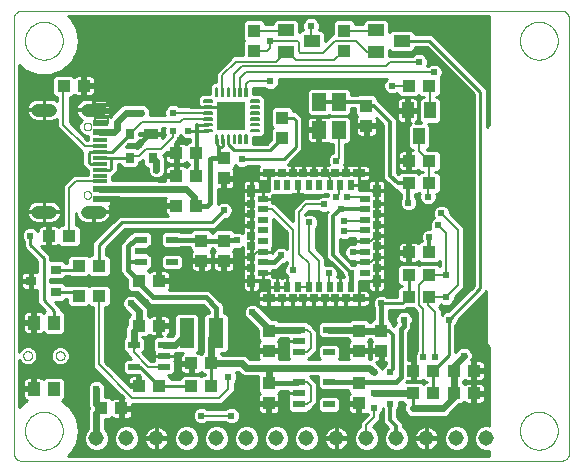
<source format=gtl>
G75*
%MOIN*%
%OFA0B0*%
%FSLAX25Y25*%
%IPPOS*%
%LPD*%
%AMOC8*
5,1,8,0,0,1.08239X$1,22.5*
%
%ADD10C,0.00000*%
%ADD11R,0.03937X0.04331*%
%ADD12R,0.04331X0.03937*%
%ADD13C,0.05150*%
%ADD14R,0.03150X0.03543*%
%ADD15R,0.04724X0.03543*%
%ADD16R,0.03307X0.01969*%
%ADD17R,0.01969X0.03307*%
%ADD18R,0.02559X0.04331*%
%ADD19R,0.02559X0.02559*%
%ADD20R,0.04331X0.02559*%
%ADD21R,0.05118X0.10039*%
%ADD22R,0.03937X0.04724*%
%ADD23R,0.05512X0.03937*%
%ADD24R,0.03937X0.05512*%
%ADD25R,0.03937X0.02165*%
%ADD26R,0.04724X0.05906*%
%ADD27C,0.00551*%
%ADD28R,0.09449X0.09449*%
%ADD29C,0.04362*%
%ADD30R,0.04528X0.02362*%
%ADD31R,0.04528X0.01181*%
%ADD32R,0.03543X0.03150*%
%ADD33C,0.01000*%
%ADD34C,0.02381*%
%ADD35C,0.00800*%
%ADD36C,0.01600*%
%ADD37C,0.02400*%
%ADD38C,0.01200*%
D10*
X0005343Y0035785D02*
X0185343Y0035785D01*
X0185441Y0035787D01*
X0185539Y0035793D01*
X0185637Y0035802D01*
X0185734Y0035816D01*
X0185831Y0035833D01*
X0185927Y0035854D01*
X0186022Y0035879D01*
X0186116Y0035907D01*
X0186208Y0035940D01*
X0186300Y0035975D01*
X0186390Y0036015D01*
X0186478Y0036057D01*
X0186565Y0036104D01*
X0186649Y0036153D01*
X0186732Y0036206D01*
X0186812Y0036262D01*
X0186891Y0036322D01*
X0186967Y0036384D01*
X0187040Y0036449D01*
X0187111Y0036517D01*
X0187179Y0036588D01*
X0187244Y0036661D01*
X0187306Y0036737D01*
X0187366Y0036816D01*
X0187422Y0036896D01*
X0187475Y0036979D01*
X0187524Y0037063D01*
X0187571Y0037150D01*
X0187613Y0037238D01*
X0187653Y0037328D01*
X0187688Y0037420D01*
X0187721Y0037512D01*
X0187749Y0037606D01*
X0187774Y0037701D01*
X0187795Y0037797D01*
X0187812Y0037894D01*
X0187826Y0037991D01*
X0187835Y0038089D01*
X0187841Y0038187D01*
X0187843Y0038285D01*
X0187843Y0183285D01*
X0187841Y0183383D01*
X0187835Y0183481D01*
X0187826Y0183579D01*
X0187812Y0183676D01*
X0187795Y0183773D01*
X0187774Y0183869D01*
X0187749Y0183964D01*
X0187721Y0184058D01*
X0187688Y0184150D01*
X0187653Y0184242D01*
X0187613Y0184332D01*
X0187571Y0184420D01*
X0187524Y0184507D01*
X0187475Y0184591D01*
X0187422Y0184674D01*
X0187366Y0184754D01*
X0187306Y0184833D01*
X0187244Y0184909D01*
X0187179Y0184982D01*
X0187111Y0185053D01*
X0187040Y0185121D01*
X0186967Y0185186D01*
X0186891Y0185248D01*
X0186812Y0185308D01*
X0186732Y0185364D01*
X0186649Y0185417D01*
X0186565Y0185466D01*
X0186478Y0185513D01*
X0186390Y0185555D01*
X0186300Y0185595D01*
X0186208Y0185630D01*
X0186116Y0185663D01*
X0186022Y0185691D01*
X0185927Y0185716D01*
X0185831Y0185737D01*
X0185734Y0185754D01*
X0185637Y0185768D01*
X0185539Y0185777D01*
X0185441Y0185783D01*
X0185343Y0185785D01*
X0005343Y0185785D01*
X0005245Y0185783D01*
X0005147Y0185777D01*
X0005049Y0185768D01*
X0004952Y0185754D01*
X0004855Y0185737D01*
X0004759Y0185716D01*
X0004664Y0185691D01*
X0004570Y0185663D01*
X0004478Y0185630D01*
X0004386Y0185595D01*
X0004296Y0185555D01*
X0004208Y0185513D01*
X0004121Y0185466D01*
X0004037Y0185417D01*
X0003954Y0185364D01*
X0003874Y0185308D01*
X0003795Y0185248D01*
X0003719Y0185186D01*
X0003646Y0185121D01*
X0003575Y0185053D01*
X0003507Y0184982D01*
X0003442Y0184909D01*
X0003380Y0184833D01*
X0003320Y0184754D01*
X0003264Y0184674D01*
X0003211Y0184591D01*
X0003162Y0184507D01*
X0003115Y0184420D01*
X0003073Y0184332D01*
X0003033Y0184242D01*
X0002998Y0184150D01*
X0002965Y0184058D01*
X0002937Y0183964D01*
X0002912Y0183869D01*
X0002891Y0183773D01*
X0002874Y0183676D01*
X0002860Y0183579D01*
X0002851Y0183481D01*
X0002845Y0183383D01*
X0002843Y0183285D01*
X0002843Y0038285D01*
X0002845Y0038187D01*
X0002851Y0038089D01*
X0002860Y0037991D01*
X0002874Y0037894D01*
X0002891Y0037797D01*
X0002912Y0037701D01*
X0002937Y0037606D01*
X0002965Y0037512D01*
X0002998Y0037420D01*
X0003033Y0037328D01*
X0003073Y0037238D01*
X0003115Y0037150D01*
X0003162Y0037063D01*
X0003211Y0036979D01*
X0003264Y0036896D01*
X0003320Y0036816D01*
X0003380Y0036737D01*
X0003442Y0036661D01*
X0003507Y0036588D01*
X0003575Y0036517D01*
X0003646Y0036449D01*
X0003719Y0036384D01*
X0003795Y0036322D01*
X0003874Y0036262D01*
X0003954Y0036206D01*
X0004037Y0036153D01*
X0004121Y0036104D01*
X0004208Y0036057D01*
X0004296Y0036015D01*
X0004386Y0035975D01*
X0004478Y0035940D01*
X0004570Y0035907D01*
X0004664Y0035879D01*
X0004759Y0035854D01*
X0004855Y0035833D01*
X0004952Y0035816D01*
X0005049Y0035802D01*
X0005147Y0035793D01*
X0005245Y0035787D01*
X0005343Y0035785D01*
X0006544Y0045785D02*
X0006546Y0045943D01*
X0006552Y0046101D01*
X0006562Y0046259D01*
X0006576Y0046417D01*
X0006594Y0046574D01*
X0006615Y0046731D01*
X0006641Y0046887D01*
X0006671Y0047043D01*
X0006704Y0047198D01*
X0006742Y0047351D01*
X0006783Y0047504D01*
X0006828Y0047656D01*
X0006877Y0047807D01*
X0006930Y0047956D01*
X0006986Y0048104D01*
X0007046Y0048250D01*
X0007110Y0048395D01*
X0007178Y0048538D01*
X0007249Y0048680D01*
X0007323Y0048820D01*
X0007401Y0048957D01*
X0007483Y0049093D01*
X0007567Y0049227D01*
X0007656Y0049358D01*
X0007747Y0049487D01*
X0007842Y0049614D01*
X0007939Y0049739D01*
X0008040Y0049861D01*
X0008144Y0049980D01*
X0008251Y0050097D01*
X0008361Y0050211D01*
X0008474Y0050322D01*
X0008589Y0050431D01*
X0008707Y0050536D01*
X0008828Y0050638D01*
X0008951Y0050738D01*
X0009077Y0050834D01*
X0009205Y0050927D01*
X0009335Y0051017D01*
X0009468Y0051103D01*
X0009603Y0051187D01*
X0009739Y0051266D01*
X0009878Y0051343D01*
X0010019Y0051415D01*
X0010161Y0051485D01*
X0010305Y0051550D01*
X0010451Y0051612D01*
X0010598Y0051670D01*
X0010747Y0051725D01*
X0010897Y0051776D01*
X0011048Y0051823D01*
X0011200Y0051866D01*
X0011353Y0051905D01*
X0011508Y0051941D01*
X0011663Y0051972D01*
X0011819Y0052000D01*
X0011975Y0052024D01*
X0012132Y0052044D01*
X0012290Y0052060D01*
X0012447Y0052072D01*
X0012606Y0052080D01*
X0012764Y0052084D01*
X0012922Y0052084D01*
X0013080Y0052080D01*
X0013239Y0052072D01*
X0013396Y0052060D01*
X0013554Y0052044D01*
X0013711Y0052024D01*
X0013867Y0052000D01*
X0014023Y0051972D01*
X0014178Y0051941D01*
X0014333Y0051905D01*
X0014486Y0051866D01*
X0014638Y0051823D01*
X0014789Y0051776D01*
X0014939Y0051725D01*
X0015088Y0051670D01*
X0015235Y0051612D01*
X0015381Y0051550D01*
X0015525Y0051485D01*
X0015667Y0051415D01*
X0015808Y0051343D01*
X0015947Y0051266D01*
X0016083Y0051187D01*
X0016218Y0051103D01*
X0016351Y0051017D01*
X0016481Y0050927D01*
X0016609Y0050834D01*
X0016735Y0050738D01*
X0016858Y0050638D01*
X0016979Y0050536D01*
X0017097Y0050431D01*
X0017212Y0050322D01*
X0017325Y0050211D01*
X0017435Y0050097D01*
X0017542Y0049980D01*
X0017646Y0049861D01*
X0017747Y0049739D01*
X0017844Y0049614D01*
X0017939Y0049487D01*
X0018030Y0049358D01*
X0018119Y0049227D01*
X0018203Y0049093D01*
X0018285Y0048957D01*
X0018363Y0048820D01*
X0018437Y0048680D01*
X0018508Y0048538D01*
X0018576Y0048395D01*
X0018640Y0048250D01*
X0018700Y0048104D01*
X0018756Y0047956D01*
X0018809Y0047807D01*
X0018858Y0047656D01*
X0018903Y0047504D01*
X0018944Y0047351D01*
X0018982Y0047198D01*
X0019015Y0047043D01*
X0019045Y0046887D01*
X0019071Y0046731D01*
X0019092Y0046574D01*
X0019110Y0046417D01*
X0019124Y0046259D01*
X0019134Y0046101D01*
X0019140Y0045943D01*
X0019142Y0045785D01*
X0019140Y0045627D01*
X0019134Y0045469D01*
X0019124Y0045311D01*
X0019110Y0045153D01*
X0019092Y0044996D01*
X0019071Y0044839D01*
X0019045Y0044683D01*
X0019015Y0044527D01*
X0018982Y0044372D01*
X0018944Y0044219D01*
X0018903Y0044066D01*
X0018858Y0043914D01*
X0018809Y0043763D01*
X0018756Y0043614D01*
X0018700Y0043466D01*
X0018640Y0043320D01*
X0018576Y0043175D01*
X0018508Y0043032D01*
X0018437Y0042890D01*
X0018363Y0042750D01*
X0018285Y0042613D01*
X0018203Y0042477D01*
X0018119Y0042343D01*
X0018030Y0042212D01*
X0017939Y0042083D01*
X0017844Y0041956D01*
X0017747Y0041831D01*
X0017646Y0041709D01*
X0017542Y0041590D01*
X0017435Y0041473D01*
X0017325Y0041359D01*
X0017212Y0041248D01*
X0017097Y0041139D01*
X0016979Y0041034D01*
X0016858Y0040932D01*
X0016735Y0040832D01*
X0016609Y0040736D01*
X0016481Y0040643D01*
X0016351Y0040553D01*
X0016218Y0040467D01*
X0016083Y0040383D01*
X0015947Y0040304D01*
X0015808Y0040227D01*
X0015667Y0040155D01*
X0015525Y0040085D01*
X0015381Y0040020D01*
X0015235Y0039958D01*
X0015088Y0039900D01*
X0014939Y0039845D01*
X0014789Y0039794D01*
X0014638Y0039747D01*
X0014486Y0039704D01*
X0014333Y0039665D01*
X0014178Y0039629D01*
X0014023Y0039598D01*
X0013867Y0039570D01*
X0013711Y0039546D01*
X0013554Y0039526D01*
X0013396Y0039510D01*
X0013239Y0039498D01*
X0013080Y0039490D01*
X0012922Y0039486D01*
X0012764Y0039486D01*
X0012606Y0039490D01*
X0012447Y0039498D01*
X0012290Y0039510D01*
X0012132Y0039526D01*
X0011975Y0039546D01*
X0011819Y0039570D01*
X0011663Y0039598D01*
X0011508Y0039629D01*
X0011353Y0039665D01*
X0011200Y0039704D01*
X0011048Y0039747D01*
X0010897Y0039794D01*
X0010747Y0039845D01*
X0010598Y0039900D01*
X0010451Y0039958D01*
X0010305Y0040020D01*
X0010161Y0040085D01*
X0010019Y0040155D01*
X0009878Y0040227D01*
X0009739Y0040304D01*
X0009603Y0040383D01*
X0009468Y0040467D01*
X0009335Y0040553D01*
X0009205Y0040643D01*
X0009077Y0040736D01*
X0008951Y0040832D01*
X0008828Y0040932D01*
X0008707Y0041034D01*
X0008589Y0041139D01*
X0008474Y0041248D01*
X0008361Y0041359D01*
X0008251Y0041473D01*
X0008144Y0041590D01*
X0008040Y0041709D01*
X0007939Y0041831D01*
X0007842Y0041956D01*
X0007747Y0042083D01*
X0007656Y0042212D01*
X0007567Y0042343D01*
X0007483Y0042477D01*
X0007401Y0042613D01*
X0007323Y0042750D01*
X0007249Y0042890D01*
X0007178Y0043032D01*
X0007110Y0043175D01*
X0007046Y0043320D01*
X0006986Y0043466D01*
X0006930Y0043614D01*
X0006877Y0043763D01*
X0006828Y0043914D01*
X0006783Y0044066D01*
X0006742Y0044219D01*
X0006704Y0044372D01*
X0006671Y0044527D01*
X0006641Y0044683D01*
X0006615Y0044839D01*
X0006594Y0044996D01*
X0006576Y0045153D01*
X0006562Y0045311D01*
X0006552Y0045469D01*
X0006546Y0045627D01*
X0006544Y0045785D01*
X0005953Y0070785D02*
X0005955Y0070862D01*
X0005961Y0070938D01*
X0005971Y0071014D01*
X0005985Y0071089D01*
X0006002Y0071164D01*
X0006024Y0071237D01*
X0006049Y0071310D01*
X0006079Y0071381D01*
X0006111Y0071450D01*
X0006148Y0071517D01*
X0006187Y0071583D01*
X0006230Y0071646D01*
X0006277Y0071707D01*
X0006326Y0071766D01*
X0006379Y0071822D01*
X0006434Y0071875D01*
X0006492Y0071925D01*
X0006552Y0071972D01*
X0006615Y0072016D01*
X0006680Y0072057D01*
X0006747Y0072094D01*
X0006816Y0072128D01*
X0006886Y0072158D01*
X0006958Y0072184D01*
X0007032Y0072206D01*
X0007106Y0072225D01*
X0007181Y0072240D01*
X0007257Y0072251D01*
X0007333Y0072258D01*
X0007410Y0072261D01*
X0007486Y0072260D01*
X0007563Y0072255D01*
X0007639Y0072246D01*
X0007715Y0072233D01*
X0007789Y0072216D01*
X0007863Y0072196D01*
X0007936Y0072171D01*
X0008007Y0072143D01*
X0008077Y0072111D01*
X0008145Y0072076D01*
X0008211Y0072037D01*
X0008275Y0071995D01*
X0008336Y0071949D01*
X0008396Y0071900D01*
X0008452Y0071849D01*
X0008506Y0071794D01*
X0008557Y0071737D01*
X0008605Y0071677D01*
X0008650Y0071615D01*
X0008691Y0071550D01*
X0008729Y0071484D01*
X0008764Y0071416D01*
X0008794Y0071345D01*
X0008822Y0071274D01*
X0008845Y0071201D01*
X0008865Y0071127D01*
X0008881Y0071052D01*
X0008893Y0070976D01*
X0008901Y0070900D01*
X0008905Y0070823D01*
X0008905Y0070747D01*
X0008901Y0070670D01*
X0008893Y0070594D01*
X0008881Y0070518D01*
X0008865Y0070443D01*
X0008845Y0070369D01*
X0008822Y0070296D01*
X0008794Y0070225D01*
X0008764Y0070154D01*
X0008729Y0070086D01*
X0008691Y0070020D01*
X0008650Y0069955D01*
X0008605Y0069893D01*
X0008557Y0069833D01*
X0008506Y0069776D01*
X0008452Y0069721D01*
X0008396Y0069670D01*
X0008336Y0069621D01*
X0008275Y0069575D01*
X0008211Y0069533D01*
X0008145Y0069494D01*
X0008077Y0069459D01*
X0008007Y0069427D01*
X0007936Y0069399D01*
X0007863Y0069374D01*
X0007789Y0069354D01*
X0007715Y0069337D01*
X0007639Y0069324D01*
X0007563Y0069315D01*
X0007486Y0069310D01*
X0007410Y0069309D01*
X0007333Y0069312D01*
X0007257Y0069319D01*
X0007181Y0069330D01*
X0007106Y0069345D01*
X0007032Y0069364D01*
X0006958Y0069386D01*
X0006886Y0069412D01*
X0006816Y0069442D01*
X0006747Y0069476D01*
X0006680Y0069513D01*
X0006615Y0069554D01*
X0006552Y0069598D01*
X0006492Y0069645D01*
X0006434Y0069695D01*
X0006379Y0069748D01*
X0006326Y0069804D01*
X0006277Y0069863D01*
X0006230Y0069924D01*
X0006187Y0069987D01*
X0006148Y0070053D01*
X0006111Y0070120D01*
X0006079Y0070189D01*
X0006049Y0070260D01*
X0006024Y0070333D01*
X0006002Y0070406D01*
X0005985Y0070481D01*
X0005971Y0070556D01*
X0005961Y0070632D01*
X0005955Y0070708D01*
X0005953Y0070785D01*
X0016780Y0070785D02*
X0016782Y0070862D01*
X0016788Y0070938D01*
X0016798Y0071014D01*
X0016812Y0071089D01*
X0016829Y0071164D01*
X0016851Y0071237D01*
X0016876Y0071310D01*
X0016906Y0071381D01*
X0016938Y0071450D01*
X0016975Y0071517D01*
X0017014Y0071583D01*
X0017057Y0071646D01*
X0017104Y0071707D01*
X0017153Y0071766D01*
X0017206Y0071822D01*
X0017261Y0071875D01*
X0017319Y0071925D01*
X0017379Y0071972D01*
X0017442Y0072016D01*
X0017507Y0072057D01*
X0017574Y0072094D01*
X0017643Y0072128D01*
X0017713Y0072158D01*
X0017785Y0072184D01*
X0017859Y0072206D01*
X0017933Y0072225D01*
X0018008Y0072240D01*
X0018084Y0072251D01*
X0018160Y0072258D01*
X0018237Y0072261D01*
X0018313Y0072260D01*
X0018390Y0072255D01*
X0018466Y0072246D01*
X0018542Y0072233D01*
X0018616Y0072216D01*
X0018690Y0072196D01*
X0018763Y0072171D01*
X0018834Y0072143D01*
X0018904Y0072111D01*
X0018972Y0072076D01*
X0019038Y0072037D01*
X0019102Y0071995D01*
X0019163Y0071949D01*
X0019223Y0071900D01*
X0019279Y0071849D01*
X0019333Y0071794D01*
X0019384Y0071737D01*
X0019432Y0071677D01*
X0019477Y0071615D01*
X0019518Y0071550D01*
X0019556Y0071484D01*
X0019591Y0071416D01*
X0019621Y0071345D01*
X0019649Y0071274D01*
X0019672Y0071201D01*
X0019692Y0071127D01*
X0019708Y0071052D01*
X0019720Y0070976D01*
X0019728Y0070900D01*
X0019732Y0070823D01*
X0019732Y0070747D01*
X0019728Y0070670D01*
X0019720Y0070594D01*
X0019708Y0070518D01*
X0019692Y0070443D01*
X0019672Y0070369D01*
X0019649Y0070296D01*
X0019621Y0070225D01*
X0019591Y0070154D01*
X0019556Y0070086D01*
X0019518Y0070020D01*
X0019477Y0069955D01*
X0019432Y0069893D01*
X0019384Y0069833D01*
X0019333Y0069776D01*
X0019279Y0069721D01*
X0019223Y0069670D01*
X0019163Y0069621D01*
X0019102Y0069575D01*
X0019038Y0069533D01*
X0018972Y0069494D01*
X0018904Y0069459D01*
X0018834Y0069427D01*
X0018763Y0069399D01*
X0018690Y0069374D01*
X0018616Y0069354D01*
X0018542Y0069337D01*
X0018466Y0069324D01*
X0018390Y0069315D01*
X0018313Y0069310D01*
X0018237Y0069309D01*
X0018160Y0069312D01*
X0018084Y0069319D01*
X0018008Y0069330D01*
X0017933Y0069345D01*
X0017859Y0069364D01*
X0017785Y0069386D01*
X0017713Y0069412D01*
X0017643Y0069442D01*
X0017574Y0069476D01*
X0017507Y0069513D01*
X0017442Y0069554D01*
X0017379Y0069598D01*
X0017319Y0069645D01*
X0017261Y0069695D01*
X0017206Y0069748D01*
X0017153Y0069804D01*
X0017104Y0069863D01*
X0017057Y0069924D01*
X0017014Y0069987D01*
X0016975Y0070053D01*
X0016938Y0070120D01*
X0016906Y0070189D01*
X0016876Y0070260D01*
X0016851Y0070333D01*
X0016829Y0070406D01*
X0016812Y0070481D01*
X0016798Y0070556D01*
X0016788Y0070632D01*
X0016782Y0070708D01*
X0016780Y0070785D01*
X0026051Y0124407D02*
X0026053Y0124478D01*
X0026059Y0124549D01*
X0026069Y0124620D01*
X0026083Y0124689D01*
X0026100Y0124758D01*
X0026122Y0124826D01*
X0026147Y0124893D01*
X0026176Y0124958D01*
X0026208Y0125021D01*
X0026244Y0125083D01*
X0026283Y0125142D01*
X0026326Y0125199D01*
X0026371Y0125254D01*
X0026420Y0125306D01*
X0026471Y0125355D01*
X0026525Y0125401D01*
X0026582Y0125445D01*
X0026640Y0125485D01*
X0026701Y0125521D01*
X0026764Y0125555D01*
X0026829Y0125584D01*
X0026895Y0125610D01*
X0026963Y0125633D01*
X0027031Y0125651D01*
X0027101Y0125666D01*
X0027171Y0125677D01*
X0027242Y0125684D01*
X0027313Y0125687D01*
X0027384Y0125686D01*
X0027455Y0125681D01*
X0027526Y0125672D01*
X0027596Y0125659D01*
X0027665Y0125643D01*
X0027733Y0125622D01*
X0027800Y0125598D01*
X0027866Y0125570D01*
X0027929Y0125538D01*
X0027991Y0125503D01*
X0028051Y0125465D01*
X0028109Y0125423D01*
X0028164Y0125379D01*
X0028217Y0125331D01*
X0028267Y0125280D01*
X0028314Y0125227D01*
X0028358Y0125171D01*
X0028399Y0125113D01*
X0028437Y0125052D01*
X0028471Y0124990D01*
X0028501Y0124925D01*
X0028528Y0124860D01*
X0028552Y0124792D01*
X0028571Y0124724D01*
X0028587Y0124655D01*
X0028599Y0124584D01*
X0028607Y0124514D01*
X0028611Y0124443D01*
X0028611Y0124371D01*
X0028607Y0124300D01*
X0028599Y0124230D01*
X0028587Y0124159D01*
X0028571Y0124090D01*
X0028552Y0124022D01*
X0028528Y0123954D01*
X0028501Y0123889D01*
X0028471Y0123824D01*
X0028437Y0123762D01*
X0028399Y0123701D01*
X0028358Y0123643D01*
X0028314Y0123587D01*
X0028267Y0123534D01*
X0028217Y0123483D01*
X0028164Y0123435D01*
X0028109Y0123391D01*
X0028051Y0123349D01*
X0027991Y0123311D01*
X0027929Y0123276D01*
X0027866Y0123244D01*
X0027800Y0123216D01*
X0027733Y0123192D01*
X0027665Y0123171D01*
X0027596Y0123155D01*
X0027526Y0123142D01*
X0027455Y0123133D01*
X0027384Y0123128D01*
X0027313Y0123127D01*
X0027242Y0123130D01*
X0027171Y0123137D01*
X0027101Y0123148D01*
X0027031Y0123163D01*
X0026963Y0123181D01*
X0026895Y0123204D01*
X0026829Y0123230D01*
X0026764Y0123259D01*
X0026701Y0123293D01*
X0026640Y0123329D01*
X0026582Y0123369D01*
X0026525Y0123413D01*
X0026471Y0123459D01*
X0026420Y0123508D01*
X0026371Y0123560D01*
X0026326Y0123615D01*
X0026283Y0123672D01*
X0026244Y0123731D01*
X0026208Y0123793D01*
X0026176Y0123856D01*
X0026147Y0123921D01*
X0026122Y0123988D01*
X0026100Y0124056D01*
X0026083Y0124125D01*
X0026069Y0124194D01*
X0026059Y0124265D01*
X0026053Y0124336D01*
X0026051Y0124407D01*
X0026051Y0147163D02*
X0026053Y0147234D01*
X0026059Y0147305D01*
X0026069Y0147376D01*
X0026083Y0147445D01*
X0026100Y0147514D01*
X0026122Y0147582D01*
X0026147Y0147649D01*
X0026176Y0147714D01*
X0026208Y0147777D01*
X0026244Y0147839D01*
X0026283Y0147898D01*
X0026326Y0147955D01*
X0026371Y0148010D01*
X0026420Y0148062D01*
X0026471Y0148111D01*
X0026525Y0148157D01*
X0026582Y0148201D01*
X0026640Y0148241D01*
X0026701Y0148277D01*
X0026764Y0148311D01*
X0026829Y0148340D01*
X0026895Y0148366D01*
X0026963Y0148389D01*
X0027031Y0148407D01*
X0027101Y0148422D01*
X0027171Y0148433D01*
X0027242Y0148440D01*
X0027313Y0148443D01*
X0027384Y0148442D01*
X0027455Y0148437D01*
X0027526Y0148428D01*
X0027596Y0148415D01*
X0027665Y0148399D01*
X0027733Y0148378D01*
X0027800Y0148354D01*
X0027866Y0148326D01*
X0027929Y0148294D01*
X0027991Y0148259D01*
X0028051Y0148221D01*
X0028109Y0148179D01*
X0028164Y0148135D01*
X0028217Y0148087D01*
X0028267Y0148036D01*
X0028314Y0147983D01*
X0028358Y0147927D01*
X0028399Y0147869D01*
X0028437Y0147808D01*
X0028471Y0147746D01*
X0028501Y0147681D01*
X0028528Y0147616D01*
X0028552Y0147548D01*
X0028571Y0147480D01*
X0028587Y0147411D01*
X0028599Y0147340D01*
X0028607Y0147270D01*
X0028611Y0147199D01*
X0028611Y0147127D01*
X0028607Y0147056D01*
X0028599Y0146986D01*
X0028587Y0146915D01*
X0028571Y0146846D01*
X0028552Y0146778D01*
X0028528Y0146710D01*
X0028501Y0146645D01*
X0028471Y0146580D01*
X0028437Y0146518D01*
X0028399Y0146457D01*
X0028358Y0146399D01*
X0028314Y0146343D01*
X0028267Y0146290D01*
X0028217Y0146239D01*
X0028164Y0146191D01*
X0028109Y0146147D01*
X0028051Y0146105D01*
X0027991Y0146067D01*
X0027929Y0146032D01*
X0027866Y0146000D01*
X0027800Y0145972D01*
X0027733Y0145948D01*
X0027665Y0145927D01*
X0027596Y0145911D01*
X0027526Y0145898D01*
X0027455Y0145889D01*
X0027384Y0145884D01*
X0027313Y0145883D01*
X0027242Y0145886D01*
X0027171Y0145893D01*
X0027101Y0145904D01*
X0027031Y0145919D01*
X0026963Y0145937D01*
X0026895Y0145960D01*
X0026829Y0145986D01*
X0026764Y0146015D01*
X0026701Y0146049D01*
X0026640Y0146085D01*
X0026582Y0146125D01*
X0026525Y0146169D01*
X0026471Y0146215D01*
X0026420Y0146264D01*
X0026371Y0146316D01*
X0026326Y0146371D01*
X0026283Y0146428D01*
X0026244Y0146487D01*
X0026208Y0146549D01*
X0026176Y0146612D01*
X0026147Y0146677D01*
X0026122Y0146744D01*
X0026100Y0146812D01*
X0026083Y0146881D01*
X0026069Y0146950D01*
X0026059Y0147021D01*
X0026053Y0147092D01*
X0026051Y0147163D01*
X0006544Y0175785D02*
X0006546Y0175943D01*
X0006552Y0176101D01*
X0006562Y0176259D01*
X0006576Y0176417D01*
X0006594Y0176574D01*
X0006615Y0176731D01*
X0006641Y0176887D01*
X0006671Y0177043D01*
X0006704Y0177198D01*
X0006742Y0177351D01*
X0006783Y0177504D01*
X0006828Y0177656D01*
X0006877Y0177807D01*
X0006930Y0177956D01*
X0006986Y0178104D01*
X0007046Y0178250D01*
X0007110Y0178395D01*
X0007178Y0178538D01*
X0007249Y0178680D01*
X0007323Y0178820D01*
X0007401Y0178957D01*
X0007483Y0179093D01*
X0007567Y0179227D01*
X0007656Y0179358D01*
X0007747Y0179487D01*
X0007842Y0179614D01*
X0007939Y0179739D01*
X0008040Y0179861D01*
X0008144Y0179980D01*
X0008251Y0180097D01*
X0008361Y0180211D01*
X0008474Y0180322D01*
X0008589Y0180431D01*
X0008707Y0180536D01*
X0008828Y0180638D01*
X0008951Y0180738D01*
X0009077Y0180834D01*
X0009205Y0180927D01*
X0009335Y0181017D01*
X0009468Y0181103D01*
X0009603Y0181187D01*
X0009739Y0181266D01*
X0009878Y0181343D01*
X0010019Y0181415D01*
X0010161Y0181485D01*
X0010305Y0181550D01*
X0010451Y0181612D01*
X0010598Y0181670D01*
X0010747Y0181725D01*
X0010897Y0181776D01*
X0011048Y0181823D01*
X0011200Y0181866D01*
X0011353Y0181905D01*
X0011508Y0181941D01*
X0011663Y0181972D01*
X0011819Y0182000D01*
X0011975Y0182024D01*
X0012132Y0182044D01*
X0012290Y0182060D01*
X0012447Y0182072D01*
X0012606Y0182080D01*
X0012764Y0182084D01*
X0012922Y0182084D01*
X0013080Y0182080D01*
X0013239Y0182072D01*
X0013396Y0182060D01*
X0013554Y0182044D01*
X0013711Y0182024D01*
X0013867Y0182000D01*
X0014023Y0181972D01*
X0014178Y0181941D01*
X0014333Y0181905D01*
X0014486Y0181866D01*
X0014638Y0181823D01*
X0014789Y0181776D01*
X0014939Y0181725D01*
X0015088Y0181670D01*
X0015235Y0181612D01*
X0015381Y0181550D01*
X0015525Y0181485D01*
X0015667Y0181415D01*
X0015808Y0181343D01*
X0015947Y0181266D01*
X0016083Y0181187D01*
X0016218Y0181103D01*
X0016351Y0181017D01*
X0016481Y0180927D01*
X0016609Y0180834D01*
X0016735Y0180738D01*
X0016858Y0180638D01*
X0016979Y0180536D01*
X0017097Y0180431D01*
X0017212Y0180322D01*
X0017325Y0180211D01*
X0017435Y0180097D01*
X0017542Y0179980D01*
X0017646Y0179861D01*
X0017747Y0179739D01*
X0017844Y0179614D01*
X0017939Y0179487D01*
X0018030Y0179358D01*
X0018119Y0179227D01*
X0018203Y0179093D01*
X0018285Y0178957D01*
X0018363Y0178820D01*
X0018437Y0178680D01*
X0018508Y0178538D01*
X0018576Y0178395D01*
X0018640Y0178250D01*
X0018700Y0178104D01*
X0018756Y0177956D01*
X0018809Y0177807D01*
X0018858Y0177656D01*
X0018903Y0177504D01*
X0018944Y0177351D01*
X0018982Y0177198D01*
X0019015Y0177043D01*
X0019045Y0176887D01*
X0019071Y0176731D01*
X0019092Y0176574D01*
X0019110Y0176417D01*
X0019124Y0176259D01*
X0019134Y0176101D01*
X0019140Y0175943D01*
X0019142Y0175785D01*
X0019140Y0175627D01*
X0019134Y0175469D01*
X0019124Y0175311D01*
X0019110Y0175153D01*
X0019092Y0174996D01*
X0019071Y0174839D01*
X0019045Y0174683D01*
X0019015Y0174527D01*
X0018982Y0174372D01*
X0018944Y0174219D01*
X0018903Y0174066D01*
X0018858Y0173914D01*
X0018809Y0173763D01*
X0018756Y0173614D01*
X0018700Y0173466D01*
X0018640Y0173320D01*
X0018576Y0173175D01*
X0018508Y0173032D01*
X0018437Y0172890D01*
X0018363Y0172750D01*
X0018285Y0172613D01*
X0018203Y0172477D01*
X0018119Y0172343D01*
X0018030Y0172212D01*
X0017939Y0172083D01*
X0017844Y0171956D01*
X0017747Y0171831D01*
X0017646Y0171709D01*
X0017542Y0171590D01*
X0017435Y0171473D01*
X0017325Y0171359D01*
X0017212Y0171248D01*
X0017097Y0171139D01*
X0016979Y0171034D01*
X0016858Y0170932D01*
X0016735Y0170832D01*
X0016609Y0170736D01*
X0016481Y0170643D01*
X0016351Y0170553D01*
X0016218Y0170467D01*
X0016083Y0170383D01*
X0015947Y0170304D01*
X0015808Y0170227D01*
X0015667Y0170155D01*
X0015525Y0170085D01*
X0015381Y0170020D01*
X0015235Y0169958D01*
X0015088Y0169900D01*
X0014939Y0169845D01*
X0014789Y0169794D01*
X0014638Y0169747D01*
X0014486Y0169704D01*
X0014333Y0169665D01*
X0014178Y0169629D01*
X0014023Y0169598D01*
X0013867Y0169570D01*
X0013711Y0169546D01*
X0013554Y0169526D01*
X0013396Y0169510D01*
X0013239Y0169498D01*
X0013080Y0169490D01*
X0012922Y0169486D01*
X0012764Y0169486D01*
X0012606Y0169490D01*
X0012447Y0169498D01*
X0012290Y0169510D01*
X0012132Y0169526D01*
X0011975Y0169546D01*
X0011819Y0169570D01*
X0011663Y0169598D01*
X0011508Y0169629D01*
X0011353Y0169665D01*
X0011200Y0169704D01*
X0011048Y0169747D01*
X0010897Y0169794D01*
X0010747Y0169845D01*
X0010598Y0169900D01*
X0010451Y0169958D01*
X0010305Y0170020D01*
X0010161Y0170085D01*
X0010019Y0170155D01*
X0009878Y0170227D01*
X0009739Y0170304D01*
X0009603Y0170383D01*
X0009468Y0170467D01*
X0009335Y0170553D01*
X0009205Y0170643D01*
X0009077Y0170736D01*
X0008951Y0170832D01*
X0008828Y0170932D01*
X0008707Y0171034D01*
X0008589Y0171139D01*
X0008474Y0171248D01*
X0008361Y0171359D01*
X0008251Y0171473D01*
X0008144Y0171590D01*
X0008040Y0171709D01*
X0007939Y0171831D01*
X0007842Y0171956D01*
X0007747Y0172083D01*
X0007656Y0172212D01*
X0007567Y0172343D01*
X0007483Y0172477D01*
X0007401Y0172613D01*
X0007323Y0172750D01*
X0007249Y0172890D01*
X0007178Y0173032D01*
X0007110Y0173175D01*
X0007046Y0173320D01*
X0006986Y0173466D01*
X0006930Y0173614D01*
X0006877Y0173763D01*
X0006828Y0173914D01*
X0006783Y0174066D01*
X0006742Y0174219D01*
X0006704Y0174372D01*
X0006671Y0174527D01*
X0006641Y0174683D01*
X0006615Y0174839D01*
X0006594Y0174996D01*
X0006576Y0175153D01*
X0006562Y0175311D01*
X0006552Y0175469D01*
X0006546Y0175627D01*
X0006544Y0175785D01*
X0171544Y0175785D02*
X0171546Y0175943D01*
X0171552Y0176101D01*
X0171562Y0176259D01*
X0171576Y0176417D01*
X0171594Y0176574D01*
X0171615Y0176731D01*
X0171641Y0176887D01*
X0171671Y0177043D01*
X0171704Y0177198D01*
X0171742Y0177351D01*
X0171783Y0177504D01*
X0171828Y0177656D01*
X0171877Y0177807D01*
X0171930Y0177956D01*
X0171986Y0178104D01*
X0172046Y0178250D01*
X0172110Y0178395D01*
X0172178Y0178538D01*
X0172249Y0178680D01*
X0172323Y0178820D01*
X0172401Y0178957D01*
X0172483Y0179093D01*
X0172567Y0179227D01*
X0172656Y0179358D01*
X0172747Y0179487D01*
X0172842Y0179614D01*
X0172939Y0179739D01*
X0173040Y0179861D01*
X0173144Y0179980D01*
X0173251Y0180097D01*
X0173361Y0180211D01*
X0173474Y0180322D01*
X0173589Y0180431D01*
X0173707Y0180536D01*
X0173828Y0180638D01*
X0173951Y0180738D01*
X0174077Y0180834D01*
X0174205Y0180927D01*
X0174335Y0181017D01*
X0174468Y0181103D01*
X0174603Y0181187D01*
X0174739Y0181266D01*
X0174878Y0181343D01*
X0175019Y0181415D01*
X0175161Y0181485D01*
X0175305Y0181550D01*
X0175451Y0181612D01*
X0175598Y0181670D01*
X0175747Y0181725D01*
X0175897Y0181776D01*
X0176048Y0181823D01*
X0176200Y0181866D01*
X0176353Y0181905D01*
X0176508Y0181941D01*
X0176663Y0181972D01*
X0176819Y0182000D01*
X0176975Y0182024D01*
X0177132Y0182044D01*
X0177290Y0182060D01*
X0177447Y0182072D01*
X0177606Y0182080D01*
X0177764Y0182084D01*
X0177922Y0182084D01*
X0178080Y0182080D01*
X0178239Y0182072D01*
X0178396Y0182060D01*
X0178554Y0182044D01*
X0178711Y0182024D01*
X0178867Y0182000D01*
X0179023Y0181972D01*
X0179178Y0181941D01*
X0179333Y0181905D01*
X0179486Y0181866D01*
X0179638Y0181823D01*
X0179789Y0181776D01*
X0179939Y0181725D01*
X0180088Y0181670D01*
X0180235Y0181612D01*
X0180381Y0181550D01*
X0180525Y0181485D01*
X0180667Y0181415D01*
X0180808Y0181343D01*
X0180947Y0181266D01*
X0181083Y0181187D01*
X0181218Y0181103D01*
X0181351Y0181017D01*
X0181481Y0180927D01*
X0181609Y0180834D01*
X0181735Y0180738D01*
X0181858Y0180638D01*
X0181979Y0180536D01*
X0182097Y0180431D01*
X0182212Y0180322D01*
X0182325Y0180211D01*
X0182435Y0180097D01*
X0182542Y0179980D01*
X0182646Y0179861D01*
X0182747Y0179739D01*
X0182844Y0179614D01*
X0182939Y0179487D01*
X0183030Y0179358D01*
X0183119Y0179227D01*
X0183203Y0179093D01*
X0183285Y0178957D01*
X0183363Y0178820D01*
X0183437Y0178680D01*
X0183508Y0178538D01*
X0183576Y0178395D01*
X0183640Y0178250D01*
X0183700Y0178104D01*
X0183756Y0177956D01*
X0183809Y0177807D01*
X0183858Y0177656D01*
X0183903Y0177504D01*
X0183944Y0177351D01*
X0183982Y0177198D01*
X0184015Y0177043D01*
X0184045Y0176887D01*
X0184071Y0176731D01*
X0184092Y0176574D01*
X0184110Y0176417D01*
X0184124Y0176259D01*
X0184134Y0176101D01*
X0184140Y0175943D01*
X0184142Y0175785D01*
X0184140Y0175627D01*
X0184134Y0175469D01*
X0184124Y0175311D01*
X0184110Y0175153D01*
X0184092Y0174996D01*
X0184071Y0174839D01*
X0184045Y0174683D01*
X0184015Y0174527D01*
X0183982Y0174372D01*
X0183944Y0174219D01*
X0183903Y0174066D01*
X0183858Y0173914D01*
X0183809Y0173763D01*
X0183756Y0173614D01*
X0183700Y0173466D01*
X0183640Y0173320D01*
X0183576Y0173175D01*
X0183508Y0173032D01*
X0183437Y0172890D01*
X0183363Y0172750D01*
X0183285Y0172613D01*
X0183203Y0172477D01*
X0183119Y0172343D01*
X0183030Y0172212D01*
X0182939Y0172083D01*
X0182844Y0171956D01*
X0182747Y0171831D01*
X0182646Y0171709D01*
X0182542Y0171590D01*
X0182435Y0171473D01*
X0182325Y0171359D01*
X0182212Y0171248D01*
X0182097Y0171139D01*
X0181979Y0171034D01*
X0181858Y0170932D01*
X0181735Y0170832D01*
X0181609Y0170736D01*
X0181481Y0170643D01*
X0181351Y0170553D01*
X0181218Y0170467D01*
X0181083Y0170383D01*
X0180947Y0170304D01*
X0180808Y0170227D01*
X0180667Y0170155D01*
X0180525Y0170085D01*
X0180381Y0170020D01*
X0180235Y0169958D01*
X0180088Y0169900D01*
X0179939Y0169845D01*
X0179789Y0169794D01*
X0179638Y0169747D01*
X0179486Y0169704D01*
X0179333Y0169665D01*
X0179178Y0169629D01*
X0179023Y0169598D01*
X0178867Y0169570D01*
X0178711Y0169546D01*
X0178554Y0169526D01*
X0178396Y0169510D01*
X0178239Y0169498D01*
X0178080Y0169490D01*
X0177922Y0169486D01*
X0177764Y0169486D01*
X0177606Y0169490D01*
X0177447Y0169498D01*
X0177290Y0169510D01*
X0177132Y0169526D01*
X0176975Y0169546D01*
X0176819Y0169570D01*
X0176663Y0169598D01*
X0176508Y0169629D01*
X0176353Y0169665D01*
X0176200Y0169704D01*
X0176048Y0169747D01*
X0175897Y0169794D01*
X0175747Y0169845D01*
X0175598Y0169900D01*
X0175451Y0169958D01*
X0175305Y0170020D01*
X0175161Y0170085D01*
X0175019Y0170155D01*
X0174878Y0170227D01*
X0174739Y0170304D01*
X0174603Y0170383D01*
X0174468Y0170467D01*
X0174335Y0170553D01*
X0174205Y0170643D01*
X0174077Y0170736D01*
X0173951Y0170832D01*
X0173828Y0170932D01*
X0173707Y0171034D01*
X0173589Y0171139D01*
X0173474Y0171248D01*
X0173361Y0171359D01*
X0173251Y0171473D01*
X0173144Y0171590D01*
X0173040Y0171709D01*
X0172939Y0171831D01*
X0172842Y0171956D01*
X0172747Y0172083D01*
X0172656Y0172212D01*
X0172567Y0172343D01*
X0172483Y0172477D01*
X0172401Y0172613D01*
X0172323Y0172750D01*
X0172249Y0172890D01*
X0172178Y0173032D01*
X0172110Y0173175D01*
X0172046Y0173320D01*
X0171986Y0173466D01*
X0171930Y0173614D01*
X0171877Y0173763D01*
X0171828Y0173914D01*
X0171783Y0174066D01*
X0171742Y0174219D01*
X0171704Y0174372D01*
X0171671Y0174527D01*
X0171641Y0174683D01*
X0171615Y0174839D01*
X0171594Y0174996D01*
X0171576Y0175153D01*
X0171562Y0175311D01*
X0171552Y0175469D01*
X0171546Y0175627D01*
X0171544Y0175785D01*
X0171544Y0045785D02*
X0171546Y0045943D01*
X0171552Y0046101D01*
X0171562Y0046259D01*
X0171576Y0046417D01*
X0171594Y0046574D01*
X0171615Y0046731D01*
X0171641Y0046887D01*
X0171671Y0047043D01*
X0171704Y0047198D01*
X0171742Y0047351D01*
X0171783Y0047504D01*
X0171828Y0047656D01*
X0171877Y0047807D01*
X0171930Y0047956D01*
X0171986Y0048104D01*
X0172046Y0048250D01*
X0172110Y0048395D01*
X0172178Y0048538D01*
X0172249Y0048680D01*
X0172323Y0048820D01*
X0172401Y0048957D01*
X0172483Y0049093D01*
X0172567Y0049227D01*
X0172656Y0049358D01*
X0172747Y0049487D01*
X0172842Y0049614D01*
X0172939Y0049739D01*
X0173040Y0049861D01*
X0173144Y0049980D01*
X0173251Y0050097D01*
X0173361Y0050211D01*
X0173474Y0050322D01*
X0173589Y0050431D01*
X0173707Y0050536D01*
X0173828Y0050638D01*
X0173951Y0050738D01*
X0174077Y0050834D01*
X0174205Y0050927D01*
X0174335Y0051017D01*
X0174468Y0051103D01*
X0174603Y0051187D01*
X0174739Y0051266D01*
X0174878Y0051343D01*
X0175019Y0051415D01*
X0175161Y0051485D01*
X0175305Y0051550D01*
X0175451Y0051612D01*
X0175598Y0051670D01*
X0175747Y0051725D01*
X0175897Y0051776D01*
X0176048Y0051823D01*
X0176200Y0051866D01*
X0176353Y0051905D01*
X0176508Y0051941D01*
X0176663Y0051972D01*
X0176819Y0052000D01*
X0176975Y0052024D01*
X0177132Y0052044D01*
X0177290Y0052060D01*
X0177447Y0052072D01*
X0177606Y0052080D01*
X0177764Y0052084D01*
X0177922Y0052084D01*
X0178080Y0052080D01*
X0178239Y0052072D01*
X0178396Y0052060D01*
X0178554Y0052044D01*
X0178711Y0052024D01*
X0178867Y0052000D01*
X0179023Y0051972D01*
X0179178Y0051941D01*
X0179333Y0051905D01*
X0179486Y0051866D01*
X0179638Y0051823D01*
X0179789Y0051776D01*
X0179939Y0051725D01*
X0180088Y0051670D01*
X0180235Y0051612D01*
X0180381Y0051550D01*
X0180525Y0051485D01*
X0180667Y0051415D01*
X0180808Y0051343D01*
X0180947Y0051266D01*
X0181083Y0051187D01*
X0181218Y0051103D01*
X0181351Y0051017D01*
X0181481Y0050927D01*
X0181609Y0050834D01*
X0181735Y0050738D01*
X0181858Y0050638D01*
X0181979Y0050536D01*
X0182097Y0050431D01*
X0182212Y0050322D01*
X0182325Y0050211D01*
X0182435Y0050097D01*
X0182542Y0049980D01*
X0182646Y0049861D01*
X0182747Y0049739D01*
X0182844Y0049614D01*
X0182939Y0049487D01*
X0183030Y0049358D01*
X0183119Y0049227D01*
X0183203Y0049093D01*
X0183285Y0048957D01*
X0183363Y0048820D01*
X0183437Y0048680D01*
X0183508Y0048538D01*
X0183576Y0048395D01*
X0183640Y0048250D01*
X0183700Y0048104D01*
X0183756Y0047956D01*
X0183809Y0047807D01*
X0183858Y0047656D01*
X0183903Y0047504D01*
X0183944Y0047351D01*
X0183982Y0047198D01*
X0184015Y0047043D01*
X0184045Y0046887D01*
X0184071Y0046731D01*
X0184092Y0046574D01*
X0184110Y0046417D01*
X0184124Y0046259D01*
X0184134Y0046101D01*
X0184140Y0045943D01*
X0184142Y0045785D01*
X0184140Y0045627D01*
X0184134Y0045469D01*
X0184124Y0045311D01*
X0184110Y0045153D01*
X0184092Y0044996D01*
X0184071Y0044839D01*
X0184045Y0044683D01*
X0184015Y0044527D01*
X0183982Y0044372D01*
X0183944Y0044219D01*
X0183903Y0044066D01*
X0183858Y0043914D01*
X0183809Y0043763D01*
X0183756Y0043614D01*
X0183700Y0043466D01*
X0183640Y0043320D01*
X0183576Y0043175D01*
X0183508Y0043032D01*
X0183437Y0042890D01*
X0183363Y0042750D01*
X0183285Y0042613D01*
X0183203Y0042477D01*
X0183119Y0042343D01*
X0183030Y0042212D01*
X0182939Y0042083D01*
X0182844Y0041956D01*
X0182747Y0041831D01*
X0182646Y0041709D01*
X0182542Y0041590D01*
X0182435Y0041473D01*
X0182325Y0041359D01*
X0182212Y0041248D01*
X0182097Y0041139D01*
X0181979Y0041034D01*
X0181858Y0040932D01*
X0181735Y0040832D01*
X0181609Y0040736D01*
X0181481Y0040643D01*
X0181351Y0040553D01*
X0181218Y0040467D01*
X0181083Y0040383D01*
X0180947Y0040304D01*
X0180808Y0040227D01*
X0180667Y0040155D01*
X0180525Y0040085D01*
X0180381Y0040020D01*
X0180235Y0039958D01*
X0180088Y0039900D01*
X0179939Y0039845D01*
X0179789Y0039794D01*
X0179638Y0039747D01*
X0179486Y0039704D01*
X0179333Y0039665D01*
X0179178Y0039629D01*
X0179023Y0039598D01*
X0178867Y0039570D01*
X0178711Y0039546D01*
X0178554Y0039526D01*
X0178396Y0039510D01*
X0178239Y0039498D01*
X0178080Y0039490D01*
X0177922Y0039486D01*
X0177764Y0039486D01*
X0177606Y0039490D01*
X0177447Y0039498D01*
X0177290Y0039510D01*
X0177132Y0039526D01*
X0176975Y0039546D01*
X0176819Y0039570D01*
X0176663Y0039598D01*
X0176508Y0039629D01*
X0176353Y0039665D01*
X0176200Y0039704D01*
X0176048Y0039747D01*
X0175897Y0039794D01*
X0175747Y0039845D01*
X0175598Y0039900D01*
X0175451Y0039958D01*
X0175305Y0040020D01*
X0175161Y0040085D01*
X0175019Y0040155D01*
X0174878Y0040227D01*
X0174739Y0040304D01*
X0174603Y0040383D01*
X0174468Y0040467D01*
X0174335Y0040553D01*
X0174205Y0040643D01*
X0174077Y0040736D01*
X0173951Y0040832D01*
X0173828Y0040932D01*
X0173707Y0041034D01*
X0173589Y0041139D01*
X0173474Y0041248D01*
X0173361Y0041359D01*
X0173251Y0041473D01*
X0173144Y0041590D01*
X0173040Y0041709D01*
X0172939Y0041831D01*
X0172842Y0041956D01*
X0172747Y0042083D01*
X0172656Y0042212D01*
X0172567Y0042343D01*
X0172483Y0042477D01*
X0172401Y0042613D01*
X0172323Y0042750D01*
X0172249Y0042890D01*
X0172178Y0043032D01*
X0172110Y0043175D01*
X0172046Y0043320D01*
X0171986Y0043466D01*
X0171930Y0043614D01*
X0171877Y0043763D01*
X0171828Y0043914D01*
X0171783Y0044066D01*
X0171742Y0044219D01*
X0171704Y0044372D01*
X0171671Y0044527D01*
X0171641Y0044683D01*
X0171615Y0044839D01*
X0171594Y0044996D01*
X0171576Y0045153D01*
X0171562Y0045311D01*
X0171552Y0045469D01*
X0171546Y0045627D01*
X0171544Y0045785D01*
D11*
X0125343Y0072439D03*
X0125343Y0079132D03*
X0117843Y0079132D03*
X0117843Y0072439D03*
X0117843Y0061632D03*
X0117843Y0054939D03*
X0087843Y0054939D03*
X0087843Y0061632D03*
X0087843Y0072439D03*
X0087843Y0079132D03*
X0072843Y0102439D03*
X0072843Y0109132D03*
X0065343Y0109132D03*
X0065343Y0102439D03*
X0072843Y0129939D03*
X0072843Y0136632D03*
X0092343Y0143439D03*
X0092343Y0150132D03*
X0082843Y0172439D03*
X0082843Y0179132D03*
X0112843Y0179132D03*
X0112843Y0172439D03*
X0120343Y0154132D03*
X0120343Y0147439D03*
D12*
X0134496Y0135785D03*
X0141189Y0135785D03*
X0141189Y0128285D03*
X0134496Y0128285D03*
X0134496Y0105285D03*
X0141189Y0105285D03*
X0141189Y0097785D03*
X0134496Y0097785D03*
X0134496Y0090285D03*
X0141189Y0090285D03*
X0142689Y0065785D03*
X0149496Y0065785D03*
X0156189Y0065785D03*
X0156189Y0058285D03*
X0149496Y0058285D03*
X0142689Y0058285D03*
X0135996Y0058285D03*
X0135996Y0065785D03*
X0068689Y0068285D03*
X0061996Y0068285D03*
X0061996Y0060785D03*
X0068689Y0060785D03*
X0051189Y0060785D03*
X0044496Y0060785D03*
X0038689Y0053285D03*
X0031996Y0053285D03*
X0044496Y0080785D03*
X0051189Y0080785D03*
X0051189Y0095785D03*
X0044496Y0095785D03*
X0031189Y0090785D03*
X0024496Y0090785D03*
X0024496Y0100785D03*
X0031189Y0100785D03*
X0021189Y0110785D03*
X0014496Y0110785D03*
X0056996Y0120785D03*
X0063689Y0120785D03*
X0063689Y0130785D03*
X0056996Y0130785D03*
X0056996Y0138285D03*
X0063689Y0138285D03*
X0026189Y0160785D03*
X0019496Y0160785D03*
X0134496Y0160785D03*
X0141189Y0160785D03*
D13*
X0140343Y0043285D03*
X0150343Y0043285D03*
X0160343Y0043285D03*
X0130343Y0043285D03*
X0120343Y0043285D03*
X0110343Y0043285D03*
X0100343Y0043285D03*
X0090343Y0043285D03*
X0080343Y0043285D03*
X0070343Y0043285D03*
X0060343Y0043285D03*
X0050343Y0043285D03*
X0040343Y0043285D03*
X0030343Y0043285D03*
D14*
X0041406Y0136848D03*
X0041406Y0144722D03*
X0049280Y0136848D03*
D15*
X0048492Y0144722D03*
D16*
X0085874Y0123187D03*
X0085874Y0119643D03*
X0085874Y0116100D03*
X0085874Y0112557D03*
X0085874Y0109013D03*
X0085874Y0105470D03*
X0085874Y0101927D03*
X0085874Y0098384D03*
X0119811Y0098384D03*
X0119811Y0101927D03*
X0119811Y0105470D03*
X0119811Y0109013D03*
X0119811Y0112557D03*
X0119811Y0116100D03*
X0119811Y0119643D03*
X0119811Y0123187D03*
D17*
X0115244Y0127754D03*
X0111701Y0127754D03*
X0108157Y0127754D03*
X0104614Y0127754D03*
X0101071Y0127754D03*
X0097528Y0127754D03*
X0093984Y0127754D03*
X0090441Y0127754D03*
X0090441Y0093817D03*
X0093984Y0093817D03*
X0097528Y0093817D03*
X0101071Y0093817D03*
X0104614Y0093817D03*
X0108157Y0093817D03*
X0111701Y0093817D03*
X0115244Y0093817D03*
D18*
X0123728Y0095726D03*
X0123728Y0125844D03*
X0081957Y0125844D03*
X0081957Y0095726D03*
D19*
X0081957Y0100155D03*
X0081957Y0103699D03*
X0081957Y0107242D03*
X0081957Y0110785D03*
X0081957Y0114328D03*
X0081957Y0117872D03*
X0081957Y0121415D03*
X0092213Y0131671D03*
X0095756Y0131671D03*
X0099299Y0131671D03*
X0102843Y0131671D03*
X0106386Y0131671D03*
X0109929Y0131671D03*
X0113472Y0131671D03*
X0123728Y0121415D03*
X0123728Y0117872D03*
X0123728Y0114328D03*
X0123728Y0110785D03*
X0123728Y0107242D03*
X0123728Y0103699D03*
X0123728Y0100155D03*
X0113472Y0089899D03*
X0109929Y0089899D03*
X0106386Y0089899D03*
X0102843Y0089899D03*
X0099299Y0089899D03*
X0095756Y0089899D03*
X0092213Y0089899D03*
D20*
X0087783Y0089899D03*
X0117902Y0089899D03*
X0117902Y0131671D03*
X0087783Y0131671D03*
D21*
X0070264Y0078285D03*
X0060421Y0078285D03*
D22*
X0016189Y0081809D03*
X0009496Y0081809D03*
X0009496Y0059762D03*
X0016189Y0059762D03*
D23*
X0093512Y0172045D03*
X0093512Y0179525D03*
X0102173Y0175785D03*
X0123512Y0172045D03*
X0123512Y0179525D03*
X0132173Y0175785D03*
D24*
X0134102Y0152616D03*
X0141583Y0152616D03*
X0137843Y0143954D03*
D25*
X0107961Y0079525D03*
X0107961Y0072045D03*
X0107961Y0062025D03*
X0107961Y0054545D03*
X0097724Y0054545D03*
X0097724Y0058285D03*
X0097724Y0062025D03*
X0097724Y0072045D03*
X0097724Y0075785D03*
X0097724Y0079525D03*
X0055461Y0102045D03*
X0055461Y0109525D03*
X0045224Y0109525D03*
X0045224Y0105785D03*
X0045224Y0102045D03*
X0042724Y0074525D03*
X0042724Y0067045D03*
X0052961Y0067045D03*
X0052961Y0070785D03*
X0052961Y0074525D03*
D26*
X0104496Y0146061D03*
X0111189Y0146061D03*
X0111189Y0155510D03*
X0104496Y0155510D03*
D27*
X0084517Y0155430D02*
X0081917Y0155430D01*
X0081917Y0155982D01*
X0084517Y0155982D01*
X0084517Y0155430D01*
X0084517Y0155980D02*
X0081917Y0155980D01*
X0081917Y0153462D02*
X0084517Y0153462D01*
X0081917Y0153462D02*
X0081917Y0154014D01*
X0084517Y0154014D01*
X0084517Y0153462D01*
X0084517Y0154012D02*
X0081917Y0154012D01*
X0081917Y0151493D02*
X0084517Y0151493D01*
X0081917Y0151493D02*
X0081917Y0152045D01*
X0084517Y0152045D01*
X0084517Y0151493D01*
X0084517Y0152043D02*
X0081917Y0152043D01*
X0081917Y0149525D02*
X0084517Y0149525D01*
X0081917Y0149525D02*
X0081917Y0150077D01*
X0084517Y0150077D01*
X0084517Y0149525D01*
X0084517Y0150075D02*
X0081917Y0150075D01*
X0081917Y0147556D02*
X0084517Y0147556D01*
X0081917Y0147556D02*
X0081917Y0148108D01*
X0084517Y0148108D01*
X0084517Y0147556D01*
X0084517Y0148106D02*
X0081917Y0148106D01*
X0081917Y0145588D02*
X0084517Y0145588D01*
X0081917Y0145588D02*
X0081917Y0146140D01*
X0084517Y0146140D01*
X0084517Y0145588D01*
X0084517Y0146138D02*
X0081917Y0146138D01*
X0080540Y0144211D02*
X0080540Y0141611D01*
X0079988Y0141611D01*
X0079988Y0144211D01*
X0080540Y0144211D01*
X0080540Y0142161D02*
X0079988Y0142161D01*
X0079988Y0142711D02*
X0080540Y0142711D01*
X0080540Y0143261D02*
X0079988Y0143261D01*
X0079988Y0143811D02*
X0080540Y0143811D01*
X0078571Y0144211D02*
X0078571Y0141611D01*
X0078019Y0141611D01*
X0078019Y0144211D01*
X0078571Y0144211D01*
X0078571Y0142161D02*
X0078019Y0142161D01*
X0078019Y0142711D02*
X0078571Y0142711D01*
X0078571Y0143261D02*
X0078019Y0143261D01*
X0078019Y0143811D02*
X0078571Y0143811D01*
X0076603Y0144211D02*
X0076603Y0141611D01*
X0076051Y0141611D01*
X0076051Y0144211D01*
X0076603Y0144211D01*
X0076603Y0142161D02*
X0076051Y0142161D01*
X0076051Y0142711D02*
X0076603Y0142711D01*
X0076603Y0143261D02*
X0076051Y0143261D01*
X0076051Y0143811D02*
X0076603Y0143811D01*
X0074634Y0144211D02*
X0074634Y0141611D01*
X0074082Y0141611D01*
X0074082Y0144211D01*
X0074634Y0144211D01*
X0074634Y0142161D02*
X0074082Y0142161D01*
X0074082Y0142711D02*
X0074634Y0142711D01*
X0074634Y0143261D02*
X0074082Y0143261D01*
X0074082Y0143811D02*
X0074634Y0143811D01*
X0072666Y0144211D02*
X0072666Y0141611D01*
X0072114Y0141611D01*
X0072114Y0144211D01*
X0072666Y0144211D01*
X0072666Y0142161D02*
X0072114Y0142161D01*
X0072114Y0142711D02*
X0072666Y0142711D01*
X0072666Y0143261D02*
X0072114Y0143261D01*
X0072114Y0143811D02*
X0072666Y0143811D01*
X0070697Y0144211D02*
X0070697Y0141611D01*
X0070145Y0141611D01*
X0070145Y0144211D01*
X0070697Y0144211D01*
X0070697Y0142161D02*
X0070145Y0142161D01*
X0070145Y0142711D02*
X0070697Y0142711D01*
X0070697Y0143261D02*
X0070145Y0143261D01*
X0070145Y0143811D02*
X0070697Y0143811D01*
X0068769Y0146140D02*
X0066169Y0146140D01*
X0068769Y0146140D02*
X0068769Y0145588D01*
X0066169Y0145588D01*
X0066169Y0146140D01*
X0066169Y0146138D02*
X0068769Y0146138D01*
X0068769Y0148108D02*
X0066169Y0148108D01*
X0068769Y0148108D02*
X0068769Y0147556D01*
X0066169Y0147556D01*
X0066169Y0148108D01*
X0066169Y0148106D02*
X0068769Y0148106D01*
X0068769Y0150077D02*
X0066169Y0150077D01*
X0068769Y0150077D02*
X0068769Y0149525D01*
X0066169Y0149525D01*
X0066169Y0150077D01*
X0066169Y0150075D02*
X0068769Y0150075D01*
X0068769Y0152045D02*
X0066169Y0152045D01*
X0068769Y0152045D02*
X0068769Y0151493D01*
X0066169Y0151493D01*
X0066169Y0152045D01*
X0066169Y0152043D02*
X0068769Y0152043D01*
X0068769Y0154014D02*
X0066169Y0154014D01*
X0068769Y0154014D02*
X0068769Y0153462D01*
X0066169Y0153462D01*
X0066169Y0154014D01*
X0066169Y0154012D02*
X0068769Y0154012D01*
X0068769Y0155982D02*
X0066169Y0155982D01*
X0068769Y0155982D02*
X0068769Y0155430D01*
X0066169Y0155430D01*
X0066169Y0155982D01*
X0066169Y0155980D02*
X0068769Y0155980D01*
X0070145Y0157359D02*
X0070145Y0159959D01*
X0070697Y0159959D01*
X0070697Y0157359D01*
X0070145Y0157359D01*
X0070145Y0157909D02*
X0070697Y0157909D01*
X0070697Y0158459D02*
X0070145Y0158459D01*
X0070145Y0159009D02*
X0070697Y0159009D01*
X0070697Y0159559D02*
X0070145Y0159559D01*
X0072114Y0159959D02*
X0072114Y0157359D01*
X0072114Y0159959D02*
X0072666Y0159959D01*
X0072666Y0157359D01*
X0072114Y0157359D01*
X0072114Y0157909D02*
X0072666Y0157909D01*
X0072666Y0158459D02*
X0072114Y0158459D01*
X0072114Y0159009D02*
X0072666Y0159009D01*
X0072666Y0159559D02*
X0072114Y0159559D01*
X0074082Y0159959D02*
X0074082Y0157359D01*
X0074082Y0159959D02*
X0074634Y0159959D01*
X0074634Y0157359D01*
X0074082Y0157359D01*
X0074082Y0157909D02*
X0074634Y0157909D01*
X0074634Y0158459D02*
X0074082Y0158459D01*
X0074082Y0159009D02*
X0074634Y0159009D01*
X0074634Y0159559D02*
X0074082Y0159559D01*
X0076051Y0159959D02*
X0076051Y0157359D01*
X0076051Y0159959D02*
X0076603Y0159959D01*
X0076603Y0157359D01*
X0076051Y0157359D01*
X0076051Y0157909D02*
X0076603Y0157909D01*
X0076603Y0158459D02*
X0076051Y0158459D01*
X0076051Y0159009D02*
X0076603Y0159009D01*
X0076603Y0159559D02*
X0076051Y0159559D01*
X0078019Y0159959D02*
X0078019Y0157359D01*
X0078019Y0159959D02*
X0078571Y0159959D01*
X0078571Y0157359D01*
X0078019Y0157359D01*
X0078019Y0157909D02*
X0078571Y0157909D01*
X0078571Y0158459D02*
X0078019Y0158459D01*
X0078019Y0159009D02*
X0078571Y0159009D01*
X0078571Y0159559D02*
X0078019Y0159559D01*
X0079988Y0159959D02*
X0079988Y0157359D01*
X0079988Y0159959D02*
X0080540Y0159959D01*
X0080540Y0157359D01*
X0079988Y0157359D01*
X0079988Y0157909D02*
X0080540Y0157909D01*
X0080540Y0158459D02*
X0079988Y0158459D01*
X0079988Y0159009D02*
X0080540Y0159009D01*
X0080540Y0159559D02*
X0079988Y0159559D01*
D28*
X0075343Y0150785D03*
D29*
X0031480Y0152793D02*
X0027118Y0152793D01*
X0015024Y0152793D02*
X0010661Y0152793D01*
X0010661Y0118777D02*
X0015024Y0118777D01*
X0027118Y0118777D02*
X0031480Y0118777D01*
D30*
X0031563Y0123187D03*
X0031563Y0126336D03*
X0031563Y0145234D03*
X0031563Y0148384D03*
D31*
X0031563Y0142675D03*
X0031563Y0140706D03*
X0031563Y0138738D03*
X0031563Y0136769D03*
X0031563Y0134801D03*
X0031563Y0132832D03*
X0031563Y0130864D03*
X0031563Y0128895D03*
D32*
X0016780Y0099525D03*
X0016780Y0092045D03*
X0008512Y0095785D03*
D33*
X0008224Y0095696D02*
X0004543Y0095696D01*
X0005240Y0095498D02*
X0005240Y0094013D01*
X0005342Y0093631D01*
X0005540Y0093289D01*
X0005819Y0093010D01*
X0006161Y0092813D01*
X0006543Y0092710D01*
X0008224Y0092710D01*
X0008224Y0095498D01*
X0005240Y0095498D01*
X0005240Y0096073D02*
X0008224Y0096073D01*
X0008224Y0098860D01*
X0006543Y0098860D01*
X0006161Y0098758D01*
X0005819Y0098560D01*
X0005540Y0098281D01*
X0005342Y0097939D01*
X0005240Y0097557D01*
X0005240Y0096073D01*
X0005240Y0096694D02*
X0004543Y0096694D01*
X0004543Y0097693D02*
X0005276Y0097693D01*
X0004543Y0098691D02*
X0006046Y0098691D01*
X0004543Y0099690D02*
X0010643Y0099690D01*
X0010481Y0098860D02*
X0008799Y0098860D01*
X0008799Y0096073D01*
X0008224Y0096073D01*
X0008224Y0095498D01*
X0008799Y0095498D01*
X0008799Y0092710D01*
X0010481Y0092710D01*
X0010643Y0092754D01*
X0010643Y0088374D01*
X0013331Y0085685D01*
X0012691Y0085046D01*
X0012665Y0085092D01*
X0012386Y0085371D01*
X0012044Y0085569D01*
X0011662Y0085671D01*
X0009980Y0085671D01*
X0009980Y0082293D01*
X0009012Y0082293D01*
X0009012Y0085671D01*
X0007330Y0085671D01*
X0006949Y0085569D01*
X0006607Y0085371D01*
X0006327Y0085092D01*
X0006130Y0084750D01*
X0006028Y0084368D01*
X0006028Y0082293D01*
X0009012Y0082293D01*
X0009012Y0081324D01*
X0009980Y0081324D01*
X0009980Y0077947D01*
X0011662Y0077947D01*
X0012044Y0078049D01*
X0012386Y0078246D01*
X0012665Y0078526D01*
X0012691Y0078571D01*
X0013516Y0077747D01*
X0018862Y0077747D01*
X0019857Y0078742D01*
X0019857Y0084875D01*
X0018862Y0085871D01*
X0018543Y0085871D01*
X0018543Y0086696D01*
X0017254Y0087985D01*
X0016469Y0088770D01*
X0019255Y0088770D01*
X0020251Y0089766D01*
X0020251Y0089845D01*
X0020631Y0089845D01*
X0020631Y0088112D01*
X0021627Y0087117D01*
X0027366Y0087117D01*
X0027843Y0087594D01*
X0028319Y0087117D01*
X0029089Y0087117D01*
X0029089Y0067069D01*
X0030319Y0065839D01*
X0039404Y0056754D01*
X0035065Y0056754D01*
X0034866Y0056954D02*
X0033243Y0056954D01*
X0033243Y0060362D01*
X0032801Y0061428D01*
X0031985Y0062244D01*
X0030919Y0062685D01*
X0029766Y0062685D01*
X0028700Y0062244D01*
X0027884Y0061428D01*
X0027443Y0060362D01*
X0027443Y0054208D01*
X0027857Y0053208D01*
X0027443Y0052208D01*
X0027443Y0046431D01*
X0026719Y0045707D01*
X0026068Y0044135D01*
X0026068Y0042435D01*
X0026719Y0040864D01*
X0027921Y0039661D01*
X0029492Y0039010D01*
X0031193Y0039010D01*
X0032764Y0039661D01*
X0033967Y0040864D01*
X0034617Y0042435D01*
X0034617Y0044135D01*
X0033967Y0045707D01*
X0033243Y0046431D01*
X0033243Y0049617D01*
X0034866Y0049617D01*
X0035484Y0050235D01*
X0035603Y0050116D01*
X0035945Y0049919D01*
X0036326Y0049817D01*
X0038205Y0049817D01*
X0038205Y0052801D01*
X0039173Y0052801D01*
X0039173Y0049817D01*
X0041052Y0049817D01*
X0041433Y0049919D01*
X0041775Y0050116D01*
X0042055Y0050396D01*
X0042252Y0050738D01*
X0042354Y0051119D01*
X0042354Y0052801D01*
X0039173Y0052801D01*
X0039173Y0053769D01*
X0042354Y0053769D01*
X0042354Y0054685D01*
X0072212Y0054685D01*
X0073443Y0055915D01*
X0076443Y0058915D01*
X0076443Y0061797D01*
X0076793Y0062148D01*
X0077233Y0063210D01*
X0077233Y0064360D01*
X0076808Y0065385D01*
X0077641Y0065385D01*
X0077884Y0065142D01*
X0078700Y0064327D01*
X0079766Y0063885D01*
X0084174Y0063885D01*
X0084174Y0058762D01*
X0084792Y0058144D01*
X0084674Y0058025D01*
X0084476Y0057683D01*
X0084374Y0057302D01*
X0084374Y0055423D01*
X0087358Y0055423D01*
X0087358Y0054454D01*
X0088327Y0054454D01*
X0088327Y0051273D01*
X0090009Y0051273D01*
X0090390Y0051376D01*
X0090732Y0051573D01*
X0091011Y0051852D01*
X0091209Y0052194D01*
X0091311Y0052576D01*
X0091311Y0054454D01*
X0088327Y0054454D01*
X0088327Y0055423D01*
X0091311Y0055423D01*
X0091311Y0057302D01*
X0091209Y0057683D01*
X0091011Y0058025D01*
X0090893Y0058144D01*
X0091511Y0058762D01*
X0091511Y0059132D01*
X0094256Y0059132D01*
X0094256Y0058326D01*
X0097683Y0058326D01*
X0097683Y0058244D01*
X0094256Y0058244D01*
X0094256Y0057005D01*
X0094356Y0056632D01*
X0094056Y0056332D01*
X0094056Y0052758D01*
X0095052Y0051762D01*
X0100397Y0051762D01*
X0101080Y0052445D01*
X0101472Y0052445D01*
X0102712Y0053685D01*
X0103943Y0054915D01*
X0103943Y0061655D01*
X0102702Y0062895D01*
X0101712Y0063885D01*
X0104365Y0063885D01*
X0104292Y0063812D01*
X0104292Y0060238D01*
X0105288Y0059243D01*
X0110633Y0059243D01*
X0110916Y0059525D01*
X0114174Y0059525D01*
X0114174Y0058762D01*
X0114792Y0058144D01*
X0114674Y0058025D01*
X0114476Y0057683D01*
X0114374Y0057302D01*
X0114374Y0055423D01*
X0117358Y0055423D01*
X0117358Y0054454D01*
X0118327Y0054454D01*
X0118327Y0051273D01*
X0120009Y0051273D01*
X0120390Y0051376D01*
X0120564Y0051476D01*
X0120743Y0051297D01*
X0120743Y0051155D01*
X0118243Y0048655D01*
X0118243Y0047042D01*
X0117921Y0046909D01*
X0116719Y0045707D01*
X0116068Y0044135D01*
X0116068Y0042435D01*
X0116719Y0040864D01*
X0117921Y0039661D01*
X0119492Y0039010D01*
X0121193Y0039010D01*
X0122764Y0039661D01*
X0123967Y0040864D01*
X0124617Y0042435D01*
X0124617Y0044135D01*
X0123967Y0045707D01*
X0122764Y0046909D01*
X0122532Y0047005D01*
X0123712Y0048185D01*
X0124943Y0049415D01*
X0124943Y0051297D01*
X0125293Y0051648D01*
X0125733Y0052710D01*
X0125733Y0053532D01*
X0125892Y0053148D01*
X0126043Y0052997D01*
X0126043Y0048332D01*
X0127693Y0046682D01*
X0126719Y0045707D01*
X0126068Y0044135D01*
X0126068Y0042435D01*
X0126719Y0040864D01*
X0127921Y0039661D01*
X0129492Y0039010D01*
X0131193Y0039010D01*
X0132764Y0039661D01*
X0133967Y0040864D01*
X0134617Y0042435D01*
X0134617Y0044135D01*
X0133967Y0045707D01*
X0132764Y0046909D01*
X0132643Y0046959D01*
X0132643Y0048238D01*
X0131295Y0049585D01*
X0130643Y0050238D01*
X0130643Y0052997D01*
X0130793Y0053148D01*
X0131233Y0054210D01*
X0131233Y0055360D01*
X0131223Y0055385D01*
X0132358Y0055385D01*
X0133127Y0054617D01*
X0133255Y0054617D01*
X0132943Y0053862D01*
X0132943Y0052708D01*
X0133384Y0051642D01*
X0134200Y0050827D01*
X0135266Y0050385D01*
X0146419Y0050385D01*
X0147485Y0050827D01*
X0148301Y0051642D01*
X0151275Y0054617D01*
X0152366Y0054617D01*
X0152984Y0055235D01*
X0153103Y0055116D01*
X0153445Y0054919D01*
X0153826Y0054817D01*
X0155705Y0054817D01*
X0155705Y0057801D01*
X0156673Y0057801D01*
X0156673Y0054817D01*
X0158552Y0054817D01*
X0158933Y0054919D01*
X0159275Y0055116D01*
X0159555Y0055396D01*
X0159752Y0055738D01*
X0159854Y0056119D01*
X0159854Y0057801D01*
X0156673Y0057801D01*
X0156673Y0058769D01*
X0159854Y0058769D01*
X0159854Y0060451D01*
X0159752Y0060833D01*
X0159555Y0061175D01*
X0159275Y0061454D01*
X0158933Y0061651D01*
X0158552Y0061754D01*
X0156673Y0061754D01*
X0156673Y0058769D01*
X0155705Y0058769D01*
X0155705Y0061754D01*
X0153826Y0061754D01*
X0153445Y0061651D01*
X0153103Y0061454D01*
X0152984Y0061335D01*
X0152396Y0061923D01*
X0152396Y0062147D01*
X0152984Y0062735D01*
X0153103Y0062616D01*
X0153445Y0062419D01*
X0153826Y0062317D01*
X0155705Y0062317D01*
X0155705Y0065301D01*
X0156673Y0065301D01*
X0156673Y0062317D01*
X0158552Y0062317D01*
X0158933Y0062419D01*
X0159275Y0062616D01*
X0159555Y0062896D01*
X0159752Y0063238D01*
X0159854Y0063619D01*
X0159854Y0065301D01*
X0156673Y0065301D01*
X0156673Y0066269D01*
X0159854Y0066269D01*
X0159854Y0067951D01*
X0159752Y0068333D01*
X0159555Y0068675D01*
X0159275Y0068954D01*
X0158933Y0069151D01*
X0158552Y0069254D01*
X0156673Y0069254D01*
X0156673Y0066269D01*
X0155705Y0066269D01*
X0155705Y0069254D01*
X0155347Y0069254D01*
X0155743Y0070208D01*
X0155743Y0071362D01*
X0155301Y0072428D01*
X0154485Y0073244D01*
X0153419Y0073685D01*
X0152266Y0073685D01*
X0151200Y0073244D01*
X0150043Y0072086D01*
X0150043Y0080897D01*
X0150293Y0081148D01*
X0150733Y0082210D01*
X0150733Y0082564D01*
X0159254Y0091085D01*
X0160374Y0092205D01*
X0160374Y0074535D01*
X0161343Y0073566D01*
X0161343Y0047498D01*
X0161193Y0047560D01*
X0159492Y0047560D01*
X0157921Y0046909D01*
X0156719Y0045707D01*
X0156068Y0044135D01*
X0156068Y0042435D01*
X0156719Y0040864D01*
X0157921Y0039661D01*
X0159492Y0039010D01*
X0161193Y0039010D01*
X0161343Y0039072D01*
X0161343Y0037485D01*
X0020723Y0037485D01*
X0021729Y0038329D01*
X0023743Y0041818D01*
X0024443Y0045785D01*
X0023743Y0049753D01*
X0021729Y0053241D01*
X0021729Y0053241D01*
X0021729Y0053241D01*
X0018799Y0055699D01*
X0018862Y0055699D01*
X0019857Y0056695D01*
X0019857Y0062828D01*
X0018862Y0063824D01*
X0013516Y0063824D01*
X0012691Y0062999D01*
X0012665Y0063045D01*
X0012386Y0063324D01*
X0012044Y0063521D01*
X0011662Y0063624D01*
X0009980Y0063624D01*
X0009980Y0060246D01*
X0009012Y0060246D01*
X0009012Y0063624D01*
X0007330Y0063624D01*
X0006949Y0063521D01*
X0006607Y0063324D01*
X0006327Y0063045D01*
X0006130Y0062703D01*
X0006028Y0062321D01*
X0006028Y0060246D01*
X0009012Y0060246D01*
X0009012Y0059277D01*
X0006028Y0059277D01*
X0006028Y0057202D01*
X0006130Y0056820D01*
X0006327Y0056478D01*
X0006607Y0056199D01*
X0006949Y0056002D01*
X0007273Y0055915D01*
X0007043Y0055831D01*
X0007043Y0055831D01*
X0004543Y0053733D01*
X0004543Y0069454D01*
X0004736Y0068986D01*
X0005630Y0068092D01*
X0006797Y0067609D01*
X0008061Y0067609D01*
X0009228Y0068092D01*
X0010122Y0068986D01*
X0010605Y0070153D01*
X0010605Y0071417D01*
X0010122Y0072584D01*
X0009228Y0073478D01*
X0008061Y0073961D01*
X0006797Y0073961D01*
X0005630Y0073478D01*
X0004736Y0072584D01*
X0004543Y0072116D01*
X0004543Y0167837D01*
X0007043Y0165739D01*
X0010828Y0164361D01*
X0014857Y0164361D01*
X0018642Y0165739D01*
X0018643Y0165739D01*
X0021729Y0168329D01*
X0023743Y0171818D01*
X0024443Y0175785D01*
X0023743Y0179753D01*
X0021729Y0183241D01*
X0021729Y0183241D01*
X0021729Y0183241D01*
X0020723Y0184085D01*
X0161343Y0184085D01*
X0161343Y0147891D01*
X0160543Y0147091D01*
X0160543Y0159696D01*
X0143543Y0176696D01*
X0142254Y0177985D01*
X0136629Y0177985D01*
X0136629Y0178458D01*
X0135633Y0179454D01*
X0128713Y0179454D01*
X0127968Y0178708D01*
X0127968Y0182198D01*
X0126972Y0183194D01*
X0120052Y0183194D01*
X0119056Y0182198D01*
X0119056Y0181232D01*
X0116511Y0181232D01*
X0116511Y0182001D01*
X0115515Y0182997D01*
X0110170Y0182997D01*
X0109174Y0182001D01*
X0109174Y0177885D01*
X0108973Y0177885D01*
X0106629Y0175542D01*
X0106629Y0178458D01*
X0105633Y0179454D01*
X0104420Y0179454D01*
X0104733Y0180210D01*
X0104733Y0181360D01*
X0104293Y0182422D01*
X0103480Y0183236D01*
X0102417Y0183676D01*
X0101268Y0183676D01*
X0100205Y0183236D01*
X0099392Y0182422D01*
X0098952Y0181360D01*
X0098952Y0180210D01*
X0099265Y0179454D01*
X0098713Y0179454D01*
X0097968Y0178708D01*
X0097968Y0182198D01*
X0096972Y0183194D01*
X0090052Y0183194D01*
X0089056Y0182198D01*
X0089056Y0181232D01*
X0086511Y0181232D01*
X0086511Y0182001D01*
X0085515Y0182997D01*
X0080170Y0182997D01*
X0079174Y0182001D01*
X0079174Y0176262D01*
X0079651Y0175785D01*
X0079174Y0175308D01*
X0079174Y0170885D01*
X0075973Y0170885D01*
X0074743Y0169655D01*
X0071473Y0166385D01*
X0070243Y0165155D01*
X0070243Y0161934D01*
X0069327Y0161934D01*
X0068170Y0160777D01*
X0068170Y0157958D01*
X0065351Y0157958D01*
X0064194Y0156800D01*
X0064194Y0154612D01*
X0064429Y0154378D01*
X0064394Y0154247D01*
X0064394Y0153869D01*
X0057846Y0153869D01*
X0057480Y0154236D01*
X0056417Y0154676D01*
X0055268Y0154676D01*
X0054205Y0154236D01*
X0053392Y0153422D01*
X0052952Y0152360D01*
X0052952Y0151210D01*
X0053087Y0150885D01*
X0048109Y0150885D01*
X0048243Y0151208D01*
X0048243Y0152362D01*
X0047801Y0153428D01*
X0046985Y0154244D01*
X0045919Y0154685D01*
X0039766Y0154685D01*
X0038700Y0154244D01*
X0034984Y0150528D01*
X0034748Y0150765D01*
X0034607Y0150846D01*
X0034742Y0151049D01*
X0035020Y0151719D01*
X0035161Y0152430D01*
X0035161Y0152702D01*
X0029390Y0152702D01*
X0029390Y0152884D01*
X0029209Y0152884D01*
X0029209Y0156474D01*
X0026756Y0156474D01*
X0026044Y0156333D01*
X0025374Y0156055D01*
X0024772Y0155652D01*
X0024259Y0155140D01*
X0023856Y0154537D01*
X0023578Y0153867D01*
X0023437Y0153156D01*
X0023437Y0152884D01*
X0029209Y0152884D01*
X0029209Y0152702D01*
X0023437Y0152702D01*
X0023437Y0152430D01*
X0023578Y0151719D01*
X0023856Y0151049D01*
X0024259Y0150446D01*
X0024772Y0149934D01*
X0025374Y0149531D01*
X0025452Y0149499D01*
X0024805Y0148851D01*
X0024351Y0147756D01*
X0024351Y0146570D01*
X0024805Y0145475D01*
X0025643Y0144637D01*
X0026738Y0144184D01*
X0027599Y0144184D01*
X0027599Y0142806D01*
X0027291Y0142806D01*
X0021443Y0148655D01*
X0021443Y0157117D01*
X0022366Y0157117D01*
X0022984Y0157735D01*
X0023103Y0157616D01*
X0023445Y0157419D01*
X0023826Y0157317D01*
X0025705Y0157317D01*
X0025705Y0160301D01*
X0026673Y0160301D01*
X0026673Y0157317D01*
X0028552Y0157317D01*
X0028933Y0157419D01*
X0029275Y0157616D01*
X0029555Y0157896D01*
X0029752Y0158238D01*
X0029854Y0158619D01*
X0029854Y0160301D01*
X0026673Y0160301D01*
X0026673Y0161269D01*
X0029854Y0161269D01*
X0029854Y0162951D01*
X0029752Y0163333D01*
X0029555Y0163675D01*
X0029275Y0163954D01*
X0028933Y0164151D01*
X0028552Y0164254D01*
X0026673Y0164254D01*
X0026673Y0161269D01*
X0025705Y0161269D01*
X0025705Y0164254D01*
X0023826Y0164254D01*
X0023445Y0164151D01*
X0023103Y0163954D01*
X0022984Y0163835D01*
X0022366Y0164454D01*
X0016627Y0164454D01*
X0015631Y0163458D01*
X0015631Y0158112D01*
X0016627Y0157117D01*
X0017243Y0157117D01*
X0017243Y0155738D01*
X0016767Y0156055D01*
X0016097Y0156333D01*
X0015386Y0156474D01*
X0012933Y0156474D01*
X0012933Y0152884D01*
X0012752Y0152884D01*
X0012752Y0156474D01*
X0010299Y0156474D01*
X0009588Y0156333D01*
X0008918Y0156055D01*
X0008315Y0155652D01*
X0007802Y0155140D01*
X0007399Y0154537D01*
X0007122Y0153867D01*
X0006980Y0153156D01*
X0006980Y0152884D01*
X0012752Y0152884D01*
X0012752Y0152702D01*
X0012933Y0152702D01*
X0012933Y0149112D01*
X0015386Y0149112D01*
X0016097Y0149253D01*
X0016767Y0149531D01*
X0017243Y0149848D01*
X0017243Y0146915D01*
X0018473Y0145685D01*
X0025551Y0138606D01*
X0025643Y0138606D01*
X0025643Y0134374D01*
X0026931Y0133085D01*
X0027415Y0132601D01*
X0027599Y0132601D01*
X0027599Y0130995D01*
X0022583Y0130995D01*
X0021353Y0129765D01*
X0020473Y0128885D01*
X0020473Y0128885D01*
X0019243Y0127655D01*
X0019243Y0114454D01*
X0018319Y0114454D01*
X0017701Y0113835D01*
X0017582Y0113954D01*
X0017240Y0114151D01*
X0016859Y0114254D01*
X0014980Y0114254D01*
X0014980Y0111269D01*
X0014012Y0111269D01*
X0014012Y0114254D01*
X0012133Y0114254D01*
X0011752Y0114151D01*
X0011410Y0113954D01*
X0011130Y0113675D01*
X0010933Y0113333D01*
X0010831Y0112951D01*
X0010831Y0112331D01*
X0010793Y0112422D01*
X0009980Y0113236D01*
X0008917Y0113676D01*
X0007768Y0113676D01*
X0006705Y0113236D01*
X0005892Y0112422D01*
X0005452Y0111360D01*
X0005452Y0110210D01*
X0005892Y0109148D01*
X0006143Y0108897D01*
X0006143Y0106874D01*
X0010643Y0102374D01*
X0010643Y0098817D01*
X0010481Y0098860D01*
X0008799Y0098691D02*
X0008224Y0098691D01*
X0008224Y0097693D02*
X0008799Y0097693D01*
X0008799Y0096694D02*
X0008224Y0096694D01*
X0008224Y0094697D02*
X0008799Y0094697D01*
X0008799Y0093699D02*
X0008224Y0093699D01*
X0010643Y0092700D02*
X0004543Y0092700D01*
X0004543Y0091702D02*
X0010643Y0091702D01*
X0010643Y0090703D02*
X0004543Y0090703D01*
X0004543Y0089705D02*
X0010643Y0089705D01*
X0010643Y0088706D02*
X0004543Y0088706D01*
X0004543Y0087708D02*
X0011309Y0087708D01*
X0012307Y0086709D02*
X0004543Y0086709D01*
X0004543Y0085711D02*
X0013306Y0085711D01*
X0016343Y0085785D02*
X0016343Y0081962D01*
X0016189Y0081809D01*
X0019857Y0081717D02*
X0029089Y0081717D01*
X0029089Y0082715D02*
X0019857Y0082715D01*
X0019857Y0083714D02*
X0029089Y0083714D01*
X0029089Y0084712D02*
X0019857Y0084712D01*
X0019022Y0085711D02*
X0029089Y0085711D01*
X0029089Y0086709D02*
X0018530Y0086709D01*
X0017531Y0087708D02*
X0021035Y0087708D01*
X0020631Y0088706D02*
X0016533Y0088706D01*
X0016343Y0085785D02*
X0012843Y0089285D01*
X0012843Y0103285D01*
X0008343Y0107785D01*
X0008343Y0110785D01*
X0010545Y0112670D02*
X0010831Y0112670D01*
X0011127Y0113669D02*
X0008934Y0113669D01*
X0007751Y0113669D02*
X0004543Y0113669D01*
X0004543Y0112670D02*
X0006140Y0112670D01*
X0005581Y0111672D02*
X0004543Y0111672D01*
X0004543Y0110673D02*
X0005452Y0110673D01*
X0005674Y0109675D02*
X0004543Y0109675D01*
X0004543Y0108676D02*
X0006143Y0108676D01*
X0006143Y0107678D02*
X0004543Y0107678D01*
X0004543Y0106679D02*
X0006337Y0106679D01*
X0007335Y0105681D02*
X0004543Y0105681D01*
X0004543Y0104682D02*
X0008334Y0104682D01*
X0009332Y0103684D02*
X0004543Y0103684D01*
X0004543Y0102685D02*
X0010331Y0102685D01*
X0010643Y0101687D02*
X0004543Y0101687D01*
X0004543Y0100688D02*
X0010643Y0100688D01*
X0015043Y0102800D02*
X0015043Y0104196D01*
X0013754Y0105485D01*
X0011845Y0107394D01*
X0012133Y0107317D01*
X0014012Y0107317D01*
X0014012Y0110301D01*
X0014980Y0110301D01*
X0014980Y0107317D01*
X0016859Y0107317D01*
X0017240Y0107419D01*
X0017582Y0107616D01*
X0017701Y0107735D01*
X0018319Y0107117D01*
X0024058Y0107117D01*
X0025054Y0108112D01*
X0025054Y0113458D01*
X0024058Y0114454D01*
X0023443Y0114454D01*
X0023443Y0118387D01*
X0023578Y0117704D01*
X0023856Y0117034D01*
X0024259Y0116431D01*
X0024772Y0115918D01*
X0025374Y0115515D01*
X0026044Y0115238D01*
X0026756Y0115096D01*
X0029209Y0115096D01*
X0029209Y0118687D01*
X0029390Y0118687D01*
X0029390Y0118868D01*
X0035161Y0118868D01*
X0035161Y0119140D01*
X0035020Y0119851D01*
X0034742Y0120521D01*
X0034607Y0120724D01*
X0034748Y0120805D01*
X0035027Y0121085D01*
X0035225Y0121427D01*
X0035327Y0121808D01*
X0035327Y0123096D01*
X0031654Y0123096D01*
X0031654Y0123277D01*
X0035327Y0123277D01*
X0035327Y0123436D01*
X0049642Y0123436D01*
X0049766Y0123385D01*
X0053463Y0123385D01*
X0053433Y0123333D01*
X0053331Y0122951D01*
X0053331Y0121269D01*
X0056512Y0121269D01*
X0056512Y0120301D01*
X0053331Y0120301D01*
X0053331Y0118619D01*
X0053433Y0118238D01*
X0053630Y0117896D01*
X0053910Y0117616D01*
X0054137Y0117485D01*
X0037931Y0117485D01*
X0036643Y0116196D01*
X0028989Y0108543D01*
X0028989Y0104454D01*
X0028319Y0104454D01*
X0027843Y0103977D01*
X0027366Y0104454D01*
X0021627Y0104454D01*
X0020631Y0103458D01*
X0020631Y0101725D01*
X0020251Y0101725D01*
X0020251Y0101804D01*
X0019255Y0102800D01*
X0015043Y0102800D01*
X0015043Y0103684D02*
X0020857Y0103684D01*
X0020631Y0102685D02*
X0019370Y0102685D01*
X0016780Y0099525D02*
X0023236Y0099525D01*
X0024496Y0100785D01*
X0027843Y0097594D02*
X0028319Y0097117D01*
X0034058Y0097117D01*
X0035054Y0098112D01*
X0035054Y0103458D01*
X0034058Y0104454D01*
X0033389Y0104454D01*
X0033389Y0106720D01*
X0039754Y0113085D01*
X0069754Y0113085D01*
X0073063Y0116395D01*
X0073417Y0116395D01*
X0074480Y0116835D01*
X0075293Y0117648D01*
X0075733Y0118710D01*
X0075733Y0119860D01*
X0075293Y0120922D01*
X0074480Y0121736D01*
X0073417Y0122176D01*
X0072268Y0122176D01*
X0071205Y0121736D01*
X0070843Y0121373D01*
X0070843Y0126273D01*
X0072358Y0126273D01*
X0072358Y0129454D01*
X0073327Y0129454D01*
X0073327Y0126273D01*
X0075009Y0126273D01*
X0075390Y0126376D01*
X0075732Y0126573D01*
X0076011Y0126852D01*
X0076209Y0127194D01*
X0076311Y0127576D01*
X0076311Y0129454D01*
X0073327Y0129454D01*
X0073327Y0130423D01*
X0076311Y0130423D01*
X0076311Y0132302D01*
X0076209Y0132683D01*
X0076011Y0133025D01*
X0075893Y0133144D01*
X0076511Y0133762D01*
X0076511Y0134529D01*
X0077205Y0133835D01*
X0078268Y0133395D01*
X0079417Y0133395D01*
X0080480Y0133835D01*
X0080730Y0134085D01*
X0084631Y0134085D01*
X0084418Y0133871D01*
X0084220Y0133529D01*
X0084118Y0133148D01*
X0084118Y0131811D01*
X0087644Y0131811D01*
X0087644Y0131531D01*
X0087923Y0131531D01*
X0087923Y0130278D01*
X0087757Y0130111D01*
X0087757Y0125662D01*
X0087725Y0125671D01*
X0085874Y0125671D01*
X0084736Y0125671D01*
X0084736Y0125704D01*
X0082097Y0125704D01*
X0082097Y0125984D01*
X0084736Y0125984D01*
X0084736Y0128207D01*
X0084634Y0128589D01*
X0084437Y0128931D01*
X0084157Y0129210D01*
X0083815Y0129407D01*
X0083434Y0129510D01*
X0082096Y0129510D01*
X0082096Y0125984D01*
X0081817Y0125984D01*
X0081817Y0129510D01*
X0080480Y0129510D01*
X0080098Y0129407D01*
X0079756Y0129210D01*
X0079477Y0128931D01*
X0079279Y0128589D01*
X0079177Y0128207D01*
X0079177Y0125984D01*
X0081817Y0125984D01*
X0081817Y0125704D01*
X0082096Y0125704D01*
X0082096Y0121555D01*
X0081817Y0121555D01*
X0081817Y0122179D01*
X0081817Y0125704D01*
X0079177Y0125704D01*
X0079177Y0123481D01*
X0079256Y0123187D01*
X0079177Y0122892D01*
X0079177Y0121555D01*
X0081817Y0121555D01*
X0081817Y0121275D01*
X0082096Y0121275D01*
X0082096Y0118012D01*
X0081817Y0118012D01*
X0081817Y0118636D01*
X0081817Y0121275D01*
X0079177Y0121275D01*
X0079177Y0119938D01*
X0079256Y0119643D01*
X0079177Y0119349D01*
X0079177Y0118012D01*
X0081817Y0118012D01*
X0081817Y0117732D01*
X0082096Y0117732D01*
X0082096Y0114468D01*
X0081817Y0114468D01*
X0081817Y0114189D01*
X0079177Y0114189D01*
X0079177Y0112851D01*
X0079256Y0112557D01*
X0079177Y0112262D01*
X0079177Y0111538D01*
X0078980Y0111736D01*
X0077917Y0112176D01*
X0076768Y0112176D01*
X0076463Y0112049D01*
X0075515Y0112997D01*
X0070170Y0112997D01*
X0069174Y0112001D01*
X0069174Y0111632D01*
X0069011Y0111632D01*
X0069011Y0112001D01*
X0068015Y0112997D01*
X0062670Y0112997D01*
X0061698Y0112025D01*
X0058416Y0112025D01*
X0058133Y0112308D01*
X0052788Y0112308D01*
X0051792Y0111312D01*
X0051792Y0107738D01*
X0052788Y0106743D01*
X0058133Y0106743D01*
X0058416Y0107025D01*
X0061674Y0107025D01*
X0061674Y0106262D01*
X0062292Y0105644D01*
X0062174Y0105525D01*
X0061976Y0105183D01*
X0061874Y0104802D01*
X0061874Y0102923D01*
X0064858Y0102923D01*
X0064858Y0101954D01*
X0065827Y0101954D01*
X0065827Y0098773D01*
X0067509Y0098773D01*
X0067890Y0098876D01*
X0068232Y0099073D01*
X0068511Y0099352D01*
X0068709Y0099694D01*
X0068811Y0100076D01*
X0068811Y0101954D01*
X0065827Y0101954D01*
X0065827Y0102923D01*
X0068811Y0102923D01*
X0068811Y0104802D01*
X0068709Y0105183D01*
X0068511Y0105525D01*
X0068393Y0105644D01*
X0069011Y0106262D01*
X0069011Y0106632D01*
X0069174Y0106632D01*
X0069174Y0106262D01*
X0069792Y0105644D01*
X0069674Y0105525D01*
X0069476Y0105183D01*
X0069374Y0104802D01*
X0069374Y0102923D01*
X0072358Y0102923D01*
X0072358Y0101954D01*
X0073327Y0101954D01*
X0073327Y0098773D01*
X0075009Y0098773D01*
X0075390Y0098876D01*
X0075732Y0099073D01*
X0076011Y0099352D01*
X0076209Y0099694D01*
X0076311Y0100076D01*
X0076311Y0101954D01*
X0073327Y0101954D01*
X0073327Y0102923D01*
X0076311Y0102923D01*
X0076311Y0104802D01*
X0076209Y0105183D01*
X0076011Y0105525D01*
X0075893Y0105644D01*
X0076511Y0106262D01*
X0076511Y0106501D01*
X0076768Y0106395D01*
X0077917Y0106395D01*
X0078980Y0106835D01*
X0079177Y0107032D01*
X0079177Y0105765D01*
X0079256Y0105470D01*
X0079177Y0105176D01*
X0079177Y0103838D01*
X0081817Y0103838D01*
X0081817Y0103559D01*
X0079177Y0103559D01*
X0079177Y0102221D01*
X0079256Y0101927D01*
X0079177Y0101632D01*
X0079177Y0100295D01*
X0081817Y0100295D01*
X0081817Y0102935D01*
X0081817Y0103559D01*
X0082096Y0103559D01*
X0082096Y0100295D01*
X0081817Y0100295D01*
X0081817Y0100015D01*
X0082096Y0100015D01*
X0082096Y0095866D01*
X0081817Y0095866D01*
X0081817Y0099391D01*
X0081817Y0100015D01*
X0079177Y0100015D01*
X0079177Y0098678D01*
X0079256Y0098384D01*
X0079177Y0098089D01*
X0079177Y0095866D01*
X0081817Y0095866D01*
X0081817Y0095586D01*
X0082096Y0095586D01*
X0082096Y0092061D01*
X0083434Y0092061D01*
X0083815Y0092163D01*
X0084157Y0092360D01*
X0084437Y0092640D01*
X0084634Y0092982D01*
X0084736Y0093363D01*
X0084736Y0095586D01*
X0082097Y0095586D01*
X0082097Y0095866D01*
X0084736Y0095866D01*
X0084736Y0095899D01*
X0085874Y0095899D01*
X0085874Y0098383D01*
X0085874Y0095899D01*
X0087725Y0095899D01*
X0088041Y0095984D01*
X0087957Y0095668D01*
X0087957Y0093817D01*
X0090441Y0093817D01*
X0090441Y0093817D01*
X0090441Y0096970D01*
X0091623Y0096970D01*
X0092004Y0096868D01*
X0092213Y0096748D01*
X0092421Y0096868D01*
X0092803Y0096970D01*
X0093984Y0096970D01*
X0093984Y0093817D01*
X0093984Y0093817D01*
X0093984Y0093817D01*
X0090441Y0093817D01*
X0090441Y0096970D01*
X0089259Y0096970D01*
X0088943Y0096885D01*
X0089028Y0097202D01*
X0089028Y0098383D01*
X0085874Y0098383D01*
X0085874Y0098383D01*
X0085874Y0098384D01*
X0089028Y0098384D01*
X0089028Y0099427D01*
X0089982Y0099427D01*
X0090900Y0099807D01*
X0092537Y0101444D01*
X0093480Y0101835D01*
X0093743Y0102097D01*
X0093743Y0101273D01*
X0093392Y0100922D01*
X0092952Y0099860D01*
X0092952Y0098710D01*
X0093392Y0097648D01*
X0094070Y0096970D01*
X0093984Y0096970D01*
X0093984Y0093817D01*
X0091500Y0093817D01*
X0090441Y0093817D01*
X0090441Y0093817D01*
X0090441Y0093817D01*
X0087957Y0093817D01*
X0087957Y0092679D01*
X0087923Y0092679D01*
X0087923Y0090039D01*
X0087644Y0090039D01*
X0087644Y0092679D01*
X0085421Y0092679D01*
X0085039Y0092577D01*
X0084697Y0092379D01*
X0084418Y0092100D01*
X0084220Y0091758D01*
X0084118Y0091376D01*
X0084118Y0090039D01*
X0087644Y0090039D01*
X0087644Y0089760D01*
X0084118Y0089760D01*
X0084118Y0088422D01*
X0084220Y0088041D01*
X0084418Y0087699D01*
X0084697Y0087419D01*
X0085039Y0087222D01*
X0085421Y0087120D01*
X0087644Y0087120D01*
X0087644Y0089759D01*
X0087923Y0089759D01*
X0087923Y0087120D01*
X0090146Y0087120D01*
X0090441Y0087199D01*
X0090736Y0087120D01*
X0092073Y0087120D01*
X0092073Y0089759D01*
X0092352Y0089759D01*
X0092352Y0087120D01*
X0093690Y0087120D01*
X0093984Y0087199D01*
X0094279Y0087120D01*
X0095616Y0087120D01*
X0095616Y0089759D01*
X0095896Y0089759D01*
X0095896Y0087120D01*
X0097233Y0087120D01*
X0097528Y0087199D01*
X0097822Y0087120D01*
X0099159Y0087120D01*
X0099159Y0089759D01*
X0099439Y0089759D01*
X0099439Y0087120D01*
X0100776Y0087120D01*
X0101071Y0087199D01*
X0101366Y0087120D01*
X0102703Y0087120D01*
X0102703Y0089759D01*
X0102982Y0089759D01*
X0102982Y0087120D01*
X0104320Y0087120D01*
X0104614Y0087199D01*
X0104909Y0087120D01*
X0106246Y0087120D01*
X0106246Y0089759D01*
X0106526Y0089759D01*
X0106526Y0087120D01*
X0107863Y0087120D01*
X0108157Y0087199D01*
X0108452Y0087120D01*
X0109789Y0087120D01*
X0109789Y0089759D01*
X0110069Y0089759D01*
X0110069Y0087120D01*
X0111406Y0087120D01*
X0111701Y0087199D01*
X0111995Y0087120D01*
X0113333Y0087120D01*
X0113333Y0089759D01*
X0113612Y0089759D01*
X0113612Y0087120D01*
X0114949Y0087120D01*
X0115244Y0087199D01*
X0115539Y0087120D01*
X0117762Y0087120D01*
X0117762Y0089759D01*
X0118041Y0089759D01*
X0118041Y0087120D01*
X0120264Y0087120D01*
X0120646Y0087222D01*
X0120988Y0087419D01*
X0121267Y0087699D01*
X0121465Y0088041D01*
X0121567Y0088422D01*
X0121567Y0089760D01*
X0118041Y0089760D01*
X0118041Y0090039D01*
X0117762Y0090039D01*
X0117762Y0091292D01*
X0117928Y0091459D01*
X0117928Y0095699D01*
X0122169Y0095699D01*
X0122335Y0095866D01*
X0123588Y0095866D01*
X0123588Y0095586D01*
X0120949Y0095586D01*
X0120949Y0093363D01*
X0121051Y0092982D01*
X0121249Y0092640D01*
X0121528Y0092360D01*
X0121870Y0092163D01*
X0122251Y0092061D01*
X0123589Y0092061D01*
X0123589Y0095586D01*
X0123868Y0095586D01*
X0123868Y0092061D01*
X0125205Y0092061D01*
X0125587Y0092163D01*
X0125929Y0092360D01*
X0126208Y0092640D01*
X0126406Y0092982D01*
X0126508Y0093363D01*
X0126508Y0095586D01*
X0123868Y0095586D01*
X0123868Y0095866D01*
X0123589Y0095866D01*
X0123589Y0100015D01*
X0123868Y0100015D01*
X0123868Y0097376D01*
X0123868Y0095866D01*
X0126508Y0095866D01*
X0126508Y0098089D01*
X0126429Y0098384D01*
X0126508Y0098678D01*
X0126508Y0100015D01*
X0123868Y0100015D01*
X0123868Y0100295D01*
X0123589Y0100295D01*
X0123589Y0103559D01*
X0123868Y0103559D01*
X0123868Y0103838D01*
X0126508Y0103838D01*
X0126508Y0105176D01*
X0126429Y0105470D01*
X0126508Y0105765D01*
X0126508Y0107102D01*
X0123868Y0107102D01*
X0123868Y0104462D01*
X0123868Y0103838D01*
X0123589Y0103838D01*
X0123589Y0107102D01*
X0123868Y0107102D01*
X0123868Y0107382D01*
X0123589Y0107382D01*
X0123589Y0110645D01*
X0123868Y0110645D01*
X0123868Y0108006D01*
X0123868Y0107382D01*
X0126508Y0107382D01*
X0126508Y0108719D01*
X0126429Y0109013D01*
X0126508Y0109308D01*
X0126508Y0110645D01*
X0123868Y0110645D01*
X0123868Y0110925D01*
X0123589Y0110925D01*
X0123589Y0114189D01*
X0123868Y0114189D01*
X0123868Y0114468D01*
X0126508Y0114468D01*
X0126508Y0115805D01*
X0126429Y0116100D01*
X0126508Y0116395D01*
X0126508Y0117732D01*
X0123868Y0117732D01*
X0123868Y0115092D01*
X0123868Y0114468D01*
X0123589Y0114468D01*
X0123589Y0117732D01*
X0123868Y0117732D01*
X0123868Y0118012D01*
X0123589Y0118012D01*
X0123589Y0121275D01*
X0123868Y0121275D01*
X0123868Y0118636D01*
X0123868Y0118012D01*
X0126508Y0118012D01*
X0126508Y0119349D01*
X0126429Y0119643D01*
X0126508Y0119938D01*
X0126508Y0121275D01*
X0123868Y0121275D01*
X0123868Y0121555D01*
X0123589Y0121555D01*
X0123589Y0125704D01*
X0123868Y0125704D01*
X0123868Y0122179D01*
X0123868Y0121555D01*
X0126508Y0121555D01*
X0126508Y0122892D01*
X0126429Y0123187D01*
X0126508Y0123481D01*
X0126508Y0125704D01*
X0123868Y0125704D01*
X0123868Y0125984D01*
X0123589Y0125984D01*
X0123589Y0129510D01*
X0122251Y0129510D01*
X0121870Y0129407D01*
X0121528Y0129210D01*
X0121249Y0128931D01*
X0121051Y0128589D01*
X0120949Y0128207D01*
X0120949Y0125984D01*
X0123588Y0125984D01*
X0123588Y0125704D01*
X0122335Y0125704D01*
X0122169Y0125871D01*
X0119727Y0125871D01*
X0119712Y0125885D01*
X0117724Y0125885D01*
X0117728Y0125903D01*
X0117728Y0127754D01*
X0117728Y0128891D01*
X0117762Y0128891D01*
X0117762Y0131531D01*
X0118041Y0131531D01*
X0118041Y0128891D01*
X0120264Y0128891D01*
X0120646Y0128994D01*
X0120988Y0129191D01*
X0121267Y0129470D01*
X0121465Y0129812D01*
X0121567Y0130194D01*
X0121567Y0131531D01*
X0118041Y0131531D01*
X0118041Y0131811D01*
X0117762Y0131811D01*
X0117762Y0134450D01*
X0115539Y0134450D01*
X0115244Y0134372D01*
X0114949Y0134450D01*
X0113612Y0134450D01*
X0113612Y0131811D01*
X0113333Y0131811D01*
X0113333Y0134450D01*
X0112918Y0134450D01*
X0113233Y0135210D01*
X0113233Y0135706D01*
X0113289Y0135762D01*
X0113289Y0141408D01*
X0114255Y0141408D01*
X0115251Y0142404D01*
X0115251Y0149718D01*
X0114255Y0150713D01*
X0108123Y0150713D01*
X0107680Y0150271D01*
X0107437Y0150411D01*
X0107056Y0150513D01*
X0104996Y0150513D01*
X0104996Y0146561D01*
X0103996Y0146561D01*
X0103996Y0150513D01*
X0101936Y0150513D01*
X0101555Y0150411D01*
X0101213Y0150214D01*
X0100934Y0149934D01*
X0100736Y0149592D01*
X0100634Y0149211D01*
X0100634Y0146561D01*
X0103996Y0146561D01*
X0103996Y0145561D01*
X0100634Y0145561D01*
X0100634Y0142910D01*
X0100736Y0142529D01*
X0100934Y0142187D01*
X0101213Y0141908D01*
X0101555Y0141710D01*
X0101936Y0141608D01*
X0103996Y0141608D01*
X0103996Y0145561D01*
X0104996Y0145561D01*
X0104996Y0141608D01*
X0107056Y0141608D01*
X0107437Y0141710D01*
X0107680Y0141850D01*
X0108123Y0141408D01*
X0109089Y0141408D01*
X0109089Y0138395D01*
X0108705Y0138236D01*
X0107892Y0137422D01*
X0107452Y0136360D01*
X0107452Y0135210D01*
X0107767Y0134450D01*
X0106526Y0134450D01*
X0106526Y0131811D01*
X0107150Y0131811D01*
X0109789Y0131811D01*
X0109789Y0131531D01*
X0106526Y0131531D01*
X0106526Y0131811D01*
X0106246Y0131811D01*
X0106246Y0134450D01*
X0104909Y0134450D01*
X0104614Y0134372D01*
X0104320Y0134450D01*
X0102982Y0134450D01*
X0102982Y0131811D01*
X0102703Y0131811D01*
X0102703Y0134450D01*
X0101366Y0134450D01*
X0101071Y0134372D01*
X0100776Y0134450D01*
X0099439Y0134450D01*
X0099439Y0131811D01*
X0099159Y0131811D01*
X0099159Y0131531D01*
X0095896Y0131531D01*
X0095896Y0131811D01*
X0098535Y0131811D01*
X0099159Y0131811D01*
X0099159Y0134450D01*
X0097822Y0134450D01*
X0097528Y0134372D01*
X0097233Y0134450D01*
X0095896Y0134450D01*
X0095896Y0131811D01*
X0095616Y0131811D01*
X0095616Y0134450D01*
X0094279Y0134450D01*
X0094061Y0134392D01*
X0095043Y0135374D01*
X0099043Y0139374D01*
X0099043Y0150196D01*
X0097754Y0151485D01*
X0096907Y0152332D01*
X0096011Y0152332D01*
X0096011Y0153001D01*
X0095015Y0153997D01*
X0089670Y0153997D01*
X0088674Y0153001D01*
X0088674Y0147262D01*
X0089151Y0146785D01*
X0088674Y0146308D01*
X0088674Y0142881D01*
X0087278Y0141485D01*
X0082515Y0141485D01*
X0082515Y0143613D01*
X0085334Y0143613D01*
X0086491Y0144770D01*
X0086491Y0156800D01*
X0085334Y0157958D01*
X0082515Y0157958D01*
X0082515Y0160185D01*
X0086355Y0160185D01*
X0086705Y0159835D01*
X0087768Y0159395D01*
X0088917Y0159395D01*
X0089980Y0159835D01*
X0090793Y0160648D01*
X0091233Y0161710D01*
X0091233Y0162860D01*
X0091098Y0163185D01*
X0127155Y0163185D01*
X0126392Y0162422D01*
X0125952Y0161360D01*
X0125952Y0160210D01*
X0126392Y0159148D01*
X0127205Y0158335D01*
X0128268Y0157895D01*
X0129417Y0157895D01*
X0130480Y0158335D01*
X0130631Y0158485D01*
X0130631Y0158112D01*
X0131627Y0157117D01*
X0137366Y0157117D01*
X0137843Y0157594D01*
X0138319Y0157117D01*
X0139483Y0157117D01*
X0139483Y0157072D01*
X0138910Y0157072D01*
X0137914Y0156076D01*
X0137914Y0149156D01*
X0138660Y0148410D01*
X0136456Y0148410D01*
X0136650Y0148462D01*
X0136992Y0148660D01*
X0137271Y0148939D01*
X0137469Y0149281D01*
X0137571Y0149662D01*
X0137571Y0152132D01*
X0134587Y0152132D01*
X0134587Y0153100D01*
X0137571Y0153100D01*
X0137571Y0155569D01*
X0137469Y0155951D01*
X0137271Y0156293D01*
X0136992Y0156572D01*
X0136650Y0156770D01*
X0136268Y0156872D01*
X0134587Y0156872D01*
X0134587Y0153100D01*
X0133618Y0153100D01*
X0133618Y0152132D01*
X0130634Y0152132D01*
X0130634Y0149746D01*
X0125296Y0155084D01*
X0124011Y0156369D01*
X0124011Y0157001D01*
X0123015Y0157997D01*
X0117670Y0157997D01*
X0117482Y0157810D01*
X0115251Y0157810D01*
X0115251Y0159166D01*
X0114255Y0160162D01*
X0108123Y0160162D01*
X0107843Y0159882D01*
X0107562Y0160162D01*
X0101430Y0160162D01*
X0100434Y0159166D01*
X0100434Y0151853D01*
X0101430Y0150857D01*
X0107562Y0150857D01*
X0107843Y0151137D01*
X0108123Y0150857D01*
X0114255Y0150857D01*
X0115251Y0151853D01*
X0115251Y0153210D01*
X0116674Y0153210D01*
X0116674Y0151262D01*
X0117292Y0150644D01*
X0117174Y0150525D01*
X0116976Y0150183D01*
X0116874Y0149802D01*
X0116874Y0147923D01*
X0119858Y0147923D01*
X0119858Y0146954D01*
X0120827Y0146954D01*
X0120827Y0143773D01*
X0122509Y0143773D01*
X0122890Y0143876D01*
X0123232Y0144073D01*
X0123511Y0144352D01*
X0123709Y0144694D01*
X0123811Y0145076D01*
X0123811Y0146954D01*
X0120827Y0146954D01*
X0120827Y0147923D01*
X0123811Y0147923D01*
X0123811Y0149802D01*
X0123715Y0150160D01*
X0126043Y0147832D01*
X0126043Y0129832D01*
X0127390Y0128485D01*
X0129890Y0125985D01*
X0130631Y0125985D01*
X0130631Y0125612D01*
X0131627Y0124617D01*
X0132043Y0124617D01*
X0132043Y0123573D01*
X0131892Y0123422D01*
X0131452Y0122360D01*
X0131452Y0121210D01*
X0131892Y0120148D01*
X0132705Y0119335D01*
X0133768Y0118895D01*
X0134917Y0118895D01*
X0135980Y0119335D01*
X0136793Y0120148D01*
X0137233Y0121210D01*
X0137233Y0122360D01*
X0136793Y0123422D01*
X0136643Y0123573D01*
X0136643Y0124617D01*
X0137366Y0124617D01*
X0137843Y0125094D01*
X0138135Y0124801D01*
X0137952Y0124360D01*
X0137952Y0123210D01*
X0138392Y0122148D01*
X0139205Y0121335D01*
X0140268Y0120895D01*
X0141417Y0120895D01*
X0142480Y0121335D01*
X0143293Y0122148D01*
X0143733Y0123210D01*
X0143733Y0124360D01*
X0143627Y0124617D01*
X0144058Y0124617D01*
X0145054Y0125612D01*
X0145054Y0130958D01*
X0144058Y0131954D01*
X0143289Y0131954D01*
X0143289Y0132117D01*
X0144058Y0132117D01*
X0145054Y0133112D01*
X0145054Y0138458D01*
X0144058Y0139454D01*
X0140490Y0139454D01*
X0140445Y0139499D01*
X0140515Y0139499D01*
X0141511Y0140494D01*
X0141511Y0147414D01*
X0140766Y0148160D01*
X0144255Y0148160D01*
X0145251Y0149156D01*
X0145251Y0156076D01*
X0144255Y0157072D01*
X0143683Y0157072D01*
X0143683Y0157117D01*
X0144058Y0157117D01*
X0145054Y0158112D01*
X0145054Y0163409D01*
X0145293Y0163648D01*
X0145733Y0164710D01*
X0145733Y0165860D01*
X0145293Y0166922D01*
X0144480Y0167736D01*
X0143417Y0168176D01*
X0142268Y0168176D01*
X0141205Y0167736D01*
X0140855Y0167385D01*
X0140419Y0167385D01*
X0140753Y0168190D01*
X0140753Y0169340D01*
X0140313Y0170403D01*
X0139500Y0171216D01*
X0138437Y0171656D01*
X0137287Y0171656D01*
X0136225Y0171216D01*
X0135874Y0170865D01*
X0127968Y0170865D01*
X0127968Y0172862D01*
X0128713Y0172117D01*
X0135633Y0172117D01*
X0136629Y0173112D01*
X0136629Y0173585D01*
X0140431Y0173585D01*
X0156143Y0157874D01*
X0156143Y0094196D01*
X0147622Y0085676D01*
X0147268Y0085676D01*
X0146205Y0085236D01*
X0145443Y0084473D01*
X0145443Y0086155D01*
X0144520Y0087078D01*
X0145054Y0087612D01*
X0145054Y0087985D01*
X0145205Y0087835D01*
X0146268Y0087395D01*
X0147417Y0087395D01*
X0148480Y0087835D01*
X0149293Y0088648D01*
X0149733Y0089710D01*
X0149733Y0090206D01*
X0151712Y0092185D01*
X0152943Y0093415D01*
X0152943Y0113655D01*
X0148233Y0118364D01*
X0148233Y0118860D01*
X0147793Y0119922D01*
X0146980Y0120736D01*
X0145917Y0121176D01*
X0144768Y0121176D01*
X0143705Y0120736D01*
X0142892Y0119922D01*
X0142452Y0118860D01*
X0142452Y0117710D01*
X0142834Y0116789D01*
X0142705Y0116736D01*
X0141892Y0115922D01*
X0141452Y0114860D01*
X0141452Y0113710D01*
X0141673Y0113176D01*
X0140768Y0113176D01*
X0139705Y0112736D01*
X0138892Y0111922D01*
X0138452Y0110860D01*
X0138452Y0109710D01*
X0138765Y0108954D01*
X0138319Y0108954D01*
X0137701Y0108335D01*
X0137582Y0108454D01*
X0137240Y0108651D01*
X0136859Y0108754D01*
X0134980Y0108754D01*
X0134980Y0105769D01*
X0134012Y0105769D01*
X0134012Y0104801D01*
X0134980Y0104801D01*
X0134980Y0101817D01*
X0136859Y0101817D01*
X0137240Y0101919D01*
X0137582Y0102116D01*
X0137701Y0102235D01*
X0138319Y0101617D01*
X0144058Y0101617D01*
X0144743Y0102301D01*
X0144743Y0100770D01*
X0144058Y0101454D01*
X0138319Y0101454D01*
X0137843Y0100977D01*
X0137366Y0101454D01*
X0131627Y0101454D01*
X0130631Y0100458D01*
X0130631Y0095112D01*
X0131627Y0094117D01*
X0132296Y0094117D01*
X0132296Y0093954D01*
X0131627Y0093954D01*
X0130631Y0092958D01*
X0130631Y0090485D01*
X0127230Y0090485D01*
X0126980Y0090736D01*
X0125917Y0091176D01*
X0124768Y0091176D01*
X0123705Y0090736D01*
X0122892Y0089922D01*
X0122452Y0088860D01*
X0122452Y0087710D01*
X0122843Y0086767D01*
X0122843Y0082997D01*
X0122670Y0082997D01*
X0121705Y0082032D01*
X0121481Y0082032D01*
X0120515Y0082997D01*
X0115170Y0082997D01*
X0114598Y0082425D01*
X0107384Y0082425D01*
X0107101Y0082308D01*
X0105288Y0082308D01*
X0104292Y0081312D01*
X0104292Y0077738D01*
X0105288Y0076743D01*
X0107101Y0076743D01*
X0107384Y0076625D01*
X0114174Y0076625D01*
X0114174Y0076262D01*
X0114792Y0075644D01*
X0114674Y0075525D01*
X0114476Y0075183D01*
X0114374Y0074802D01*
X0114374Y0072923D01*
X0117358Y0072923D01*
X0117358Y0071954D01*
X0114374Y0071954D01*
X0114374Y0070076D01*
X0114476Y0069694D01*
X0114482Y0069685D01*
X0111056Y0069685D01*
X0111629Y0070258D01*
X0111629Y0073832D01*
X0110633Y0074828D01*
X0105288Y0074828D01*
X0104292Y0073832D01*
X0104292Y0070258D01*
X0104865Y0069685D01*
X0100820Y0069685D01*
X0101080Y0069945D01*
X0101472Y0069945D01*
X0102712Y0071185D01*
X0103943Y0072415D01*
X0103943Y0079155D01*
X0102702Y0080395D01*
X0101472Y0081625D01*
X0101080Y0081625D01*
X0100397Y0082308D01*
X0098584Y0082308D01*
X0098301Y0082425D01*
X0091087Y0082425D01*
X0090515Y0082997D01*
X0088732Y0082997D01*
X0083985Y0087744D01*
X0082919Y0088185D01*
X0081766Y0088185D01*
X0080700Y0087744D01*
X0079884Y0086928D01*
X0079443Y0085862D01*
X0079443Y0084708D01*
X0079884Y0083642D01*
X0084174Y0079352D01*
X0084174Y0076262D01*
X0084792Y0075644D01*
X0084674Y0075525D01*
X0084476Y0075183D01*
X0084374Y0074802D01*
X0084374Y0072923D01*
X0087358Y0072923D01*
X0087358Y0071954D01*
X0084374Y0071954D01*
X0084374Y0070076D01*
X0084476Y0069694D01*
X0084482Y0069685D01*
X0081544Y0069685D01*
X0080485Y0070744D01*
X0079419Y0071185D01*
X0072327Y0071185D01*
X0071947Y0071565D01*
X0073527Y0071565D01*
X0074523Y0072561D01*
X0074523Y0084009D01*
X0073527Y0085005D01*
X0072764Y0085005D01*
X0072764Y0087361D01*
X0072383Y0088280D01*
X0071680Y0088983D01*
X0068259Y0092405D01*
X0067340Y0092785D01*
X0054444Y0092785D01*
X0054555Y0092896D01*
X0054752Y0093238D01*
X0054854Y0093619D01*
X0054854Y0095301D01*
X0051673Y0095301D01*
X0051673Y0096269D01*
X0054854Y0096269D01*
X0054854Y0097951D01*
X0054752Y0098333D01*
X0054555Y0098675D01*
X0054275Y0098954D01*
X0053933Y0099151D01*
X0053552Y0099254D01*
X0051673Y0099254D01*
X0051673Y0096269D01*
X0050705Y0096269D01*
X0050705Y0099254D01*
X0048826Y0099254D01*
X0048445Y0099151D01*
X0048103Y0098954D01*
X0047984Y0098835D01*
X0047557Y0099262D01*
X0047897Y0099262D01*
X0048893Y0100258D01*
X0048893Y0103832D01*
X0048593Y0104132D01*
X0048693Y0104505D01*
X0048693Y0105744D01*
X0045266Y0105744D01*
X0045266Y0105826D01*
X0048693Y0105826D01*
X0048693Y0107065D01*
X0048593Y0107438D01*
X0048893Y0107738D01*
X0048893Y0111312D01*
X0047897Y0112308D01*
X0042552Y0112308D01*
X0042045Y0111802D01*
X0041667Y0111645D01*
X0039426Y0109405D01*
X0038723Y0108701D01*
X0038343Y0107782D01*
X0038343Y0098941D01*
X0038723Y0098023D01*
X0040631Y0096115D01*
X0040631Y0093112D01*
X0041627Y0092117D01*
X0043975Y0092117D01*
X0047223Y0088869D01*
X0047926Y0088166D01*
X0048845Y0087785D01*
X0065807Y0087785D01*
X0067764Y0085828D01*
X0067764Y0085005D01*
X0067001Y0085005D01*
X0066005Y0084009D01*
X0066005Y0077808D01*
X0065789Y0077287D01*
X0065789Y0071923D01*
X0065201Y0071335D01*
X0065082Y0071454D01*
X0064740Y0071651D01*
X0064359Y0071754D01*
X0063873Y0071754D01*
X0064680Y0072561D01*
X0064680Y0084009D01*
X0063684Y0085005D01*
X0057158Y0085005D01*
X0056162Y0084009D01*
X0056162Y0078127D01*
X0055460Y0077425D01*
X0053944Y0077425D01*
X0054275Y0077616D01*
X0054555Y0077896D01*
X0054752Y0078238D01*
X0054854Y0078619D01*
X0054854Y0080301D01*
X0051673Y0080301D01*
X0051673Y0077317D01*
X0052121Y0077317D01*
X0052101Y0077308D01*
X0050288Y0077308D01*
X0049292Y0076312D01*
X0049292Y0072738D01*
X0049592Y0072438D01*
X0049492Y0072065D01*
X0049492Y0070826D01*
X0052919Y0070826D01*
X0052919Y0070744D01*
X0049492Y0070744D01*
X0049492Y0069505D01*
X0049589Y0069145D01*
X0048453Y0069145D01*
X0045626Y0071972D01*
X0046393Y0072738D01*
X0046393Y0076312D01*
X0045624Y0077081D01*
X0045624Y0077117D01*
X0047366Y0077117D01*
X0047984Y0077735D01*
X0048103Y0077616D01*
X0048445Y0077419D01*
X0048826Y0077317D01*
X0050705Y0077317D01*
X0050705Y0080301D01*
X0051673Y0080301D01*
X0051673Y0081269D01*
X0054854Y0081269D01*
X0054854Y0082951D01*
X0054752Y0083333D01*
X0054555Y0083675D01*
X0054275Y0083954D01*
X0053933Y0084151D01*
X0053552Y0084254D01*
X0051673Y0084254D01*
X0051673Y0081269D01*
X0050705Y0081269D01*
X0050705Y0084254D01*
X0048826Y0084254D01*
X0048445Y0084151D01*
X0048103Y0083954D01*
X0047984Y0083835D01*
X0047396Y0084423D01*
X0047396Y0086208D01*
X0046955Y0087274D01*
X0043485Y0090744D01*
X0042419Y0091185D01*
X0041266Y0091185D01*
X0040200Y0090744D01*
X0039384Y0089928D01*
X0038943Y0088862D01*
X0038943Y0087708D01*
X0034650Y0087708D01*
X0035054Y0088112D02*
X0035054Y0093458D01*
X0034058Y0094454D01*
X0028319Y0094454D01*
X0027843Y0093977D01*
X0027366Y0094454D01*
X0021627Y0094454D01*
X0021418Y0094245D01*
X0020251Y0094245D01*
X0020251Y0094324D01*
X0019255Y0095320D01*
X0015043Y0095320D01*
X0015043Y0096250D01*
X0019255Y0096250D01*
X0020251Y0097246D01*
X0020251Y0097325D01*
X0021418Y0097325D01*
X0021627Y0097117D01*
X0027366Y0097117D01*
X0027843Y0097594D01*
X0031189Y0100785D02*
X0031189Y0107632D01*
X0038843Y0115285D01*
X0068843Y0115285D01*
X0072843Y0119285D01*
X0074069Y0116665D02*
X0079177Y0116665D01*
X0079177Y0116395D02*
X0079256Y0116100D01*
X0079177Y0115805D01*
X0079177Y0114468D01*
X0081817Y0114468D01*
X0081817Y0117108D01*
X0081817Y0117732D01*
X0079177Y0117732D01*
X0079177Y0116395D01*
X0079177Y0115666D02*
X0072335Y0115666D01*
X0071336Y0114668D02*
X0079177Y0114668D01*
X0079177Y0113669D02*
X0070338Y0113669D01*
X0069843Y0112670D02*
X0068342Y0112670D01*
X0069011Y0111672D02*
X0069174Y0111672D01*
X0069755Y0105681D02*
X0068430Y0105681D01*
X0068811Y0104682D02*
X0069374Y0104682D01*
X0069374Y0103684D02*
X0068811Y0103684D01*
X0069374Y0101954D02*
X0069374Y0100076D01*
X0069476Y0099694D01*
X0069674Y0099352D01*
X0069953Y0099073D01*
X0070295Y0098876D01*
X0070677Y0098773D01*
X0072358Y0098773D01*
X0072358Y0101954D01*
X0069374Y0101954D01*
X0069374Y0101687D02*
X0068811Y0101687D01*
X0068811Y0100688D02*
X0069374Y0100688D01*
X0069479Y0099690D02*
X0068706Y0099690D01*
X0065827Y0099690D02*
X0064858Y0099690D01*
X0064858Y0098773D02*
X0063177Y0098773D01*
X0062795Y0098876D01*
X0062453Y0099073D01*
X0062174Y0099352D01*
X0061976Y0099694D01*
X0061874Y0100076D01*
X0061874Y0101954D01*
X0064858Y0101954D01*
X0064858Y0098773D01*
X0064858Y0100688D02*
X0065827Y0100688D01*
X0065827Y0101687D02*
X0064858Y0101687D01*
X0064858Y0102685D02*
X0059129Y0102685D01*
X0059129Y0101687D02*
X0061874Y0101687D01*
X0061874Y0100688D02*
X0059129Y0100688D01*
X0059129Y0100258D02*
X0058133Y0099262D01*
X0052788Y0099262D01*
X0051792Y0100258D01*
X0051792Y0103832D01*
X0052788Y0104828D01*
X0058133Y0104828D01*
X0059129Y0103832D01*
X0059129Y0100258D01*
X0058561Y0099690D02*
X0061979Y0099690D01*
X0061874Y0103684D02*
X0059129Y0103684D01*
X0058279Y0104682D02*
X0061874Y0104682D01*
X0062255Y0105681D02*
X0048693Y0105681D01*
X0048343Y0105681D02*
X0043843Y0105681D01*
X0043843Y0105285D02*
X0047343Y0105285D01*
X0048343Y0104285D01*
X0048343Y0107285D01*
X0047343Y0106285D01*
X0043843Y0106285D01*
X0043843Y0105285D01*
X0047737Y0106679D02*
X0048343Y0106679D01*
X0048693Y0106679D02*
X0061674Y0106679D01*
X0065827Y0102685D02*
X0072358Y0102685D01*
X0073327Y0102685D02*
X0079177Y0102685D01*
X0079192Y0101687D02*
X0076311Y0101687D01*
X0076311Y0100688D02*
X0079177Y0100688D01*
X0079177Y0099690D02*
X0076206Y0099690D01*
X0079177Y0098691D02*
X0054538Y0098691D01*
X0054854Y0097693D02*
X0079177Y0097693D01*
X0079177Y0096694D02*
X0054854Y0096694D01*
X0054854Y0094697D02*
X0079177Y0094697D01*
X0079177Y0095586D02*
X0079177Y0093363D01*
X0079279Y0092982D01*
X0079477Y0092640D01*
X0079756Y0092360D01*
X0080098Y0092163D01*
X0080480Y0092061D01*
X0081817Y0092061D01*
X0081817Y0095586D01*
X0079177Y0095586D01*
X0079177Y0093699D02*
X0054854Y0093699D01*
X0051673Y0095696D02*
X0081817Y0095696D01*
X0082097Y0095696D02*
X0087964Y0095696D01*
X0087957Y0094697D02*
X0084736Y0094697D01*
X0084736Y0093699D02*
X0087957Y0093699D01*
X0087957Y0092700D02*
X0084471Y0092700D01*
X0084205Y0091702D02*
X0068961Y0091702D01*
X0069960Y0090703D02*
X0084118Y0090703D01*
X0084118Y0089705D02*
X0070958Y0089705D01*
X0071957Y0088706D02*
X0084118Y0088706D01*
X0084021Y0087708D02*
X0084413Y0087708D01*
X0085020Y0086709D02*
X0122843Y0086709D01*
X0122843Y0085711D02*
X0086018Y0085711D01*
X0087017Y0084712D02*
X0122843Y0084712D01*
X0122843Y0083714D02*
X0088015Y0083714D01*
X0090797Y0082715D02*
X0114888Y0082715D01*
X0113612Y0087708D02*
X0113333Y0087708D01*
X0113333Y0088706D02*
X0113612Y0088706D01*
X0113612Y0089705D02*
X0113333Y0089705D01*
X0113333Y0089760D02*
X0112709Y0089760D01*
X0110069Y0089760D01*
X0110069Y0090039D01*
X0113333Y0090039D01*
X0113333Y0089760D01*
X0113612Y0089760D02*
X0113612Y0090039D01*
X0117762Y0090039D01*
X0117762Y0089760D01*
X0114236Y0089760D01*
X0113612Y0089760D01*
X0110069Y0089705D02*
X0109789Y0089705D01*
X0109789Y0089760D02*
X0107150Y0089760D01*
X0106526Y0089760D01*
X0106526Y0090039D01*
X0109789Y0090039D01*
X0109789Y0089760D01*
X0109789Y0088706D02*
X0110069Y0088706D01*
X0110069Y0087708D02*
X0109789Y0087708D01*
X0106526Y0087708D02*
X0106246Y0087708D01*
X0106246Y0088706D02*
X0106526Y0088706D01*
X0106526Y0089705D02*
X0106246Y0089705D01*
X0106246Y0089760D02*
X0103606Y0089760D01*
X0102982Y0089760D01*
X0102982Y0090039D01*
X0106246Y0090039D01*
X0106246Y0089760D01*
X0102982Y0089705D02*
X0102703Y0089705D01*
X0102703Y0089760D02*
X0100063Y0089760D01*
X0099439Y0089760D01*
X0099439Y0090039D01*
X0102703Y0090039D01*
X0102703Y0089760D01*
X0102703Y0088706D02*
X0102982Y0088706D01*
X0102982Y0087708D02*
X0102703Y0087708D01*
X0099439Y0087708D02*
X0099159Y0087708D01*
X0099159Y0088706D02*
X0099439Y0088706D01*
X0099439Y0089705D02*
X0099159Y0089705D01*
X0099159Y0089760D02*
X0096520Y0089760D01*
X0095896Y0089760D01*
X0095896Y0090039D01*
X0099159Y0090039D01*
X0099159Y0089760D01*
X0095896Y0089705D02*
X0095616Y0089705D01*
X0095616Y0089760D02*
X0092976Y0089760D01*
X0092352Y0089760D01*
X0092352Y0090039D01*
X0095616Y0090039D01*
X0095616Y0089760D01*
X0095616Y0088706D02*
X0095896Y0088706D01*
X0095896Y0087708D02*
X0095616Y0087708D01*
X0092352Y0087708D02*
X0092073Y0087708D01*
X0092073Y0088706D02*
X0092352Y0088706D01*
X0092352Y0089705D02*
X0092073Y0089705D01*
X0092073Y0089760D02*
X0089433Y0089760D01*
X0087923Y0089760D01*
X0087923Y0090039D01*
X0092073Y0090039D01*
X0092073Y0089760D01*
X0087923Y0089705D02*
X0087644Y0089705D01*
X0087644Y0090703D02*
X0087923Y0090703D01*
X0087923Y0091702D02*
X0087644Y0091702D01*
X0087644Y0088706D02*
X0087923Y0088706D01*
X0087923Y0087708D02*
X0087644Y0087708D01*
X0082096Y0092700D02*
X0081817Y0092700D01*
X0081817Y0093699D02*
X0082096Y0093699D01*
X0082096Y0094697D02*
X0081817Y0094697D01*
X0081817Y0096694D02*
X0082096Y0096694D01*
X0082096Y0097693D02*
X0081817Y0097693D01*
X0081817Y0098691D02*
X0082096Y0098691D01*
X0082096Y0099690D02*
X0081817Y0099690D01*
X0081817Y0100688D02*
X0082096Y0100688D01*
X0082096Y0101687D02*
X0081817Y0101687D01*
X0081817Y0102685D02*
X0082096Y0102685D01*
X0081817Y0103684D02*
X0076311Y0103684D01*
X0076311Y0104682D02*
X0079177Y0104682D01*
X0079200Y0105681D02*
X0075930Y0105681D01*
X0078605Y0106679D02*
X0079177Y0106679D01*
X0081817Y0106679D02*
X0082096Y0106679D01*
X0081817Y0106478D02*
X0081817Y0103838D01*
X0082096Y0103838D01*
X0082096Y0107102D01*
X0081817Y0107102D01*
X0081817Y0106478D01*
X0081817Y0105681D02*
X0082096Y0105681D01*
X0082096Y0104682D02*
X0081817Y0104682D01*
X0081817Y0107382D02*
X0081817Y0110021D01*
X0081817Y0110645D01*
X0082096Y0110645D01*
X0082096Y0107382D01*
X0081817Y0107382D01*
X0081817Y0107678D02*
X0082096Y0107678D01*
X0082096Y0108676D02*
X0081817Y0108676D01*
X0081817Y0109675D02*
X0082096Y0109675D01*
X0082096Y0110925D02*
X0081817Y0110925D01*
X0081817Y0113565D01*
X0081817Y0114189D01*
X0082096Y0114189D01*
X0082096Y0110925D01*
X0082096Y0111672D02*
X0081817Y0111672D01*
X0081817Y0112670D02*
X0082096Y0112670D01*
X0082096Y0113669D02*
X0081817Y0113669D01*
X0081817Y0114668D02*
X0082096Y0114668D01*
X0082096Y0115666D02*
X0081817Y0115666D01*
X0081817Y0116665D02*
X0082096Y0116665D01*
X0082096Y0117663D02*
X0081817Y0117663D01*
X0081817Y0118662D02*
X0082096Y0118662D01*
X0082096Y0119660D02*
X0081817Y0119660D01*
X0081817Y0120659D02*
X0082096Y0120659D01*
X0082096Y0121657D02*
X0081817Y0121657D01*
X0081817Y0122656D02*
X0082096Y0122656D01*
X0082096Y0123654D02*
X0081817Y0123654D01*
X0081817Y0124653D02*
X0082096Y0124653D01*
X0082096Y0125651D02*
X0081817Y0125651D01*
X0081817Y0126650D02*
X0082096Y0126650D01*
X0082096Y0127648D02*
X0081817Y0127648D01*
X0081817Y0128647D02*
X0082096Y0128647D01*
X0084220Y0129812D02*
X0084418Y0129470D01*
X0084697Y0129191D01*
X0085039Y0128994D01*
X0085421Y0128891D01*
X0087644Y0128891D01*
X0087644Y0131531D01*
X0084118Y0131531D01*
X0084118Y0130194D01*
X0084220Y0129812D01*
X0084317Y0129645D02*
X0073327Y0129645D01*
X0073327Y0128647D02*
X0072358Y0128647D01*
X0072358Y0127648D02*
X0073327Y0127648D01*
X0073327Y0126650D02*
X0072358Y0126650D01*
X0070843Y0125651D02*
X0079177Y0125651D01*
X0079177Y0124653D02*
X0070843Y0124653D01*
X0070843Y0123654D02*
X0079177Y0123654D01*
X0079177Y0122656D02*
X0070843Y0122656D01*
X0070843Y0121657D02*
X0071127Y0121657D01*
X0074558Y0121657D02*
X0079177Y0121657D01*
X0079177Y0120659D02*
X0075402Y0120659D01*
X0075733Y0119660D02*
X0079252Y0119660D01*
X0079177Y0118662D02*
X0075713Y0118662D01*
X0075299Y0117663D02*
X0079177Y0117663D01*
X0079226Y0112670D02*
X0075842Y0112670D01*
X0079044Y0111672D02*
X0079177Y0111672D01*
X0085874Y0105470D02*
X0089028Y0105470D01*
X0085874Y0105470D01*
X0085874Y0105470D01*
X0089028Y0106652D02*
X0088928Y0107025D01*
X0089228Y0107325D01*
X0089228Y0110702D01*
X0089144Y0110785D01*
X0089228Y0110868D01*
X0089228Y0114245D01*
X0089144Y0114328D01*
X0089228Y0114412D01*
X0089228Y0116430D01*
X0093743Y0111915D01*
X0093743Y0106473D01*
X0093480Y0106736D01*
X0092417Y0107176D01*
X0091268Y0107176D01*
X0090205Y0106736D01*
X0089392Y0105922D01*
X0089028Y0105043D01*
X0089028Y0105470D01*
X0089028Y0106652D01*
X0089020Y0106679D02*
X0090149Y0106679D01*
X0089292Y0105681D02*
X0089028Y0105681D01*
X0089228Y0107678D02*
X0093743Y0107678D01*
X0093743Y0108676D02*
X0089228Y0108676D01*
X0089228Y0109675D02*
X0093743Y0109675D01*
X0093743Y0110673D02*
X0089228Y0110673D01*
X0089228Y0111672D02*
X0093743Y0111672D01*
X0092987Y0112670D02*
X0089228Y0112670D01*
X0089228Y0113669D02*
X0091989Y0113669D01*
X0090990Y0114668D02*
X0089228Y0114668D01*
X0089228Y0115666D02*
X0089992Y0115666D01*
X0092936Y0118662D02*
X0095743Y0118662D01*
X0095743Y0119655D02*
X0095743Y0115855D01*
X0091084Y0120513D01*
X0089854Y0121743D01*
X0088957Y0121743D01*
X0089028Y0122005D01*
X0089028Y0123187D01*
X0089028Y0124368D01*
X0089019Y0124400D01*
X0092129Y0124400D01*
X0092213Y0124483D01*
X0092296Y0124400D01*
X0095673Y0124400D01*
X0095973Y0124700D01*
X0096346Y0124600D01*
X0097527Y0124600D01*
X0097527Y0127753D01*
X0097528Y0127753D01*
X0097528Y0124600D01*
X0098709Y0124600D01*
X0099082Y0124700D01*
X0099382Y0124400D01*
X0102759Y0124400D01*
X0102843Y0124483D01*
X0102926Y0124400D01*
X0106303Y0124400D01*
X0106603Y0124700D01*
X0106976Y0124600D01*
X0107551Y0124600D01*
X0107452Y0124360D01*
X0107452Y0123954D01*
X0106917Y0124176D01*
X0105768Y0124176D01*
X0104705Y0123736D01*
X0104355Y0123385D01*
X0099473Y0123385D01*
X0098243Y0122155D01*
X0095743Y0119655D01*
X0095748Y0119660D02*
X0091937Y0119660D01*
X0090939Y0120659D02*
X0096746Y0120659D01*
X0097745Y0121657D02*
X0089940Y0121657D01*
X0089028Y0122656D02*
X0098743Y0122656D01*
X0098905Y0124653D02*
X0099130Y0124653D01*
X0097528Y0124653D02*
X0097527Y0124653D01*
X0097527Y0125651D02*
X0097528Y0125651D01*
X0097527Y0126650D02*
X0097528Y0126650D01*
X0097527Y0127648D02*
X0097528Y0127648D01*
X0096150Y0124653D02*
X0095925Y0124653D01*
X0089028Y0123654D02*
X0104624Y0123654D01*
X0106555Y0124653D02*
X0106780Y0124653D01*
X0104355Y0119185D02*
X0101212Y0119185D01*
X0099943Y0117915D01*
X0099943Y0117834D01*
X0100768Y0118176D01*
X0101917Y0118176D01*
X0102980Y0117736D01*
X0103793Y0116922D01*
X0104233Y0115860D01*
X0104233Y0114710D01*
X0103793Y0113648D01*
X0103443Y0113297D01*
X0103443Y0106655D01*
X0106714Y0103383D01*
X0106714Y0100946D01*
X0107268Y0101176D01*
X0108417Y0101176D01*
X0109480Y0100736D01*
X0110293Y0099922D01*
X0110733Y0098860D01*
X0110733Y0097710D01*
X0110415Y0096942D01*
X0110519Y0096970D01*
X0111701Y0096970D01*
X0111701Y0093817D01*
X0111701Y0093817D01*
X0111701Y0096970D01*
X0112758Y0096970D01*
X0112452Y0097710D01*
X0112452Y0097923D01*
X0108390Y0101985D01*
X0107043Y0103332D01*
X0107043Y0118238D01*
X0107399Y0118594D01*
X0106917Y0118395D01*
X0105768Y0118395D01*
X0104705Y0118835D01*
X0104355Y0119185D01*
X0105123Y0118662D02*
X0100689Y0118662D01*
X0103052Y0117663D02*
X0107043Y0117663D01*
X0107043Y0116665D02*
X0103900Y0116665D01*
X0104233Y0115666D02*
X0107043Y0115666D01*
X0107043Y0114668D02*
X0104215Y0114668D01*
X0103802Y0113669D02*
X0107043Y0113669D01*
X0107043Y0112670D02*
X0103443Y0112670D01*
X0103443Y0111672D02*
X0107043Y0111672D01*
X0107043Y0110673D02*
X0103443Y0110673D01*
X0103443Y0109675D02*
X0107043Y0109675D01*
X0107043Y0108676D02*
X0103443Y0108676D01*
X0103443Y0107678D02*
X0107043Y0107678D01*
X0107043Y0106679D02*
X0103443Y0106679D01*
X0104417Y0105681D02*
X0107043Y0105681D01*
X0107043Y0104682D02*
X0105415Y0104682D01*
X0106414Y0103684D02*
X0107043Y0103684D01*
X0106714Y0102685D02*
X0107690Y0102685D01*
X0106714Y0101687D02*
X0108688Y0101687D01*
X0109527Y0100688D02*
X0109687Y0100688D01*
X0110389Y0099690D02*
X0110685Y0099690D01*
X0110733Y0098691D02*
X0111684Y0098691D01*
X0112459Y0097693D02*
X0110726Y0097693D01*
X0111701Y0096694D02*
X0111701Y0096694D01*
X0111701Y0095696D02*
X0111701Y0095696D01*
X0111701Y0094697D02*
X0111701Y0094697D01*
X0117928Y0094697D02*
X0120949Y0094697D01*
X0120949Y0093699D02*
X0117928Y0093699D01*
X0117928Y0092700D02*
X0121214Y0092700D01*
X0120988Y0092379D02*
X0121267Y0092100D01*
X0121465Y0091758D01*
X0121567Y0091376D01*
X0121567Y0090039D01*
X0118041Y0090039D01*
X0118041Y0092679D01*
X0120264Y0092679D01*
X0120646Y0092577D01*
X0120988Y0092379D01*
X0121480Y0091702D02*
X0130631Y0091702D01*
X0130631Y0092700D02*
X0126243Y0092700D01*
X0126508Y0093699D02*
X0131372Y0093699D01*
X0131046Y0094697D02*
X0126508Y0094697D01*
X0126508Y0096694D02*
X0130631Y0096694D01*
X0130631Y0095696D02*
X0123868Y0095696D01*
X0123588Y0095696D02*
X0117928Y0095696D01*
X0116657Y0100869D02*
X0115917Y0101176D01*
X0115705Y0101176D01*
X0111643Y0105238D01*
X0111643Y0109653D01*
X0112268Y0109395D01*
X0113417Y0109395D01*
X0114480Y0109835D01*
X0114830Y0110185D01*
X0116657Y0110185D01*
X0116657Y0109014D01*
X0119811Y0109014D01*
X0119811Y0109013D01*
X0116657Y0109013D01*
X0116657Y0108076D01*
X0116417Y0108176D01*
X0115268Y0108176D01*
X0114205Y0107736D01*
X0113392Y0106922D01*
X0112952Y0105860D01*
X0112952Y0104710D01*
X0113392Y0103648D01*
X0114205Y0102835D01*
X0115268Y0102395D01*
X0116417Y0102395D01*
X0116657Y0102494D01*
X0116657Y0101927D01*
X0119811Y0101927D01*
X0119811Y0101927D01*
X0116657Y0101927D01*
X0116657Y0100869D01*
X0116657Y0101687D02*
X0115193Y0101687D01*
X0114565Y0102685D02*
X0114195Y0102685D01*
X0113377Y0103684D02*
X0113196Y0103684D01*
X0112963Y0104682D02*
X0112198Y0104682D01*
X0111643Y0105681D02*
X0112952Y0105681D01*
X0113291Y0106679D02*
X0111643Y0106679D01*
X0111643Y0107678D02*
X0114147Y0107678D01*
X0114094Y0109675D02*
X0116657Y0109675D01*
X0116657Y0108676D02*
X0111643Y0108676D01*
X0123589Y0108676D02*
X0123868Y0108676D01*
X0123868Y0107678D02*
X0123589Y0107678D01*
X0123589Y0106679D02*
X0123868Y0106679D01*
X0123868Y0105681D02*
X0123589Y0105681D01*
X0123589Y0104682D02*
X0123868Y0104682D01*
X0123868Y0103684D02*
X0130831Y0103684D01*
X0130831Y0103119D02*
X0130933Y0102738D01*
X0131130Y0102396D01*
X0131410Y0102116D01*
X0131752Y0101919D01*
X0132133Y0101817D01*
X0134012Y0101817D01*
X0134012Y0104801D01*
X0130831Y0104801D01*
X0130831Y0103119D01*
X0130963Y0102685D02*
X0126508Y0102685D01*
X0126508Y0102221D02*
X0126508Y0103559D01*
X0123868Y0103559D01*
X0123868Y0100919D01*
X0123868Y0100295D01*
X0126508Y0100295D01*
X0126508Y0101632D01*
X0126429Y0101927D01*
X0126508Y0102221D01*
X0126493Y0101687D02*
X0138249Y0101687D01*
X0134980Y0102685D02*
X0134012Y0102685D01*
X0134012Y0103684D02*
X0134980Y0103684D01*
X0134980Y0104682D02*
X0134012Y0104682D01*
X0134012Y0105681D02*
X0126485Y0105681D01*
X0126508Y0106679D02*
X0130831Y0106679D01*
X0130831Y0107451D02*
X0130831Y0105769D01*
X0134012Y0105769D01*
X0134012Y0108754D01*
X0132133Y0108754D01*
X0131752Y0108651D01*
X0131410Y0108454D01*
X0131130Y0108175D01*
X0130933Y0107833D01*
X0130831Y0107451D01*
X0130891Y0107678D02*
X0126508Y0107678D01*
X0126508Y0108676D02*
X0131845Y0108676D01*
X0134012Y0108676D02*
X0134980Y0108676D01*
X0134980Y0107678D02*
X0134012Y0107678D01*
X0134012Y0106679D02*
X0134980Y0106679D01*
X0137147Y0108676D02*
X0138042Y0108676D01*
X0138467Y0109675D02*
X0126508Y0109675D01*
X0126508Y0110925D02*
X0123868Y0110925D01*
X0123868Y0113565D01*
X0123868Y0114189D01*
X0126508Y0114189D01*
X0126508Y0112851D01*
X0126429Y0112557D01*
X0126508Y0112262D01*
X0126508Y0110925D01*
X0126508Y0111672D02*
X0138788Y0111672D01*
X0138452Y0110673D02*
X0123868Y0110673D01*
X0123868Y0109675D02*
X0123589Y0109675D01*
X0123589Y0111672D02*
X0123868Y0111672D01*
X0123868Y0112670D02*
X0123589Y0112670D01*
X0123589Y0113669D02*
X0123868Y0113669D01*
X0123868Y0114668D02*
X0123589Y0114668D01*
X0123589Y0115666D02*
X0123868Y0115666D01*
X0123868Y0116665D02*
X0123589Y0116665D01*
X0123589Y0117663D02*
X0123868Y0117663D01*
X0123868Y0118662D02*
X0123589Y0118662D01*
X0123589Y0119660D02*
X0123868Y0119660D01*
X0123868Y0120659D02*
X0123589Y0120659D01*
X0123589Y0121657D02*
X0123868Y0121657D01*
X0123868Y0122656D02*
X0123589Y0122656D01*
X0123589Y0123654D02*
X0123868Y0123654D01*
X0123868Y0124653D02*
X0123589Y0124653D01*
X0123589Y0125651D02*
X0123868Y0125651D01*
X0123868Y0125984D02*
X0126508Y0125984D01*
X0126508Y0128207D01*
X0126406Y0128589D01*
X0126208Y0128931D01*
X0125929Y0129210D01*
X0125587Y0129407D01*
X0125205Y0129510D01*
X0123868Y0129510D01*
X0123868Y0125984D01*
X0123868Y0126650D02*
X0123589Y0126650D01*
X0123589Y0127648D02*
X0123868Y0127648D01*
X0123868Y0128647D02*
X0123589Y0128647D01*
X0121368Y0129645D02*
X0126230Y0129645D01*
X0126372Y0128647D02*
X0127228Y0128647D01*
X0126508Y0127648D02*
X0128227Y0127648D01*
X0129225Y0126650D02*
X0126508Y0126650D01*
X0126508Y0125651D02*
X0130631Y0125651D01*
X0131591Y0124653D02*
X0126508Y0124653D01*
X0126508Y0123654D02*
X0132043Y0123654D01*
X0131574Y0122656D02*
X0126508Y0122656D01*
X0126508Y0121657D02*
X0131452Y0121657D01*
X0131680Y0120659D02*
X0126508Y0120659D01*
X0126433Y0119660D02*
X0132380Y0119660D01*
X0136305Y0119660D02*
X0142783Y0119660D01*
X0142452Y0118662D02*
X0126508Y0118662D01*
X0126508Y0117663D02*
X0142471Y0117663D01*
X0142634Y0116665D02*
X0126508Y0116665D01*
X0126508Y0115666D02*
X0141786Y0115666D01*
X0141452Y0114668D02*
X0126508Y0114668D01*
X0126508Y0113669D02*
X0141469Y0113669D01*
X0139640Y0112670D02*
X0126459Y0112670D01*
X0126508Y0104682D02*
X0130831Y0104682D01*
X0130861Y0100688D02*
X0126508Y0100688D01*
X0126508Y0099690D02*
X0130631Y0099690D01*
X0130631Y0098691D02*
X0126508Y0098691D01*
X0126508Y0097693D02*
X0130631Y0097693D01*
X0134496Y0097785D02*
X0134496Y0090285D01*
X0132343Y0088285D01*
X0125343Y0088285D01*
X0127012Y0090703D02*
X0130631Y0090703D01*
X0133785Y0086617D02*
X0136041Y0086617D01*
X0137243Y0085415D01*
X0137243Y0072273D01*
X0136892Y0071922D01*
X0136452Y0070860D01*
X0136452Y0069710D01*
X0136641Y0069254D01*
X0136480Y0069254D01*
X0136480Y0066269D01*
X0135512Y0066269D01*
X0135512Y0069254D01*
X0134343Y0069254D01*
X0134343Y0078750D01*
X0134962Y0079369D01*
X0135343Y0080288D01*
X0135343Y0081267D01*
X0135733Y0082210D01*
X0135733Y0083360D01*
X0135293Y0084422D01*
X0134480Y0085236D01*
X0133417Y0085676D01*
X0132268Y0085676D01*
X0131205Y0085236D01*
X0130392Y0084422D01*
X0129952Y0083360D01*
X0129952Y0082210D01*
X0130180Y0081659D01*
X0129723Y0081201D01*
X0129564Y0080817D01*
X0129011Y0081369D01*
X0129011Y0082001D01*
X0128015Y0082997D01*
X0127843Y0082997D01*
X0127843Y0086085D01*
X0132302Y0086085D01*
X0133172Y0086053D01*
X0133207Y0086085D01*
X0133254Y0086085D01*
X0133785Y0086617D01*
X0135003Y0084712D02*
X0137243Y0084712D01*
X0137243Y0083714D02*
X0135587Y0083714D01*
X0135733Y0082715D02*
X0137243Y0082715D01*
X0137243Y0081717D02*
X0135529Y0081717D01*
X0135343Y0080718D02*
X0137243Y0080718D01*
X0137243Y0079720D02*
X0135107Y0079720D01*
X0134343Y0078721D02*
X0137243Y0078721D01*
X0137243Y0077723D02*
X0134343Y0077723D01*
X0134343Y0076724D02*
X0137243Y0076724D01*
X0137243Y0075726D02*
X0134343Y0075726D01*
X0134343Y0074727D02*
X0137243Y0074727D01*
X0137243Y0073729D02*
X0134343Y0073729D01*
X0134343Y0072730D02*
X0137243Y0072730D01*
X0136813Y0071732D02*
X0134343Y0071732D01*
X0134343Y0070733D02*
X0136452Y0070733D01*
X0136452Y0069735D02*
X0134343Y0069735D01*
X0135512Y0068736D02*
X0136480Y0068736D01*
X0136480Y0067737D02*
X0135512Y0067737D01*
X0135512Y0066739D02*
X0136480Y0066739D01*
X0136480Y0065301D02*
X0135512Y0065301D01*
X0135512Y0062317D01*
X0133910Y0062317D01*
X0133547Y0061954D01*
X0138866Y0061954D01*
X0139343Y0061477D01*
X0139819Y0061954D01*
X0140489Y0061954D01*
X0140489Y0062117D01*
X0139819Y0062117D01*
X0139201Y0062735D01*
X0139082Y0062616D01*
X0138740Y0062419D01*
X0138359Y0062317D01*
X0136480Y0062317D01*
X0136480Y0065301D01*
X0136480Y0064742D02*
X0135512Y0064742D01*
X0135512Y0063743D02*
X0136480Y0063743D01*
X0136480Y0062745D02*
X0135512Y0062745D01*
X0139073Y0061746D02*
X0139612Y0061746D01*
X0142689Y0058285D02*
X0142689Y0065785D01*
X0147843Y0070939D01*
X0147843Y0082785D01*
X0158343Y0093285D01*
X0158343Y0158785D01*
X0141343Y0175785D01*
X0132173Y0175785D01*
X0128249Y0172581D02*
X0127968Y0172581D01*
X0127968Y0171583D02*
X0137110Y0171583D01*
X0136098Y0172581D02*
X0141435Y0172581D01*
X0140437Y0173580D02*
X0136629Y0173580D01*
X0138614Y0171583D02*
X0142434Y0171583D01*
X0143432Y0170584D02*
X0140131Y0170584D01*
X0140651Y0169586D02*
X0144431Y0169586D01*
X0145429Y0168587D02*
X0140753Y0168587D01*
X0140503Y0167589D02*
X0141058Y0167589D01*
X0144627Y0167589D02*
X0146428Y0167589D01*
X0145431Y0166590D02*
X0147426Y0166590D01*
X0148425Y0165592D02*
X0145733Y0165592D01*
X0145685Y0164593D02*
X0149423Y0164593D01*
X0150422Y0163595D02*
X0145240Y0163595D01*
X0145054Y0162596D02*
X0151420Y0162596D01*
X0152419Y0161598D02*
X0145054Y0161598D01*
X0145054Y0160599D02*
X0153417Y0160599D01*
X0154416Y0159601D02*
X0145054Y0159601D01*
X0145054Y0158602D02*
X0155414Y0158602D01*
X0156143Y0157604D02*
X0144545Y0157604D01*
X0144722Y0156605D02*
X0156143Y0156605D01*
X0156143Y0155606D02*
X0145251Y0155606D01*
X0145251Y0154608D02*
X0156143Y0154608D01*
X0156143Y0153609D02*
X0145251Y0153609D01*
X0145251Y0152611D02*
X0156143Y0152611D01*
X0156143Y0151612D02*
X0145251Y0151612D01*
X0145251Y0150614D02*
X0156143Y0150614D01*
X0156143Y0149615D02*
X0145251Y0149615D01*
X0144712Y0148617D02*
X0156143Y0148617D01*
X0156143Y0147618D02*
X0141307Y0147618D01*
X0141511Y0146620D02*
X0156143Y0146620D01*
X0156143Y0145621D02*
X0141511Y0145621D01*
X0141511Y0144623D02*
X0156143Y0144623D01*
X0156143Y0143624D02*
X0141511Y0143624D01*
X0141511Y0142626D02*
X0156143Y0142626D01*
X0156143Y0141627D02*
X0141511Y0141627D01*
X0141511Y0140629D02*
X0156143Y0140629D01*
X0156143Y0139630D02*
X0140647Y0139630D01*
X0144880Y0138632D02*
X0156143Y0138632D01*
X0156143Y0137633D02*
X0145054Y0137633D01*
X0145054Y0136635D02*
X0156143Y0136635D01*
X0156143Y0135636D02*
X0145054Y0135636D01*
X0145054Y0134638D02*
X0156143Y0134638D01*
X0156143Y0133639D02*
X0145054Y0133639D01*
X0144583Y0132641D02*
X0156143Y0132641D01*
X0156143Y0131642D02*
X0144370Y0131642D01*
X0145054Y0130644D02*
X0156143Y0130644D01*
X0156143Y0129645D02*
X0145054Y0129645D01*
X0145054Y0128647D02*
X0156143Y0128647D01*
X0156143Y0127648D02*
X0145054Y0127648D01*
X0145054Y0126650D02*
X0156143Y0126650D01*
X0156143Y0125651D02*
X0145054Y0125651D01*
X0144095Y0124653D02*
X0156143Y0124653D01*
X0156143Y0123654D02*
X0143733Y0123654D01*
X0143503Y0122656D02*
X0156143Y0122656D01*
X0156143Y0121657D02*
X0142802Y0121657D01*
X0143628Y0120659D02*
X0137005Y0120659D01*
X0137233Y0121657D02*
X0138883Y0121657D01*
X0138182Y0122656D02*
X0137111Y0122656D01*
X0136643Y0123654D02*
X0137952Y0123654D01*
X0138073Y0124653D02*
X0137402Y0124653D01*
X0137843Y0131477D02*
X0137366Y0131954D01*
X0131627Y0131954D01*
X0131027Y0131354D01*
X0130643Y0131738D01*
X0130643Y0149630D01*
X0130736Y0149281D01*
X0130934Y0148939D01*
X0131213Y0148660D01*
X0131555Y0148462D01*
X0131936Y0148360D01*
X0133618Y0148360D01*
X0133618Y0152131D01*
X0134587Y0152131D01*
X0134587Y0148360D01*
X0135119Y0148360D01*
X0134174Y0147414D01*
X0134174Y0140494D01*
X0135170Y0139499D01*
X0135743Y0139499D01*
X0135743Y0139254D01*
X0134980Y0139254D01*
X0134980Y0136269D01*
X0134012Y0136269D01*
X0134012Y0135301D01*
X0134980Y0135301D01*
X0134980Y0132317D01*
X0136859Y0132317D01*
X0137240Y0132419D01*
X0137582Y0132616D01*
X0137701Y0132735D01*
X0138319Y0132117D01*
X0139089Y0132117D01*
X0139089Y0131954D01*
X0138319Y0131954D01*
X0137843Y0131477D01*
X0138008Y0131642D02*
X0137677Y0131642D01*
X0137607Y0132641D02*
X0137795Y0132641D01*
X0134980Y0132641D02*
X0134012Y0132641D01*
X0134012Y0132317D02*
X0132133Y0132317D01*
X0131752Y0132419D01*
X0131410Y0132616D01*
X0131130Y0132896D01*
X0130933Y0133238D01*
X0130831Y0133619D01*
X0130831Y0135301D01*
X0134012Y0135301D01*
X0134012Y0132317D01*
X0134012Y0133639D02*
X0134980Y0133639D01*
X0134980Y0134638D02*
X0134012Y0134638D01*
X0134012Y0135636D02*
X0130643Y0135636D01*
X0130831Y0136269D02*
X0134012Y0136269D01*
X0134012Y0139254D01*
X0132133Y0139254D01*
X0131752Y0139151D01*
X0131410Y0138954D01*
X0131130Y0138675D01*
X0130933Y0138333D01*
X0130831Y0137951D01*
X0130831Y0136269D01*
X0130831Y0136635D02*
X0130643Y0136635D01*
X0130643Y0137633D02*
X0130831Y0137633D01*
X0130643Y0138632D02*
X0131106Y0138632D01*
X0130643Y0139630D02*
X0135038Y0139630D01*
X0134980Y0138632D02*
X0134012Y0138632D01*
X0134012Y0137633D02*
X0134980Y0137633D01*
X0134980Y0136635D02*
X0134012Y0136635D01*
X0130831Y0134638D02*
X0130643Y0134638D01*
X0130643Y0133639D02*
X0130831Y0133639D01*
X0130643Y0132641D02*
X0131385Y0132641D01*
X0131315Y0131642D02*
X0130738Y0131642D01*
X0126043Y0131642D02*
X0118041Y0131642D01*
X0118041Y0131811D02*
X0121567Y0131811D01*
X0121567Y0133148D01*
X0121465Y0133529D01*
X0121267Y0133871D01*
X0120988Y0134151D01*
X0120646Y0134348D01*
X0120264Y0134450D01*
X0118041Y0134450D01*
X0118041Y0131811D01*
X0117762Y0131811D02*
X0117762Y0131531D01*
X0113612Y0131531D01*
X0113612Y0131811D01*
X0116252Y0131811D01*
X0117762Y0131811D01*
X0117762Y0131642D02*
X0113612Y0131642D01*
X0113333Y0131642D02*
X0110069Y0131642D01*
X0110069Y0131531D02*
X0110069Y0131811D01*
X0112709Y0131811D01*
X0113333Y0131811D01*
X0113333Y0131531D01*
X0110069Y0131531D01*
X0109789Y0131642D02*
X0106526Y0131642D01*
X0106246Y0131642D02*
X0102982Y0131642D01*
X0102982Y0131531D02*
X0102982Y0131811D01*
X0103606Y0131811D01*
X0106246Y0131811D01*
X0106246Y0131531D01*
X0102982Y0131531D01*
X0102703Y0131531D02*
X0099439Y0131531D01*
X0099439Y0131811D01*
X0102079Y0131811D01*
X0102703Y0131811D01*
X0102703Y0131531D01*
X0102703Y0131642D02*
X0099439Y0131642D01*
X0099159Y0131642D02*
X0095896Y0131642D01*
X0095616Y0131642D02*
X0092352Y0131642D01*
X0092352Y0131531D02*
X0092352Y0131811D01*
X0094992Y0131811D01*
X0095616Y0131811D01*
X0095616Y0131531D01*
X0092352Y0131531D01*
X0092073Y0131531D02*
X0087923Y0131531D01*
X0087923Y0131811D01*
X0091449Y0131811D01*
X0092073Y0131811D01*
X0092073Y0131531D01*
X0092073Y0131642D02*
X0087923Y0131642D01*
X0087644Y0131642D02*
X0076311Y0131642D01*
X0076311Y0130644D02*
X0084118Y0130644D01*
X0084118Y0132641D02*
X0076220Y0132641D01*
X0076388Y0133639D02*
X0077677Y0133639D01*
X0080008Y0133639D02*
X0084284Y0133639D01*
X0087644Y0130644D02*
X0087923Y0130644D01*
X0087757Y0129645D02*
X0087644Y0129645D01*
X0087757Y0128647D02*
X0084600Y0128647D01*
X0084736Y0127648D02*
X0087757Y0127648D01*
X0087757Y0126650D02*
X0084736Y0126650D01*
X0085874Y0125671D02*
X0085874Y0123187D01*
X0085874Y0123187D01*
X0085874Y0125671D01*
X0085874Y0125651D02*
X0085874Y0125651D01*
X0085874Y0124653D02*
X0085874Y0124653D01*
X0085874Y0123654D02*
X0085874Y0123654D01*
X0085874Y0123187D02*
X0089028Y0123187D01*
X0085874Y0123187D01*
X0085874Y0123187D01*
X0079177Y0126650D02*
X0075809Y0126650D01*
X0076311Y0127648D02*
X0079177Y0127648D01*
X0079313Y0128647D02*
X0076311Y0128647D01*
X0078843Y0136285D02*
X0092843Y0136285D01*
X0096843Y0140285D01*
X0096843Y0149285D01*
X0095996Y0150132D01*
X0092343Y0150132D01*
X0088674Y0150614D02*
X0086491Y0150614D01*
X0086491Y0151612D02*
X0088674Y0151612D01*
X0088674Y0152611D02*
X0086491Y0152611D01*
X0086491Y0153609D02*
X0089282Y0153609D01*
X0086491Y0154608D02*
X0100434Y0154608D01*
X0100434Y0155606D02*
X0086491Y0155606D01*
X0086491Y0156605D02*
X0100434Y0156605D01*
X0100434Y0157604D02*
X0085688Y0157604D01*
X0087270Y0159601D02*
X0082515Y0159601D01*
X0082515Y0158602D02*
X0100434Y0158602D01*
X0100868Y0159601D02*
X0089415Y0159601D01*
X0090744Y0160599D02*
X0125952Y0160599D01*
X0126050Y0161598D02*
X0091186Y0161598D01*
X0091233Y0162596D02*
X0126566Y0162596D01*
X0126204Y0159601D02*
X0114817Y0159601D01*
X0115251Y0158602D02*
X0126938Y0158602D01*
X0124011Y0156605D02*
X0131270Y0156605D01*
X0131213Y0156572D02*
X0130934Y0156293D01*
X0130736Y0155951D01*
X0130634Y0155569D01*
X0130634Y0153100D01*
X0133618Y0153100D01*
X0133618Y0156872D01*
X0131936Y0156872D01*
X0131555Y0156770D01*
X0131213Y0156572D01*
X0131140Y0157604D02*
X0123409Y0157604D01*
X0124774Y0155606D02*
X0130644Y0155606D01*
X0130634Y0154608D02*
X0125772Y0154608D01*
X0126771Y0153609D02*
X0130634Y0153609D01*
X0133618Y0153609D02*
X0134587Y0153609D01*
X0134587Y0152611D02*
X0137914Y0152611D01*
X0137914Y0153609D02*
X0137571Y0153609D01*
X0137571Y0154608D02*
X0137914Y0154608D01*
X0137914Y0155606D02*
X0137561Y0155606D01*
X0136935Y0156605D02*
X0138443Y0156605D01*
X0134587Y0156605D02*
X0133618Y0156605D01*
X0133618Y0155606D02*
X0134587Y0155606D01*
X0134587Y0154608D02*
X0133618Y0154608D01*
X0133618Y0152611D02*
X0127769Y0152611D01*
X0128768Y0151612D02*
X0130634Y0151612D01*
X0130634Y0150614D02*
X0129766Y0150614D01*
X0130643Y0149615D02*
X0130646Y0149615D01*
X0130643Y0148617D02*
X0131287Y0148617D01*
X0130643Y0147618D02*
X0134378Y0147618D01*
X0134174Y0146620D02*
X0130643Y0146620D01*
X0130643Y0145621D02*
X0134174Y0145621D01*
X0134174Y0144623D02*
X0130643Y0144623D01*
X0130643Y0143624D02*
X0134174Y0143624D01*
X0134174Y0142626D02*
X0130643Y0142626D01*
X0130643Y0141627D02*
X0134174Y0141627D01*
X0134174Y0140629D02*
X0130643Y0140629D01*
X0126043Y0140629D02*
X0113289Y0140629D01*
X0113289Y0139630D02*
X0126043Y0139630D01*
X0126043Y0138632D02*
X0113289Y0138632D01*
X0113289Y0137633D02*
X0126043Y0137633D01*
X0126043Y0136635D02*
X0113289Y0136635D01*
X0113233Y0135636D02*
X0126043Y0135636D01*
X0126043Y0134638D02*
X0112996Y0134638D01*
X0113333Y0133639D02*
X0113612Y0133639D01*
X0113612Y0132641D02*
X0113333Y0132641D01*
X0115244Y0127754D02*
X0117728Y0127754D01*
X0115244Y0127754D01*
X0115244Y0127754D01*
X0117728Y0127648D02*
X0120949Y0127648D01*
X0120949Y0126650D02*
X0117728Y0126650D01*
X0117728Y0128647D02*
X0121085Y0128647D01*
X0121567Y0130644D02*
X0126043Y0130644D01*
X0126043Y0132641D02*
X0121567Y0132641D01*
X0121401Y0133639D02*
X0126043Y0133639D01*
X0126043Y0141627D02*
X0114475Y0141627D01*
X0115251Y0142626D02*
X0126043Y0142626D01*
X0126043Y0143624D02*
X0115251Y0143624D01*
X0115251Y0144623D02*
X0117017Y0144623D01*
X0116976Y0144694D02*
X0117174Y0144352D01*
X0117453Y0144073D01*
X0117795Y0143876D01*
X0118177Y0143773D01*
X0119858Y0143773D01*
X0119858Y0146954D01*
X0116874Y0146954D01*
X0116874Y0145076D01*
X0116976Y0144694D01*
X0116874Y0145621D02*
X0115251Y0145621D01*
X0115251Y0146620D02*
X0116874Y0146620D01*
X0115251Y0147618D02*
X0119858Y0147618D01*
X0120827Y0147618D02*
X0126043Y0147618D01*
X0126043Y0146620D02*
X0123811Y0146620D01*
X0123811Y0145621D02*
X0126043Y0145621D01*
X0126043Y0144623D02*
X0123668Y0144623D01*
X0120827Y0144623D02*
X0119858Y0144623D01*
X0119858Y0145621D02*
X0120827Y0145621D01*
X0120827Y0146620D02*
X0119858Y0146620D01*
X0116874Y0148617D02*
X0115251Y0148617D01*
X0115251Y0149615D02*
X0116874Y0149615D01*
X0117263Y0150614D02*
X0114355Y0150614D01*
X0115011Y0151612D02*
X0116674Y0151612D01*
X0116674Y0152611D02*
X0115251Y0152611D01*
X0108023Y0150614D02*
X0098625Y0150614D01*
X0099043Y0149615D02*
X0100749Y0149615D01*
X0100634Y0148617D02*
X0099043Y0148617D01*
X0099043Y0147618D02*
X0100634Y0147618D01*
X0100634Y0146620D02*
X0099043Y0146620D01*
X0099043Y0145621D02*
X0103996Y0145621D01*
X0103996Y0144623D02*
X0104996Y0144623D01*
X0104996Y0143624D02*
X0103996Y0143624D01*
X0103996Y0142626D02*
X0104996Y0142626D01*
X0104996Y0141627D02*
X0103996Y0141627D01*
X0101864Y0141627D02*
X0099043Y0141627D01*
X0099043Y0140629D02*
X0109089Y0140629D01*
X0109089Y0139630D02*
X0099043Y0139630D01*
X0098300Y0138632D02*
X0109089Y0138632D01*
X0108103Y0137633D02*
X0097302Y0137633D01*
X0096303Y0136635D02*
X0107566Y0136635D01*
X0107452Y0135636D02*
X0095305Y0135636D01*
X0094306Y0134638D02*
X0107689Y0134638D01*
X0106526Y0133639D02*
X0106246Y0133639D01*
X0106246Y0132641D02*
X0106526Y0132641D01*
X0102982Y0132641D02*
X0102703Y0132641D01*
X0102703Y0133639D02*
X0102982Y0133639D01*
X0099439Y0133639D02*
X0099159Y0133639D01*
X0099159Y0132641D02*
X0099439Y0132641D01*
X0095896Y0132641D02*
X0095616Y0132641D01*
X0095616Y0133639D02*
X0095896Y0133639D01*
X0088189Y0139285D02*
X0092343Y0143439D01*
X0088674Y0143624D02*
X0085346Y0143624D01*
X0086344Y0144623D02*
X0088674Y0144623D01*
X0088674Y0145621D02*
X0086491Y0145621D01*
X0086491Y0146620D02*
X0088986Y0146620D01*
X0088674Y0147618D02*
X0086491Y0147618D01*
X0086491Y0148617D02*
X0088674Y0148617D01*
X0088674Y0149615D02*
X0086491Y0149615D01*
X0088418Y0142626D02*
X0082515Y0142626D01*
X0082515Y0141627D02*
X0087420Y0141627D01*
X0088189Y0139285D02*
X0076343Y0139285D01*
X0074358Y0141269D01*
X0074358Y0142911D01*
X0072390Y0142911D02*
X0072390Y0140832D01*
X0071843Y0140285D01*
X0071343Y0140285D01*
X0070421Y0141206D01*
X0070421Y0142911D01*
X0067469Y0145864D02*
X0063921Y0145864D01*
X0063843Y0145785D01*
X0060843Y0145785D01*
X0058915Y0143624D02*
X0057943Y0143624D01*
X0057943Y0143797D02*
X0058293Y0144148D01*
X0058343Y0144267D01*
X0058392Y0144148D01*
X0059205Y0143335D01*
X0060268Y0142895D01*
X0061417Y0142895D01*
X0061543Y0142946D01*
X0061543Y0141954D01*
X0060819Y0141954D01*
X0060201Y0141335D01*
X0060082Y0141454D01*
X0059740Y0141651D01*
X0059359Y0141754D01*
X0057480Y0141754D01*
X0057480Y0138769D01*
X0056512Y0138769D01*
X0056512Y0137801D01*
X0057480Y0137801D01*
X0057480Y0134817D01*
X0059359Y0134817D01*
X0059740Y0134919D01*
X0060082Y0135116D01*
X0060201Y0135235D01*
X0060819Y0134617D01*
X0061189Y0134617D01*
X0061189Y0134454D01*
X0060819Y0134454D01*
X0060201Y0133835D01*
X0060082Y0133954D01*
X0059740Y0134151D01*
X0059359Y0134254D01*
X0057480Y0134254D01*
X0057480Y0131269D01*
X0056512Y0131269D01*
X0056512Y0130301D01*
X0053331Y0130301D01*
X0053331Y0129185D01*
X0050992Y0129185D01*
X0050868Y0129236D01*
X0035527Y0129236D01*
X0035527Y0130632D01*
X0035801Y0130632D01*
X0036254Y0131085D01*
X0037543Y0132374D01*
X0037543Y0134569D01*
X0038131Y0134569D01*
X0038131Y0134372D01*
X0039127Y0133376D01*
X0043684Y0133376D01*
X0044680Y0134372D01*
X0044680Y0135248D01*
X0045275Y0135248D01*
X0046005Y0135977D01*
X0046005Y0134372D01*
X0047001Y0133376D01*
X0047443Y0133376D01*
X0047443Y0132208D01*
X0047884Y0131142D01*
X0048700Y0130327D01*
X0049766Y0129885D01*
X0050919Y0129885D01*
X0051985Y0130327D01*
X0052801Y0131142D01*
X0053243Y0132208D01*
X0053243Y0136362D01*
X0052801Y0137428D01*
X0052554Y0137675D01*
X0052554Y0137685D01*
X0052712Y0137685D01*
X0053797Y0138769D01*
X0056512Y0138769D01*
X0056512Y0141485D01*
X0056712Y0141685D01*
X0057943Y0142915D01*
X0057943Y0143797D01*
X0057653Y0142626D02*
X0061543Y0142626D01*
X0060493Y0141627D02*
X0059782Y0141627D01*
X0057480Y0141627D02*
X0056655Y0141627D01*
X0056512Y0140629D02*
X0057480Y0140629D01*
X0057480Y0139630D02*
X0056512Y0139630D01*
X0056512Y0138632D02*
X0053659Y0138632D01*
X0053331Y0137801D02*
X0053331Y0136119D01*
X0053433Y0135738D01*
X0053630Y0135396D01*
X0053910Y0135116D01*
X0054252Y0134919D01*
X0054633Y0134817D01*
X0056512Y0134817D01*
X0056512Y0137801D01*
X0053331Y0137801D01*
X0053331Y0137633D02*
X0052596Y0137633D01*
X0053130Y0136635D02*
X0053331Y0136635D01*
X0053243Y0135636D02*
X0053491Y0135636D01*
X0053243Y0134638D02*
X0060798Y0134638D01*
X0057480Y0135636D02*
X0056512Y0135636D01*
X0056512Y0136635D02*
X0057480Y0136635D01*
X0057480Y0137633D02*
X0056512Y0137633D01*
X0056512Y0134254D02*
X0054633Y0134254D01*
X0054252Y0134151D01*
X0053910Y0133954D01*
X0053630Y0133675D01*
X0053433Y0133333D01*
X0053331Y0132951D01*
X0053331Y0131269D01*
X0056512Y0131269D01*
X0056512Y0134254D01*
X0056512Y0133639D02*
X0057480Y0133639D01*
X0057480Y0132641D02*
X0056512Y0132641D01*
X0056512Y0131642D02*
X0057480Y0131642D01*
X0056512Y0130644D02*
X0052302Y0130644D01*
X0053008Y0131642D02*
X0053331Y0131642D01*
X0053331Y0132641D02*
X0053243Y0132641D01*
X0053243Y0133639D02*
X0053610Y0133639D01*
X0053331Y0129645D02*
X0035527Y0129645D01*
X0035812Y0130644D02*
X0048383Y0130644D01*
X0047677Y0131642D02*
X0036811Y0131642D01*
X0037543Y0132641D02*
X0047443Y0132641D01*
X0046738Y0133639D02*
X0043947Y0133639D01*
X0044680Y0134638D02*
X0046005Y0134638D01*
X0046005Y0135636D02*
X0045663Y0135636D01*
X0044046Y0139958D02*
X0043684Y0140320D01*
X0040114Y0140320D01*
X0041045Y0141250D01*
X0043684Y0141250D01*
X0044680Y0142246D01*
X0044680Y0142565D01*
X0044732Y0142371D01*
X0044930Y0142029D01*
X0045209Y0141750D01*
X0045551Y0141553D01*
X0045621Y0141534D01*
X0044743Y0140655D01*
X0044046Y0139958D01*
X0044716Y0140629D02*
X0040423Y0140629D01*
X0041406Y0137348D02*
X0041406Y0136848D01*
X0041327Y0136769D01*
X0035343Y0136769D01*
X0035343Y0133285D01*
X0034890Y0132832D01*
X0031563Y0132832D01*
X0031563Y0134801D02*
X0028327Y0134801D01*
X0027843Y0135285D01*
X0027843Y0138285D01*
X0028343Y0138785D01*
X0031516Y0138785D01*
X0031563Y0138738D01*
X0035421Y0138738D01*
X0041406Y0144722D01*
X0044680Y0144623D02*
X0048106Y0144623D01*
X0048106Y0144336D02*
X0044680Y0144336D01*
X0044680Y0145027D01*
X0044761Y0145108D01*
X0048106Y0145108D01*
X0048106Y0144336D01*
X0048878Y0144336D02*
X0048878Y0145108D01*
X0052354Y0145108D01*
X0052354Y0146685D01*
X0053087Y0146685D01*
X0052952Y0146360D01*
X0052952Y0145210D01*
X0053346Y0144259D01*
X0052354Y0143267D01*
X0052354Y0144336D01*
X0048878Y0144336D01*
X0048878Y0144623D02*
X0053195Y0144623D01*
X0052952Y0145621D02*
X0052354Y0145621D01*
X0052354Y0146620D02*
X0053060Y0146620D01*
X0052712Y0143624D02*
X0052354Y0143624D01*
X0045422Y0141627D02*
X0044061Y0141627D01*
X0038864Y0133639D02*
X0037543Y0133639D01*
X0035343Y0136769D02*
X0031563Y0136769D01*
X0027376Y0132641D02*
X0004543Y0132641D01*
X0004543Y0133639D02*
X0026377Y0133639D01*
X0025643Y0134638D02*
X0004543Y0134638D01*
X0004543Y0135636D02*
X0025643Y0135636D01*
X0025643Y0136635D02*
X0004543Y0136635D01*
X0004543Y0137633D02*
X0025643Y0137633D01*
X0025526Y0138632D02*
X0004543Y0138632D01*
X0004543Y0139630D02*
X0024527Y0139630D01*
X0023529Y0140629D02*
X0004543Y0140629D01*
X0004543Y0141627D02*
X0022530Y0141627D01*
X0021532Y0142626D02*
X0004543Y0142626D01*
X0004543Y0143624D02*
X0020533Y0143624D01*
X0019535Y0144623D02*
X0004543Y0144623D01*
X0004543Y0145621D02*
X0018536Y0145621D01*
X0017538Y0146620D02*
X0004543Y0146620D01*
X0004543Y0147618D02*
X0017243Y0147618D01*
X0017243Y0148617D02*
X0004543Y0148617D01*
X0004543Y0149615D02*
X0008791Y0149615D01*
X0008918Y0149531D02*
X0009588Y0149253D01*
X0010299Y0149112D01*
X0012752Y0149112D01*
X0012752Y0152702D01*
X0006980Y0152702D01*
X0006980Y0152430D01*
X0007122Y0151719D01*
X0007399Y0151049D01*
X0007802Y0150446D01*
X0008315Y0149934D01*
X0008918Y0149531D01*
X0007690Y0150614D02*
X0004543Y0150614D01*
X0004543Y0151612D02*
X0007166Y0151612D01*
X0006980Y0152611D02*
X0004543Y0152611D01*
X0004543Y0153609D02*
X0007071Y0153609D01*
X0007447Y0154608D02*
X0004543Y0154608D01*
X0004543Y0155606D02*
X0008269Y0155606D01*
X0004543Y0156605D02*
X0017243Y0156605D01*
X0016140Y0157604D02*
X0004543Y0157604D01*
X0004543Y0158602D02*
X0015631Y0158602D01*
X0015631Y0159601D02*
X0004543Y0159601D01*
X0004543Y0160599D02*
X0015631Y0160599D01*
X0015631Y0161598D02*
X0004543Y0161598D01*
X0004543Y0162596D02*
X0015631Y0162596D01*
X0015767Y0163595D02*
X0004543Y0163595D01*
X0004543Y0164593D02*
X0010192Y0164593D01*
X0007448Y0165592D02*
X0004543Y0165592D01*
X0004543Y0166590D02*
X0006028Y0166590D01*
X0007043Y0165739D02*
X0007043Y0165739D01*
X0004838Y0167589D02*
X0004543Y0167589D01*
X0015494Y0164593D02*
X0070243Y0164593D01*
X0070243Y0163595D02*
X0029601Y0163595D01*
X0029854Y0162596D02*
X0070243Y0162596D01*
X0068991Y0161598D02*
X0029854Y0161598D01*
X0029854Y0159601D02*
X0068170Y0159601D01*
X0068170Y0160599D02*
X0026673Y0160599D01*
X0026673Y0159601D02*
X0025705Y0159601D01*
X0025705Y0158602D02*
X0026673Y0158602D01*
X0026673Y0157604D02*
X0025705Y0157604D01*
X0024726Y0155606D02*
X0021443Y0155606D01*
X0021443Y0154608D02*
X0023904Y0154608D01*
X0023527Y0153609D02*
X0021443Y0153609D01*
X0021443Y0152611D02*
X0023437Y0152611D01*
X0023623Y0151612D02*
X0021443Y0151612D01*
X0021443Y0150614D02*
X0024147Y0150614D01*
X0025248Y0149615D02*
X0021443Y0149615D01*
X0021481Y0148617D02*
X0024708Y0148617D01*
X0024351Y0147618D02*
X0022479Y0147618D01*
X0023478Y0146620D02*
X0024351Y0146620D01*
X0024476Y0145621D02*
X0024744Y0145621D01*
X0025475Y0144623D02*
X0025677Y0144623D01*
X0026473Y0143624D02*
X0027599Y0143624D01*
X0034899Y0150614D02*
X0035070Y0150614D01*
X0034976Y0151612D02*
X0036069Y0151612D01*
X0035161Y0152611D02*
X0037067Y0152611D01*
X0038066Y0153609D02*
X0035071Y0153609D01*
X0035020Y0153867D02*
X0034742Y0154537D01*
X0034340Y0155140D01*
X0033827Y0155652D01*
X0033224Y0156055D01*
X0032554Y0156333D01*
X0031843Y0156474D01*
X0029390Y0156474D01*
X0029390Y0152884D01*
X0035161Y0152884D01*
X0035161Y0153156D01*
X0035020Y0153867D01*
X0034695Y0154608D02*
X0039579Y0154608D01*
X0033873Y0155606D02*
X0064194Y0155606D01*
X0064198Y0154608D02*
X0056581Y0154608D01*
X0055104Y0154608D02*
X0046106Y0154608D01*
X0047619Y0153609D02*
X0053579Y0153609D01*
X0053056Y0152611D02*
X0048139Y0152611D01*
X0048243Y0151612D02*
X0052952Y0151612D01*
X0060343Y0155285D02*
X0060343Y0160785D01*
X0064194Y0156605D02*
X0021443Y0156605D01*
X0022852Y0157604D02*
X0023125Y0157604D01*
X0025705Y0161598D02*
X0026673Y0161598D01*
X0026673Y0162596D02*
X0025705Y0162596D01*
X0025705Y0163595D02*
X0026673Y0163595D01*
X0029850Y0158602D02*
X0068170Y0158602D01*
X0064997Y0157604D02*
X0029253Y0157604D01*
X0029209Y0155606D02*
X0029390Y0155606D01*
X0029390Y0154608D02*
X0029209Y0154608D01*
X0029209Y0153609D02*
X0029390Y0153609D01*
X0017243Y0149615D02*
X0016894Y0149615D01*
X0012933Y0149615D02*
X0012752Y0149615D01*
X0012752Y0150614D02*
X0012933Y0150614D01*
X0012933Y0151612D02*
X0012752Y0151612D01*
X0012752Y0152611D02*
X0012933Y0152611D01*
X0012933Y0153609D02*
X0012752Y0153609D01*
X0012752Y0154608D02*
X0012933Y0154608D01*
X0012933Y0155606D02*
X0012752Y0155606D01*
X0018237Y0165592D02*
X0070679Y0165592D01*
X0071678Y0166590D02*
X0019657Y0166590D01*
X0020847Y0167589D02*
X0072676Y0167589D01*
X0073675Y0168587D02*
X0021878Y0168587D01*
X0021729Y0168329D02*
X0021729Y0168329D01*
X0022454Y0169586D02*
X0074673Y0169586D01*
X0074743Y0169655D02*
X0074743Y0169655D01*
X0075672Y0170584D02*
X0023031Y0170584D01*
X0023607Y0171583D02*
X0079174Y0171583D01*
X0079174Y0172581D02*
X0023878Y0172581D01*
X0023743Y0171818D02*
X0023743Y0171818D01*
X0024054Y0173580D02*
X0079174Y0173580D01*
X0079174Y0174578D02*
X0024230Y0174578D01*
X0024406Y0175577D02*
X0079443Y0175577D01*
X0079174Y0176575D02*
X0024303Y0176575D01*
X0024127Y0177574D02*
X0079174Y0177574D01*
X0079174Y0178572D02*
X0023951Y0178572D01*
X0023775Y0179571D02*
X0079174Y0179571D01*
X0079174Y0180569D02*
X0023271Y0180569D01*
X0023743Y0179753D02*
X0023743Y0179753D01*
X0022695Y0181568D02*
X0079174Y0181568D01*
X0079739Y0182566D02*
X0022118Y0182566D01*
X0021343Y0183565D02*
X0101000Y0183565D01*
X0102685Y0183565D02*
X0161343Y0183565D01*
X0161343Y0182566D02*
X0127599Y0182566D01*
X0127968Y0181568D02*
X0161343Y0181568D01*
X0161343Y0180569D02*
X0127968Y0180569D01*
X0127968Y0179571D02*
X0161343Y0179571D01*
X0161343Y0178572D02*
X0136515Y0178572D01*
X0142665Y0177574D02*
X0161343Y0177574D01*
X0161343Y0176575D02*
X0143664Y0176575D01*
X0144662Y0175577D02*
X0161343Y0175577D01*
X0161343Y0174578D02*
X0145661Y0174578D01*
X0146659Y0173580D02*
X0161343Y0173580D01*
X0161343Y0172581D02*
X0147658Y0172581D01*
X0148656Y0171583D02*
X0161343Y0171583D01*
X0161343Y0170584D02*
X0149655Y0170584D01*
X0150653Y0169586D02*
X0161343Y0169586D01*
X0161343Y0168587D02*
X0151652Y0168587D01*
X0152650Y0167589D02*
X0161343Y0167589D01*
X0161343Y0166590D02*
X0153649Y0166590D01*
X0154647Y0165592D02*
X0161343Y0165592D01*
X0161343Y0164593D02*
X0155646Y0164593D01*
X0156644Y0163595D02*
X0161343Y0163595D01*
X0161343Y0162596D02*
X0157643Y0162596D01*
X0158641Y0161598D02*
X0161343Y0161598D01*
X0161343Y0160599D02*
X0159640Y0160599D01*
X0160543Y0159601D02*
X0161343Y0159601D01*
X0161343Y0158602D02*
X0160543Y0158602D01*
X0160543Y0157604D02*
X0161343Y0157604D01*
X0161343Y0156605D02*
X0160543Y0156605D01*
X0160543Y0155606D02*
X0161343Y0155606D01*
X0161343Y0154608D02*
X0160543Y0154608D01*
X0160543Y0153609D02*
X0161343Y0153609D01*
X0161343Y0152611D02*
X0160543Y0152611D01*
X0160543Y0151612D02*
X0161343Y0151612D01*
X0161343Y0150614D02*
X0160543Y0150614D01*
X0160543Y0149615D02*
X0161343Y0149615D01*
X0161343Y0148617D02*
X0160543Y0148617D01*
X0160543Y0147618D02*
X0161070Y0147618D01*
X0138453Y0148617D02*
X0136918Y0148617D01*
X0137558Y0149615D02*
X0137914Y0149615D01*
X0137914Y0150614D02*
X0137571Y0150614D01*
X0137571Y0151612D02*
X0137914Y0151612D01*
X0134587Y0151612D02*
X0133618Y0151612D01*
X0133618Y0150614D02*
X0134587Y0150614D01*
X0134587Y0149615D02*
X0133618Y0149615D01*
X0133618Y0148617D02*
X0134587Y0148617D01*
X0125258Y0148617D02*
X0123811Y0148617D01*
X0123811Y0149615D02*
X0124260Y0149615D01*
X0118041Y0133639D02*
X0117762Y0133639D01*
X0117762Y0132641D02*
X0118041Y0132641D01*
X0118041Y0130644D02*
X0117762Y0130644D01*
X0117762Y0129645D02*
X0118041Y0129645D01*
X0107903Y0141627D02*
X0107128Y0141627D01*
X0104996Y0146620D02*
X0103996Y0146620D01*
X0103996Y0147618D02*
X0104996Y0147618D01*
X0104996Y0148617D02*
X0103996Y0148617D01*
X0103996Y0149615D02*
X0104996Y0149615D01*
X0100674Y0151612D02*
X0097626Y0151612D01*
X0096011Y0152611D02*
X0100434Y0152611D01*
X0100434Y0153609D02*
X0095403Y0153609D01*
X0099043Y0144623D02*
X0100634Y0144623D01*
X0100634Y0143624D02*
X0099043Y0143624D01*
X0099043Y0142626D02*
X0100710Y0142626D01*
X0095743Y0117663D02*
X0093934Y0117663D01*
X0094933Y0116665D02*
X0095743Y0116665D01*
X0093743Y0106679D02*
X0093536Y0106679D01*
X0093743Y0101687D02*
X0093123Y0101687D01*
X0093295Y0100688D02*
X0091781Y0100688D01*
X0090616Y0099690D02*
X0092952Y0099690D01*
X0092960Y0098691D02*
X0089028Y0098691D01*
X0089028Y0097693D02*
X0093373Y0097693D01*
X0093984Y0096694D02*
X0093984Y0096694D01*
X0093984Y0095696D02*
X0093984Y0095696D01*
X0093984Y0094697D02*
X0093984Y0094697D01*
X0090441Y0094697D02*
X0090441Y0094697D01*
X0090441Y0095696D02*
X0090441Y0095696D01*
X0090441Y0096694D02*
X0090441Y0096694D01*
X0085874Y0096694D02*
X0085874Y0096694D01*
X0085874Y0097693D02*
X0085874Y0097693D01*
X0079442Y0092700D02*
X0067545Y0092700D01*
X0065884Y0087708D02*
X0046521Y0087708D01*
X0047189Y0086709D02*
X0066883Y0086709D01*
X0067764Y0085711D02*
X0047396Y0085711D01*
X0047396Y0084712D02*
X0056865Y0084712D01*
X0056162Y0083714D02*
X0054516Y0083714D01*
X0054854Y0082715D02*
X0056162Y0082715D01*
X0056162Y0081717D02*
X0054854Y0081717D01*
X0056162Y0080718D02*
X0051673Y0080718D01*
X0051673Y0079720D02*
X0050705Y0079720D01*
X0050705Y0078721D02*
X0051673Y0078721D01*
X0051673Y0077723D02*
X0050705Y0077723D01*
X0049704Y0076724D02*
X0045981Y0076724D01*
X0046393Y0075726D02*
X0049292Y0075726D01*
X0049292Y0074727D02*
X0046393Y0074727D01*
X0046393Y0073729D02*
X0049292Y0073729D01*
X0049301Y0072730D02*
X0046384Y0072730D01*
X0045866Y0071732D02*
X0049492Y0071732D01*
X0049492Y0070733D02*
X0046864Y0070733D01*
X0047863Y0069735D02*
X0049492Y0069735D01*
X0053002Y0070744D02*
X0053002Y0070826D01*
X0056429Y0070826D01*
X0056429Y0071625D01*
X0057098Y0071625D01*
X0057158Y0071565D01*
X0059103Y0071565D01*
X0058910Y0071454D01*
X0058630Y0071175D01*
X0058433Y0070833D01*
X0058331Y0070451D01*
X0058331Y0068769D01*
X0061512Y0068769D01*
X0061512Y0067801D01*
X0062480Y0067801D01*
X0062480Y0064817D01*
X0064359Y0064817D01*
X0064740Y0064919D01*
X0065082Y0065116D01*
X0065201Y0065235D01*
X0065819Y0064617D01*
X0066489Y0064617D01*
X0066489Y0064454D01*
X0065819Y0064454D01*
X0065343Y0063977D01*
X0064866Y0064454D01*
X0059127Y0064454D01*
X0058131Y0063458D01*
X0058131Y0062985D01*
X0055054Y0062985D01*
X0055054Y0063458D01*
X0054250Y0064262D01*
X0055633Y0064262D01*
X0056629Y0065258D01*
X0056629Y0068832D01*
X0056329Y0069132D01*
X0056429Y0069505D01*
X0056429Y0070744D01*
X0053002Y0070744D01*
X0056429Y0070733D02*
X0058406Y0070733D01*
X0058331Y0069735D02*
X0056429Y0069735D01*
X0056629Y0068736D02*
X0061512Y0068736D01*
X0061512Y0067801D02*
X0058331Y0067801D01*
X0058331Y0066119D01*
X0058433Y0065738D01*
X0058630Y0065396D01*
X0058910Y0065116D01*
X0059252Y0064919D01*
X0059633Y0064817D01*
X0061512Y0064817D01*
X0061512Y0067801D01*
X0061512Y0067737D02*
X0062480Y0067737D01*
X0062480Y0066739D02*
X0061512Y0066739D01*
X0061512Y0065740D02*
X0062480Y0065740D01*
X0065694Y0064742D02*
X0056113Y0064742D01*
X0056629Y0065740D02*
X0058432Y0065740D01*
X0058331Y0066739D02*
X0056629Y0066739D01*
X0056629Y0067737D02*
X0058331Y0067737D01*
X0058416Y0063743D02*
X0054769Y0063743D01*
X0051189Y0060785D02*
X0044929Y0067045D01*
X0042724Y0067045D01*
X0042133Y0064254D02*
X0041752Y0064151D01*
X0041410Y0063954D01*
X0041130Y0063675D01*
X0040933Y0063333D01*
X0040831Y0062951D01*
X0040831Y0061269D01*
X0044012Y0061269D01*
X0044012Y0060301D01*
X0041797Y0060301D01*
X0033289Y0068809D01*
X0033289Y0087117D01*
X0034058Y0087117D01*
X0035054Y0088112D01*
X0035054Y0088706D02*
X0038943Y0088706D01*
X0038943Y0087708D02*
X0039384Y0086642D01*
X0041596Y0084430D01*
X0041596Y0084423D01*
X0040631Y0083458D01*
X0040631Y0081021D01*
X0040266Y0080656D01*
X0039824Y0079590D01*
X0039824Y0077081D01*
X0039056Y0076312D01*
X0039056Y0072738D01*
X0040052Y0071743D01*
X0040624Y0071743D01*
X0040624Y0071033D01*
X0041830Y0069828D01*
X0040052Y0069828D01*
X0039056Y0068832D01*
X0039056Y0065258D01*
X0040052Y0064262D01*
X0044601Y0064262D01*
X0044980Y0063883D01*
X0044980Y0061269D01*
X0044012Y0061269D01*
X0044012Y0064254D01*
X0042133Y0064254D01*
X0041199Y0063743D02*
X0038354Y0063743D01*
X0039353Y0062745D02*
X0040831Y0062745D01*
X0040831Y0061746D02*
X0040351Y0061746D01*
X0041350Y0060748D02*
X0044012Y0060748D01*
X0044012Y0061746D02*
X0044980Y0061746D01*
X0044980Y0062745D02*
X0044012Y0062745D01*
X0044012Y0063743D02*
X0044980Y0063743D01*
X0039572Y0064742D02*
X0037356Y0064742D01*
X0036357Y0065740D02*
X0039056Y0065740D01*
X0039056Y0066739D02*
X0035359Y0066739D01*
X0034360Y0067737D02*
X0039056Y0067737D01*
X0039056Y0068736D02*
X0033361Y0068736D01*
X0033289Y0069735D02*
X0039959Y0069735D01*
X0040925Y0070733D02*
X0033289Y0070733D01*
X0033289Y0071732D02*
X0040624Y0071732D01*
X0039064Y0072730D02*
X0033289Y0072730D01*
X0033289Y0073729D02*
X0039056Y0073729D01*
X0039056Y0074727D02*
X0033289Y0074727D01*
X0033289Y0075726D02*
X0039056Y0075726D01*
X0039468Y0076724D02*
X0033289Y0076724D01*
X0033289Y0077723D02*
X0039824Y0077723D01*
X0039824Y0078721D02*
X0033289Y0078721D01*
X0033289Y0079720D02*
X0039878Y0079720D01*
X0040328Y0080718D02*
X0033289Y0080718D01*
X0033289Y0081717D02*
X0040631Y0081717D01*
X0040631Y0082715D02*
X0033289Y0082715D01*
X0033289Y0083714D02*
X0040887Y0083714D01*
X0041314Y0084712D02*
X0033289Y0084712D01*
X0033289Y0085711D02*
X0040316Y0085711D01*
X0039356Y0086709D02*
X0033289Y0086709D01*
X0035054Y0089705D02*
X0039292Y0089705D01*
X0040159Y0090703D02*
X0035054Y0090703D01*
X0035054Y0091702D02*
X0044390Y0091702D01*
X0043526Y0090703D02*
X0045389Y0090703D01*
X0044524Y0089705D02*
X0046387Y0089705D01*
X0045523Y0088706D02*
X0047386Y0088706D01*
X0050705Y0083714D02*
X0051673Y0083714D01*
X0051673Y0082715D02*
X0050705Y0082715D01*
X0050705Y0081717D02*
X0051673Y0081717D01*
X0054854Y0079720D02*
X0056162Y0079720D01*
X0056162Y0078721D02*
X0054854Y0078721D01*
X0054382Y0077723D02*
X0055758Y0077723D01*
X0047996Y0077723D02*
X0047972Y0077723D01*
X0041043Y0092700D02*
X0035054Y0092700D01*
X0034813Y0093699D02*
X0040631Y0093699D01*
X0040631Y0094697D02*
X0019878Y0094697D01*
X0019699Y0096694D02*
X0040051Y0096694D01*
X0040631Y0095696D02*
X0015043Y0095696D01*
X0016780Y0092045D02*
X0023236Y0092045D01*
X0024496Y0090785D01*
X0020631Y0089705D02*
X0020190Y0089705D01*
X0019857Y0080718D02*
X0029089Y0080718D01*
X0029089Y0079720D02*
X0019857Y0079720D01*
X0019836Y0078721D02*
X0029089Y0078721D01*
X0029089Y0077723D02*
X0004543Y0077723D01*
X0004543Y0078721D02*
X0006214Y0078721D01*
X0006130Y0078868D02*
X0006327Y0078526D01*
X0006607Y0078246D01*
X0006949Y0078049D01*
X0007330Y0077947D01*
X0009012Y0077947D01*
X0009012Y0081324D01*
X0006028Y0081324D01*
X0006028Y0079249D01*
X0006130Y0078868D01*
X0006028Y0079720D02*
X0004543Y0079720D01*
X0004543Y0080718D02*
X0006028Y0080718D01*
X0004543Y0081717D02*
X0009012Y0081717D01*
X0009012Y0082715D02*
X0009980Y0082715D01*
X0009980Y0083714D02*
X0009012Y0083714D01*
X0009012Y0084712D02*
X0009980Y0084712D01*
X0006120Y0084712D02*
X0004543Y0084712D01*
X0004543Y0083714D02*
X0006028Y0083714D01*
X0006028Y0082715D02*
X0004543Y0082715D01*
X0009012Y0080718D02*
X0009980Y0080718D01*
X0009980Y0079720D02*
X0009012Y0079720D01*
X0009012Y0078721D02*
X0009980Y0078721D01*
X0008623Y0073729D02*
X0017062Y0073729D01*
X0017624Y0073961D02*
X0016457Y0073478D01*
X0015563Y0072584D01*
X0015080Y0071417D01*
X0015080Y0070153D01*
X0015563Y0068986D01*
X0016457Y0068092D01*
X0017624Y0067609D01*
X0018888Y0067609D01*
X0020055Y0068092D01*
X0020949Y0068986D01*
X0021432Y0070153D01*
X0021432Y0071417D01*
X0020949Y0072584D01*
X0020055Y0073478D01*
X0018888Y0073961D01*
X0017624Y0073961D01*
X0019450Y0073729D02*
X0029089Y0073729D01*
X0029089Y0074727D02*
X0004543Y0074727D01*
X0004543Y0073729D02*
X0006235Y0073729D01*
X0004882Y0072730D02*
X0004543Y0072730D01*
X0004543Y0075726D02*
X0029089Y0075726D01*
X0029089Y0076724D02*
X0004543Y0076724D01*
X0009976Y0072730D02*
X0015709Y0072730D01*
X0015210Y0071732D02*
X0010475Y0071732D01*
X0010605Y0070733D02*
X0015080Y0070733D01*
X0015253Y0069735D02*
X0010432Y0069735D01*
X0009872Y0068736D02*
X0015813Y0068736D01*
X0017313Y0067737D02*
X0008372Y0067737D01*
X0006486Y0067737D02*
X0004543Y0067737D01*
X0004543Y0066739D02*
X0029419Y0066739D01*
X0029089Y0067737D02*
X0019199Y0067737D01*
X0020699Y0068736D02*
X0029089Y0068736D01*
X0029089Y0069735D02*
X0021259Y0069735D01*
X0021432Y0070733D02*
X0029089Y0070733D01*
X0029089Y0071732D02*
X0021302Y0071732D01*
X0020803Y0072730D02*
X0029089Y0072730D01*
X0030417Y0065740D02*
X0004543Y0065740D01*
X0004543Y0064742D02*
X0031416Y0064742D01*
X0032414Y0063743D02*
X0018942Y0063743D01*
X0019857Y0062745D02*
X0033413Y0062745D01*
X0032482Y0061746D02*
X0034411Y0061746D01*
X0035410Y0060748D02*
X0033083Y0060748D01*
X0033243Y0059749D02*
X0036408Y0059749D01*
X0037407Y0058751D02*
X0033243Y0058751D01*
X0033243Y0057752D02*
X0038405Y0057752D01*
X0038205Y0056754D02*
X0036326Y0056754D01*
X0035945Y0056651D01*
X0035603Y0056454D01*
X0035484Y0056335D01*
X0034866Y0056954D01*
X0038205Y0056754D02*
X0038205Y0053769D01*
X0039173Y0053769D01*
X0039173Y0056754D01*
X0039404Y0056754D01*
X0039173Y0055755D02*
X0038205Y0055755D01*
X0038205Y0054757D02*
X0039173Y0054757D01*
X0039173Y0053758D02*
X0084374Y0053758D01*
X0084374Y0054454D02*
X0084374Y0052576D01*
X0084476Y0052194D01*
X0084674Y0051852D01*
X0084953Y0051573D01*
X0085295Y0051376D01*
X0085677Y0051273D01*
X0087358Y0051273D01*
X0087358Y0054454D01*
X0084374Y0054454D01*
X0084374Y0055755D02*
X0073283Y0055755D01*
X0074281Y0056754D02*
X0084374Y0056754D01*
X0084516Y0057752D02*
X0075280Y0057752D01*
X0076278Y0058751D02*
X0084185Y0058751D01*
X0084174Y0059749D02*
X0076443Y0059749D01*
X0076443Y0060748D02*
X0084174Y0060748D01*
X0084174Y0061746D02*
X0076443Y0061746D01*
X0077040Y0062745D02*
X0084174Y0062745D01*
X0084174Y0063743D02*
X0077233Y0063743D01*
X0077075Y0064742D02*
X0078284Y0064742D01*
X0081494Y0069735D02*
X0084465Y0069735D01*
X0084374Y0070733D02*
X0080496Y0070733D01*
X0084374Y0071732D02*
X0073693Y0071732D01*
X0074523Y0072730D02*
X0087358Y0072730D01*
X0088327Y0072730D02*
X0094056Y0072730D01*
X0094056Y0071732D02*
X0091311Y0071732D01*
X0091311Y0071954D02*
X0088327Y0071954D01*
X0088327Y0072923D01*
X0091311Y0072923D01*
X0091311Y0074802D01*
X0091209Y0075183D01*
X0091011Y0075525D01*
X0090893Y0075644D01*
X0091511Y0076262D01*
X0091511Y0076625D01*
X0094256Y0076625D01*
X0094256Y0075826D01*
X0097683Y0075826D01*
X0097683Y0075744D01*
X0094256Y0075744D01*
X0094256Y0074505D01*
X0094356Y0074132D01*
X0094056Y0073832D01*
X0094056Y0070258D01*
X0094629Y0069685D01*
X0091203Y0069685D01*
X0091209Y0069694D01*
X0091311Y0070076D01*
X0091311Y0071954D01*
X0091311Y0070733D02*
X0094056Y0070733D01*
X0094580Y0069735D02*
X0091220Y0069735D01*
X0091311Y0073729D02*
X0094056Y0073729D01*
X0094256Y0074727D02*
X0091311Y0074727D01*
X0090975Y0075726D02*
X0094256Y0075726D01*
X0100869Y0069735D02*
X0104816Y0069735D01*
X0104292Y0070733D02*
X0102260Y0070733D01*
X0103259Y0071732D02*
X0104292Y0071732D01*
X0104292Y0072730D02*
X0103943Y0072730D01*
X0103943Y0073729D02*
X0104292Y0073729D01*
X0103943Y0074727D02*
X0105187Y0074727D01*
X0103943Y0075726D02*
X0114710Y0075726D01*
X0114374Y0074727D02*
X0110734Y0074727D01*
X0111629Y0073729D02*
X0114374Y0073729D01*
X0114374Y0071732D02*
X0111629Y0071732D01*
X0111629Y0072730D02*
X0117358Y0072730D01*
X0118327Y0072730D02*
X0124858Y0072730D01*
X0124858Y0072923D02*
X0124858Y0071954D01*
X0125827Y0071954D01*
X0125827Y0068773D01*
X0127043Y0068773D01*
X0127043Y0067875D01*
X0126705Y0067736D01*
X0125892Y0066922D01*
X0125598Y0066212D01*
X0125301Y0066928D01*
X0123456Y0068773D01*
X0124858Y0068773D01*
X0124858Y0071954D01*
X0121874Y0071954D01*
X0121874Y0070076D01*
X0121976Y0069694D01*
X0122001Y0069651D01*
X0121919Y0069685D01*
X0121203Y0069685D01*
X0121209Y0069694D01*
X0121311Y0070076D01*
X0121311Y0071954D01*
X0118327Y0071954D01*
X0118327Y0072923D01*
X0121311Y0072923D01*
X0121311Y0074802D01*
X0121209Y0075183D01*
X0121011Y0075525D01*
X0120893Y0075644D01*
X0121481Y0076232D01*
X0121705Y0076232D01*
X0122292Y0075644D01*
X0122174Y0075525D01*
X0121976Y0075183D01*
X0121874Y0074802D01*
X0121874Y0072923D01*
X0124858Y0072923D01*
X0124858Y0071732D02*
X0125827Y0071732D01*
X0125827Y0070733D02*
X0124858Y0070733D01*
X0124858Y0069735D02*
X0125827Y0069735D01*
X0127043Y0068736D02*
X0123493Y0068736D01*
X0124491Y0067737D02*
X0126710Y0067737D01*
X0125816Y0066739D02*
X0125379Y0066739D01*
X0121965Y0069735D02*
X0121220Y0069735D01*
X0121311Y0070733D02*
X0121874Y0070733D01*
X0121874Y0071732D02*
X0121311Y0071732D01*
X0121311Y0073729D02*
X0121874Y0073729D01*
X0121874Y0074727D02*
X0121311Y0074727D01*
X0120975Y0075726D02*
X0122211Y0075726D01*
X0122388Y0082715D02*
X0120797Y0082715D01*
X0121272Y0087708D02*
X0122453Y0087708D01*
X0122452Y0088706D02*
X0121567Y0088706D01*
X0121567Y0089705D02*
X0122802Y0089705D01*
X0123673Y0090703D02*
X0121567Y0090703D01*
X0123589Y0092700D02*
X0123868Y0092700D01*
X0123868Y0093699D02*
X0123589Y0093699D01*
X0123589Y0094697D02*
X0123868Y0094697D01*
X0123868Y0096694D02*
X0123589Y0096694D01*
X0123589Y0097693D02*
X0123868Y0097693D01*
X0123868Y0098691D02*
X0123589Y0098691D01*
X0123589Y0099690D02*
X0123868Y0099690D01*
X0123868Y0100688D02*
X0123589Y0100688D01*
X0123589Y0101687D02*
X0123868Y0101687D01*
X0123868Y0102685D02*
X0123589Y0102685D01*
X0118041Y0091702D02*
X0117928Y0091702D01*
X0118041Y0090703D02*
X0117762Y0090703D01*
X0117762Y0089705D02*
X0118041Y0089705D01*
X0118041Y0088706D02*
X0117762Y0088706D01*
X0117762Y0087708D02*
X0118041Y0087708D01*
X0127843Y0085711D02*
X0136947Y0085711D01*
X0130682Y0084712D02*
X0127843Y0084712D01*
X0127843Y0083714D02*
X0130098Y0083714D01*
X0129952Y0082715D02*
X0128297Y0082715D01*
X0129011Y0081717D02*
X0130156Y0081717D01*
X0144888Y0086709D02*
X0148655Y0086709D01*
X0148173Y0087708D02*
X0149654Y0087708D01*
X0149317Y0088706D02*
X0150652Y0088706D01*
X0149731Y0089705D02*
X0151651Y0089705D01*
X0152649Y0090703D02*
X0150230Y0090703D01*
X0151229Y0091702D02*
X0153648Y0091702D01*
X0154646Y0092700D02*
X0152228Y0092700D01*
X0152943Y0093699D02*
X0155645Y0093699D01*
X0156143Y0094697D02*
X0152943Y0094697D01*
X0152943Y0095696D02*
X0156143Y0095696D01*
X0156143Y0096694D02*
X0152943Y0096694D01*
X0152943Y0097693D02*
X0156143Y0097693D01*
X0156143Y0098691D02*
X0152943Y0098691D01*
X0152943Y0099690D02*
X0156143Y0099690D01*
X0156143Y0100688D02*
X0152943Y0100688D01*
X0152943Y0101687D02*
X0156143Y0101687D01*
X0156143Y0102685D02*
X0152943Y0102685D01*
X0152943Y0103684D02*
X0156143Y0103684D01*
X0156143Y0104682D02*
X0152943Y0104682D01*
X0152943Y0105681D02*
X0156143Y0105681D01*
X0156143Y0106679D02*
X0152943Y0106679D01*
X0152943Y0107678D02*
X0156143Y0107678D01*
X0156143Y0108676D02*
X0152943Y0108676D01*
X0152943Y0109675D02*
X0156143Y0109675D01*
X0156143Y0110673D02*
X0152943Y0110673D01*
X0152943Y0111672D02*
X0156143Y0111672D01*
X0156143Y0112670D02*
X0152943Y0112670D01*
X0152928Y0113669D02*
X0156143Y0113669D01*
X0156143Y0114668D02*
X0151930Y0114668D01*
X0150931Y0115666D02*
X0156143Y0115666D01*
X0156143Y0116665D02*
X0149933Y0116665D01*
X0148934Y0117663D02*
X0156143Y0117663D01*
X0156143Y0118662D02*
X0148233Y0118662D01*
X0147902Y0119660D02*
X0156143Y0119660D01*
X0156143Y0120659D02*
X0147057Y0120659D01*
X0144743Y0101687D02*
X0144129Y0101687D01*
X0156875Y0088706D02*
X0160374Y0088706D01*
X0160374Y0087708D02*
X0155876Y0087708D01*
X0154878Y0086709D02*
X0160374Y0086709D01*
X0160374Y0085711D02*
X0153879Y0085711D01*
X0152881Y0084712D02*
X0160374Y0084712D01*
X0160374Y0083714D02*
X0151882Y0083714D01*
X0150884Y0082715D02*
X0160374Y0082715D01*
X0160374Y0081717D02*
X0150529Y0081717D01*
X0150043Y0080718D02*
X0160374Y0080718D01*
X0160374Y0079720D02*
X0150043Y0079720D01*
X0150043Y0078721D02*
X0160374Y0078721D01*
X0160374Y0077723D02*
X0150043Y0077723D01*
X0150043Y0076724D02*
X0160374Y0076724D01*
X0160374Y0075726D02*
X0150043Y0075726D01*
X0150043Y0074727D02*
X0160374Y0074727D01*
X0161180Y0073729D02*
X0150043Y0073729D01*
X0150043Y0072730D02*
X0150686Y0072730D01*
X0154999Y0072730D02*
X0161343Y0072730D01*
X0161343Y0071732D02*
X0155589Y0071732D01*
X0155743Y0070733D02*
X0161343Y0070733D01*
X0161343Y0069735D02*
X0155546Y0069735D01*
X0155705Y0068736D02*
X0156673Y0068736D01*
X0156673Y0067737D02*
X0155705Y0067737D01*
X0155705Y0066739D02*
X0156673Y0066739D01*
X0156673Y0065740D02*
X0161343Y0065740D01*
X0161343Y0064742D02*
X0159854Y0064742D01*
X0159854Y0063743D02*
X0161343Y0063743D01*
X0161343Y0062745D02*
X0159404Y0062745D01*
X0158579Y0061746D02*
X0161343Y0061746D01*
X0161343Y0060748D02*
X0159775Y0060748D01*
X0159854Y0059749D02*
X0161343Y0059749D01*
X0161343Y0058751D02*
X0156673Y0058751D01*
X0156673Y0059749D02*
X0155705Y0059749D01*
X0155705Y0060748D02*
X0156673Y0060748D01*
X0156673Y0061746D02*
X0155705Y0061746D01*
X0155705Y0062745D02*
X0156673Y0062745D01*
X0156673Y0063743D02*
X0155705Y0063743D01*
X0155705Y0064742D02*
X0156673Y0064742D01*
X0159854Y0066739D02*
X0161343Y0066739D01*
X0161343Y0067737D02*
X0159854Y0067737D01*
X0159493Y0068736D02*
X0161343Y0068736D01*
X0153799Y0061746D02*
X0152573Y0061746D01*
X0155705Y0057752D02*
X0156673Y0057752D01*
X0156673Y0056754D02*
X0155705Y0056754D01*
X0155705Y0055755D02*
X0156673Y0055755D01*
X0159757Y0055755D02*
X0161343Y0055755D01*
X0161343Y0054757D02*
X0152506Y0054757D01*
X0150417Y0053758D02*
X0161343Y0053758D01*
X0161343Y0052760D02*
X0149418Y0052760D01*
X0148420Y0051761D02*
X0161343Y0051761D01*
X0161343Y0050763D02*
X0147331Y0050763D01*
X0149492Y0047560D02*
X0147921Y0046909D01*
X0146719Y0045707D01*
X0146068Y0044135D01*
X0146068Y0042435D01*
X0146719Y0040864D01*
X0147921Y0039661D01*
X0149492Y0039010D01*
X0151193Y0039010D01*
X0152764Y0039661D01*
X0153967Y0040864D01*
X0154617Y0042435D01*
X0154617Y0044135D01*
X0153967Y0045707D01*
X0152764Y0046909D01*
X0151193Y0047560D01*
X0149492Y0047560D01*
X0147781Y0046769D02*
X0142480Y0046769D01*
X0142478Y0046770D02*
X0141907Y0047061D01*
X0141297Y0047260D01*
X0140663Y0047360D01*
X0140630Y0047360D01*
X0140630Y0043573D01*
X0140055Y0043573D01*
X0140055Y0047360D01*
X0140022Y0047360D01*
X0139388Y0047260D01*
X0138778Y0047061D01*
X0138207Y0046770D01*
X0137688Y0046393D01*
X0137234Y0045940D01*
X0136857Y0045421D01*
X0136566Y0044849D01*
X0136368Y0044239D01*
X0136268Y0043606D01*
X0136268Y0043573D01*
X0140055Y0043573D01*
X0140055Y0042998D01*
X0136268Y0042998D01*
X0136268Y0042964D01*
X0136368Y0042331D01*
X0136566Y0041721D01*
X0136857Y0041149D01*
X0137234Y0040631D01*
X0137688Y0040177D01*
X0138207Y0039800D01*
X0138778Y0039509D01*
X0139388Y0039311D01*
X0140022Y0039210D01*
X0140055Y0039210D01*
X0140055Y0042998D01*
X0140630Y0042998D01*
X0140630Y0043573D01*
X0144417Y0043573D01*
X0144417Y0043606D01*
X0144317Y0044239D01*
X0144119Y0044849D01*
X0143828Y0045421D01*
X0143451Y0045940D01*
X0142997Y0046393D01*
X0142478Y0046770D01*
X0143574Y0045770D02*
X0146782Y0045770D01*
X0146331Y0044772D02*
X0144144Y0044772D01*
X0144391Y0043773D02*
X0146068Y0043773D01*
X0146068Y0042775D02*
X0144387Y0042775D01*
X0144417Y0042964D02*
X0144417Y0042998D01*
X0140630Y0042998D01*
X0140630Y0039210D01*
X0140663Y0039210D01*
X0141297Y0039311D01*
X0141907Y0039509D01*
X0142478Y0039800D01*
X0142997Y0040177D01*
X0143451Y0040631D01*
X0143828Y0041149D01*
X0144119Y0041721D01*
X0144317Y0042331D01*
X0144417Y0042964D01*
X0144137Y0041776D02*
X0146341Y0041776D01*
X0146804Y0040778D02*
X0143557Y0040778D01*
X0142437Y0039779D02*
X0147803Y0039779D01*
X0152882Y0039779D02*
X0157803Y0039779D01*
X0156804Y0040778D02*
X0153881Y0040778D01*
X0154345Y0041776D02*
X0156341Y0041776D01*
X0156068Y0042775D02*
X0154617Y0042775D01*
X0154617Y0043773D02*
X0156068Y0043773D01*
X0156331Y0044772D02*
X0154354Y0044772D01*
X0153903Y0045770D02*
X0156782Y0045770D01*
X0157781Y0046769D02*
X0152904Y0046769D01*
X0161343Y0047767D02*
X0132643Y0047767D01*
X0132904Y0046769D02*
X0138205Y0046769D01*
X0137111Y0045770D02*
X0133903Y0045770D01*
X0134354Y0044772D02*
X0136541Y0044772D01*
X0136294Y0043773D02*
X0134617Y0043773D01*
X0134617Y0042775D02*
X0136298Y0042775D01*
X0136548Y0041776D02*
X0134345Y0041776D01*
X0133881Y0040778D02*
X0137128Y0040778D01*
X0138248Y0039779D02*
X0132882Y0039779D01*
X0127803Y0039779D02*
X0122882Y0039779D01*
X0123881Y0040778D02*
X0126804Y0040778D01*
X0126341Y0041776D02*
X0124345Y0041776D01*
X0124617Y0042775D02*
X0126068Y0042775D01*
X0126068Y0043773D02*
X0124617Y0043773D01*
X0124354Y0044772D02*
X0126331Y0044772D01*
X0126782Y0045770D02*
X0123903Y0045770D01*
X0122904Y0046769D02*
X0127606Y0046769D01*
X0126608Y0047767D02*
X0123294Y0047767D01*
X0124293Y0048766D02*
X0126043Y0048766D01*
X0126043Y0049764D02*
X0124943Y0049764D01*
X0124943Y0050763D02*
X0126043Y0050763D01*
X0126043Y0051761D02*
X0125340Y0051761D01*
X0125733Y0052760D02*
X0126043Y0052760D01*
X0130643Y0052760D02*
X0132943Y0052760D01*
X0132943Y0053758D02*
X0131046Y0053758D01*
X0131233Y0054757D02*
X0132986Y0054757D01*
X0135843Y0053285D02*
X0135843Y0058132D01*
X0135996Y0058285D01*
X0133335Y0051761D02*
X0130643Y0051761D01*
X0130643Y0050763D02*
X0134354Y0050763D01*
X0132115Y0048766D02*
X0161343Y0048766D01*
X0161343Y0049764D02*
X0131116Y0049764D01*
X0140055Y0046769D02*
X0140630Y0046769D01*
X0140630Y0045770D02*
X0140055Y0045770D01*
X0140055Y0044772D02*
X0140630Y0044772D01*
X0140630Y0043773D02*
X0140055Y0043773D01*
X0140055Y0042775D02*
X0140630Y0042775D01*
X0140630Y0041776D02*
X0140055Y0041776D01*
X0140055Y0040778D02*
X0140630Y0040778D01*
X0140630Y0039779D02*
X0140055Y0039779D01*
X0159854Y0056754D02*
X0161343Y0056754D01*
X0161343Y0057752D02*
X0159854Y0057752D01*
X0161343Y0038781D02*
X0021990Y0038781D01*
X0021729Y0038329D02*
X0021729Y0038329D01*
X0021077Y0037782D02*
X0161343Y0037782D01*
X0120350Y0050763D02*
X0078233Y0050763D01*
X0078233Y0050210D02*
X0078233Y0051360D01*
X0077793Y0052422D01*
X0076980Y0053236D01*
X0075917Y0053676D01*
X0074768Y0053676D01*
X0073705Y0053236D01*
X0073355Y0052885D01*
X0067330Y0052885D01*
X0066980Y0053236D01*
X0065917Y0053676D01*
X0064768Y0053676D01*
X0063705Y0053236D01*
X0062892Y0052422D01*
X0062452Y0051360D01*
X0062452Y0050210D01*
X0062892Y0049148D01*
X0063705Y0048335D01*
X0064768Y0047895D01*
X0065917Y0047895D01*
X0066980Y0048335D01*
X0067330Y0048685D01*
X0073355Y0048685D01*
X0073705Y0048335D01*
X0074768Y0047895D01*
X0075917Y0047895D01*
X0076980Y0048335D01*
X0077793Y0049148D01*
X0078233Y0050210D01*
X0078048Y0049764D02*
X0119352Y0049764D01*
X0118353Y0048766D02*
X0077411Y0048766D01*
X0077921Y0046909D02*
X0076719Y0045707D01*
X0076068Y0044135D01*
X0076068Y0042435D01*
X0076719Y0040864D01*
X0077921Y0039661D01*
X0079492Y0039010D01*
X0081193Y0039010D01*
X0082764Y0039661D01*
X0083967Y0040864D01*
X0084617Y0042435D01*
X0084617Y0044135D01*
X0083967Y0045707D01*
X0082764Y0046909D01*
X0081193Y0047560D01*
X0079492Y0047560D01*
X0077921Y0046909D01*
X0077781Y0046769D02*
X0072904Y0046769D01*
X0072764Y0046909D02*
X0071193Y0047560D01*
X0069492Y0047560D01*
X0067921Y0046909D01*
X0066719Y0045707D01*
X0066068Y0044135D01*
X0066068Y0042435D01*
X0066719Y0040864D01*
X0067921Y0039661D01*
X0069492Y0039010D01*
X0071193Y0039010D01*
X0072764Y0039661D01*
X0073967Y0040864D01*
X0074617Y0042435D01*
X0074617Y0044135D01*
X0073967Y0045707D01*
X0072764Y0046909D01*
X0073903Y0045770D02*
X0076782Y0045770D01*
X0076331Y0044772D02*
X0074354Y0044772D01*
X0074617Y0043773D02*
X0076068Y0043773D01*
X0076068Y0042775D02*
X0074617Y0042775D01*
X0074345Y0041776D02*
X0076341Y0041776D01*
X0076804Y0040778D02*
X0073881Y0040778D01*
X0072882Y0039779D02*
X0077803Y0039779D01*
X0082882Y0039779D02*
X0087803Y0039779D01*
X0087921Y0039661D02*
X0089492Y0039010D01*
X0091193Y0039010D01*
X0092764Y0039661D01*
X0093967Y0040864D01*
X0094617Y0042435D01*
X0094617Y0044135D01*
X0093967Y0045707D01*
X0092764Y0046909D01*
X0091193Y0047560D01*
X0089492Y0047560D01*
X0087921Y0046909D01*
X0086719Y0045707D01*
X0086068Y0044135D01*
X0086068Y0042435D01*
X0086719Y0040864D01*
X0087921Y0039661D01*
X0086804Y0040778D02*
X0083881Y0040778D01*
X0084345Y0041776D02*
X0086341Y0041776D01*
X0086068Y0042775D02*
X0084617Y0042775D01*
X0084617Y0043773D02*
X0086068Y0043773D01*
X0086331Y0044772D02*
X0084354Y0044772D01*
X0083903Y0045770D02*
X0086782Y0045770D01*
X0087781Y0046769D02*
X0082904Y0046769D01*
X0084765Y0051761D02*
X0078067Y0051761D01*
X0077456Y0052760D02*
X0084374Y0052760D01*
X0087358Y0052760D02*
X0088327Y0052760D01*
X0088327Y0053758D02*
X0087358Y0053758D01*
X0087358Y0054757D02*
X0072284Y0054757D01*
X0068689Y0060785D02*
X0068689Y0068285D01*
X0065597Y0071732D02*
X0064441Y0071732D01*
X0064680Y0072730D02*
X0065789Y0072730D01*
X0065789Y0073729D02*
X0064680Y0073729D01*
X0064680Y0074727D02*
X0065789Y0074727D01*
X0065789Y0075726D02*
X0064680Y0075726D01*
X0064680Y0076724D02*
X0065789Y0076724D01*
X0065969Y0077723D02*
X0064680Y0077723D01*
X0064680Y0078721D02*
X0066005Y0078721D01*
X0066005Y0079720D02*
X0064680Y0079720D01*
X0064680Y0080718D02*
X0066005Y0080718D01*
X0066005Y0081717D02*
X0064680Y0081717D01*
X0064680Y0082715D02*
X0066005Y0082715D01*
X0066005Y0083714D02*
X0064680Y0083714D01*
X0063977Y0084712D02*
X0066708Y0084712D01*
X0072764Y0085711D02*
X0079443Y0085711D01*
X0079443Y0084712D02*
X0073820Y0084712D01*
X0074523Y0083714D02*
X0079854Y0083714D01*
X0080811Y0082715D02*
X0074523Y0082715D01*
X0074523Y0081717D02*
X0081810Y0081717D01*
X0082808Y0080718D02*
X0074523Y0080718D01*
X0074523Y0079720D02*
X0083807Y0079720D01*
X0084174Y0078721D02*
X0074523Y0078721D01*
X0074523Y0077723D02*
X0084174Y0077723D01*
X0084174Y0076724D02*
X0074523Y0076724D01*
X0074523Y0075726D02*
X0084710Y0075726D01*
X0084374Y0074727D02*
X0074523Y0074727D01*
X0074523Y0073729D02*
X0084374Y0073729D01*
X0079793Y0086709D02*
X0072764Y0086709D01*
X0072620Y0087708D02*
X0080664Y0087708D01*
X0073327Y0099690D02*
X0072358Y0099690D01*
X0072358Y0100688D02*
X0073327Y0100688D01*
X0073327Y0101687D02*
X0072358Y0101687D01*
X0062343Y0112670D02*
X0039339Y0112670D01*
X0038341Y0111672D02*
X0041732Y0111672D01*
X0040695Y0110673D02*
X0037342Y0110673D01*
X0036344Y0109675D02*
X0039697Y0109675D01*
X0038713Y0108676D02*
X0035345Y0108676D01*
X0034347Y0107678D02*
X0038343Y0107678D01*
X0038343Y0106679D02*
X0033389Y0106679D01*
X0033389Y0105681D02*
X0038343Y0105681D01*
X0038343Y0104682D02*
X0033389Y0104682D01*
X0034828Y0103684D02*
X0038343Y0103684D01*
X0038343Y0102685D02*
X0035054Y0102685D01*
X0035054Y0101687D02*
X0038343Y0101687D01*
X0038343Y0100688D02*
X0035054Y0100688D01*
X0035054Y0099690D02*
X0038343Y0099690D01*
X0038446Y0098691D02*
X0035054Y0098691D01*
X0034635Y0097693D02*
X0039053Y0097693D01*
X0048325Y0099690D02*
X0052360Y0099690D01*
X0051792Y0100688D02*
X0048893Y0100688D01*
X0048893Y0101687D02*
X0051792Y0101687D01*
X0051792Y0102685D02*
X0048893Y0102685D01*
X0048893Y0103684D02*
X0051792Y0103684D01*
X0052643Y0104682D02*
X0048693Y0104682D01*
X0048343Y0104682D02*
X0047945Y0104682D01*
X0048832Y0107678D02*
X0051853Y0107678D01*
X0051792Y0108676D02*
X0048893Y0108676D01*
X0048893Y0109675D02*
X0051792Y0109675D01*
X0051792Y0110673D02*
X0048893Y0110673D01*
X0048533Y0111672D02*
X0052152Y0111672D01*
X0053863Y0117663D02*
X0035003Y0117663D01*
X0035020Y0117704D02*
X0035161Y0118415D01*
X0035161Y0118687D01*
X0029390Y0118687D01*
X0029390Y0115096D01*
X0031843Y0115096D01*
X0032554Y0115238D01*
X0033224Y0115515D01*
X0033827Y0115918D01*
X0034340Y0116431D01*
X0034742Y0117034D01*
X0035020Y0117704D01*
X0035161Y0118662D02*
X0053331Y0118662D01*
X0053331Y0119660D02*
X0035058Y0119660D01*
X0034650Y0120659D02*
X0056512Y0120659D01*
X0053331Y0121657D02*
X0035286Y0121657D01*
X0035327Y0122656D02*
X0053331Y0122656D01*
X0037111Y0116665D02*
X0034496Y0116665D01*
X0033450Y0115666D02*
X0036112Y0115666D01*
X0035114Y0114668D02*
X0023443Y0114668D01*
X0023443Y0115666D02*
X0025149Y0115666D01*
X0024103Y0116665D02*
X0023443Y0116665D01*
X0023443Y0117663D02*
X0023595Y0117663D01*
X0024843Y0113669D02*
X0034115Y0113669D01*
X0033117Y0112670D02*
X0025054Y0112670D01*
X0025054Y0111672D02*
X0032118Y0111672D01*
X0031120Y0110673D02*
X0025054Y0110673D01*
X0025054Y0109675D02*
X0030121Y0109675D01*
X0029123Y0108676D02*
X0025054Y0108676D01*
X0024620Y0107678D02*
X0028989Y0107678D01*
X0028989Y0106679D02*
X0012559Y0106679D01*
X0013558Y0105681D02*
X0028989Y0105681D01*
X0028989Y0104682D02*
X0014556Y0104682D01*
X0014980Y0107678D02*
X0014012Y0107678D01*
X0014012Y0108676D02*
X0014980Y0108676D01*
X0014980Y0109675D02*
X0014012Y0109675D01*
X0014012Y0111672D02*
X0014980Y0111672D01*
X0014980Y0112670D02*
X0014012Y0112670D01*
X0014012Y0113669D02*
X0014980Y0113669D01*
X0015386Y0115096D02*
X0012933Y0115096D01*
X0012933Y0118687D01*
X0012933Y0118868D01*
X0012752Y0118868D01*
X0012752Y0122458D01*
X0010299Y0122458D01*
X0009588Y0122317D01*
X0008918Y0122039D01*
X0008315Y0121637D01*
X0007802Y0121124D01*
X0007399Y0120521D01*
X0007122Y0119851D01*
X0006980Y0119140D01*
X0006980Y0118868D01*
X0012752Y0118868D01*
X0012752Y0118687D01*
X0006980Y0118687D01*
X0006980Y0118415D01*
X0007122Y0117704D01*
X0007399Y0117034D01*
X0007802Y0116431D01*
X0008315Y0115918D01*
X0008918Y0115515D01*
X0009588Y0115238D01*
X0010299Y0115096D01*
X0012752Y0115096D01*
X0012752Y0118687D01*
X0012933Y0118687D01*
X0018705Y0118687D01*
X0018705Y0118415D01*
X0018563Y0117704D01*
X0018286Y0117034D01*
X0017883Y0116431D01*
X0017370Y0115918D01*
X0016767Y0115515D01*
X0016097Y0115238D01*
X0015386Y0115096D01*
X0016993Y0115666D02*
X0019243Y0115666D01*
X0019243Y0114668D02*
X0004543Y0114668D01*
X0004543Y0115666D02*
X0008692Y0115666D01*
X0007646Y0116665D02*
X0004543Y0116665D01*
X0004543Y0117663D02*
X0007139Y0117663D01*
X0006980Y0118662D02*
X0004543Y0118662D01*
X0004543Y0119660D02*
X0007084Y0119660D01*
X0007491Y0120659D02*
X0004543Y0120659D01*
X0004543Y0121657D02*
X0008346Y0121657D01*
X0004543Y0122656D02*
X0019243Y0122656D01*
X0019243Y0123654D02*
X0004543Y0123654D01*
X0004543Y0124653D02*
X0019243Y0124653D01*
X0019243Y0125651D02*
X0004543Y0125651D01*
X0004543Y0126650D02*
X0019243Y0126650D01*
X0019243Y0127648D02*
X0004543Y0127648D01*
X0004543Y0128647D02*
X0020234Y0128647D01*
X0021233Y0129645D02*
X0004543Y0129645D01*
X0004543Y0130644D02*
X0022231Y0130644D01*
X0021353Y0129765D02*
X0021353Y0129765D01*
X0027599Y0131642D02*
X0004543Y0131642D01*
X0012933Y0122458D02*
X0012933Y0118868D01*
X0018705Y0118868D01*
X0018705Y0119140D01*
X0018563Y0119851D01*
X0018286Y0120521D01*
X0017883Y0121124D01*
X0017370Y0121637D01*
X0016767Y0122039D01*
X0016097Y0122317D01*
X0015386Y0122458D01*
X0012933Y0122458D01*
X0012933Y0121657D02*
X0012752Y0121657D01*
X0012752Y0120659D02*
X0012933Y0120659D01*
X0012933Y0119660D02*
X0012752Y0119660D01*
X0012752Y0118662D02*
X0012933Y0118662D01*
X0012933Y0117663D02*
X0012752Y0117663D01*
X0012752Y0116665D02*
X0012933Y0116665D01*
X0012933Y0115666D02*
X0012752Y0115666D01*
X0018039Y0116665D02*
X0019243Y0116665D01*
X0019243Y0117663D02*
X0018546Y0117663D01*
X0018705Y0118662D02*
X0019243Y0118662D01*
X0019243Y0119660D02*
X0018601Y0119660D01*
X0018194Y0120659D02*
X0019243Y0120659D01*
X0019243Y0121657D02*
X0017339Y0121657D01*
X0029209Y0118662D02*
X0029390Y0118662D01*
X0029390Y0117663D02*
X0029209Y0117663D01*
X0029209Y0116665D02*
X0029390Y0116665D01*
X0029390Y0115666D02*
X0029209Y0115666D01*
X0017758Y0107678D02*
X0017644Y0107678D01*
X0005240Y0094697D02*
X0004543Y0094697D01*
X0004543Y0093699D02*
X0005324Y0093699D01*
X0004986Y0068736D02*
X0004543Y0068736D01*
X0004543Y0063743D02*
X0013436Y0063743D01*
X0009980Y0062745D02*
X0009012Y0062745D01*
X0009012Y0061746D02*
X0009980Y0061746D01*
X0009980Y0060748D02*
X0009012Y0060748D01*
X0009012Y0059749D02*
X0004543Y0059749D01*
X0004543Y0058751D02*
X0006028Y0058751D01*
X0006028Y0057752D02*
X0004543Y0057752D01*
X0004543Y0056754D02*
X0006168Y0056754D01*
X0006952Y0055755D02*
X0004543Y0055755D01*
X0004543Y0054757D02*
X0005762Y0054757D01*
X0004572Y0053758D02*
X0004543Y0053758D01*
X0004543Y0060748D02*
X0006028Y0060748D01*
X0006028Y0061746D02*
X0004543Y0061746D01*
X0004543Y0062745D02*
X0006154Y0062745D01*
X0018918Y0055755D02*
X0027443Y0055755D01*
X0027443Y0054757D02*
X0019923Y0054757D01*
X0021113Y0053758D02*
X0027629Y0053758D01*
X0027671Y0052760D02*
X0022007Y0052760D01*
X0022583Y0051761D02*
X0027443Y0051761D01*
X0027443Y0050763D02*
X0023160Y0050763D01*
X0023736Y0049764D02*
X0027443Y0049764D01*
X0027443Y0048766D02*
X0023917Y0048766D01*
X0023743Y0049753D02*
X0023743Y0049753D01*
X0024093Y0047767D02*
X0027443Y0047767D01*
X0027443Y0046769D02*
X0024269Y0046769D01*
X0024440Y0045770D02*
X0026782Y0045770D01*
X0026331Y0044772D02*
X0024264Y0044772D01*
X0024088Y0043773D02*
X0026068Y0043773D01*
X0026068Y0042775D02*
X0023912Y0042775D01*
X0023743Y0041818D02*
X0023743Y0041818D01*
X0023719Y0041776D02*
X0026341Y0041776D01*
X0026804Y0040778D02*
X0023142Y0040778D01*
X0022566Y0039779D02*
X0027803Y0039779D01*
X0032882Y0039779D02*
X0037803Y0039779D01*
X0037921Y0039661D02*
X0036719Y0040864D01*
X0036068Y0042435D01*
X0036068Y0044135D01*
X0036719Y0045707D01*
X0037921Y0046909D01*
X0039492Y0047560D01*
X0041193Y0047560D01*
X0042764Y0046909D01*
X0043967Y0045707D01*
X0044617Y0044135D01*
X0044617Y0042435D01*
X0043967Y0040864D01*
X0042764Y0039661D01*
X0041193Y0039010D01*
X0039492Y0039010D01*
X0037921Y0039661D01*
X0036804Y0040778D02*
X0033881Y0040778D01*
X0034345Y0041776D02*
X0036341Y0041776D01*
X0036068Y0042775D02*
X0034617Y0042775D01*
X0034617Y0043773D02*
X0036068Y0043773D01*
X0036331Y0044772D02*
X0034354Y0044772D01*
X0033903Y0045770D02*
X0036782Y0045770D01*
X0037781Y0046769D02*
X0033243Y0046769D01*
X0033243Y0047767D02*
X0118243Y0047767D01*
X0117781Y0046769D02*
X0112480Y0046769D01*
X0112478Y0046770D02*
X0111907Y0047061D01*
X0111297Y0047260D01*
X0110663Y0047360D01*
X0110630Y0047360D01*
X0110630Y0043573D01*
X0110055Y0043573D01*
X0110055Y0047360D01*
X0110022Y0047360D01*
X0109388Y0047260D01*
X0108778Y0047061D01*
X0108207Y0046770D01*
X0107688Y0046393D01*
X0107234Y0045940D01*
X0106857Y0045421D01*
X0106566Y0044849D01*
X0106368Y0044239D01*
X0106268Y0043606D01*
X0106268Y0043573D01*
X0110055Y0043573D01*
X0110055Y0042998D01*
X0106268Y0042998D01*
X0106268Y0042964D01*
X0106368Y0042331D01*
X0106566Y0041721D01*
X0106857Y0041149D01*
X0107234Y0040631D01*
X0107688Y0040177D01*
X0108207Y0039800D01*
X0108778Y0039509D01*
X0109388Y0039311D01*
X0110022Y0039210D01*
X0110055Y0039210D01*
X0110055Y0042998D01*
X0110630Y0042998D01*
X0110630Y0043573D01*
X0114417Y0043573D01*
X0114417Y0043606D01*
X0114317Y0044239D01*
X0114119Y0044849D01*
X0113828Y0045421D01*
X0113451Y0045940D01*
X0112997Y0046393D01*
X0112478Y0046770D01*
X0113574Y0045770D02*
X0116782Y0045770D01*
X0116331Y0044772D02*
X0114144Y0044772D01*
X0114391Y0043773D02*
X0116068Y0043773D01*
X0116068Y0042775D02*
X0114387Y0042775D01*
X0114417Y0042964D02*
X0114417Y0042998D01*
X0110630Y0042998D01*
X0110630Y0039210D01*
X0110663Y0039210D01*
X0111297Y0039311D01*
X0111907Y0039509D01*
X0112478Y0039800D01*
X0112997Y0040177D01*
X0113451Y0040631D01*
X0113828Y0041149D01*
X0114119Y0041721D01*
X0114317Y0042331D01*
X0114417Y0042964D01*
X0114137Y0041776D02*
X0116341Y0041776D01*
X0116804Y0040778D02*
X0113557Y0040778D01*
X0112437Y0039779D02*
X0117803Y0039779D01*
X0110630Y0039779D02*
X0110055Y0039779D01*
X0110055Y0040778D02*
X0110630Y0040778D01*
X0110630Y0041776D02*
X0110055Y0041776D01*
X0110055Y0042775D02*
X0110630Y0042775D01*
X0110630Y0043773D02*
X0110055Y0043773D01*
X0110055Y0044772D02*
X0110630Y0044772D01*
X0110630Y0045770D02*
X0110055Y0045770D01*
X0110055Y0046769D02*
X0110630Y0046769D01*
X0108205Y0046769D02*
X0102904Y0046769D01*
X0102764Y0046909D02*
X0103967Y0045707D01*
X0104617Y0044135D01*
X0104617Y0042435D01*
X0103967Y0040864D01*
X0102764Y0039661D01*
X0101193Y0039010D01*
X0099492Y0039010D01*
X0097921Y0039661D01*
X0096719Y0040864D01*
X0096068Y0042435D01*
X0096068Y0044135D01*
X0096719Y0045707D01*
X0097921Y0046909D01*
X0099492Y0047560D01*
X0101193Y0047560D01*
X0102764Y0046909D01*
X0103903Y0045770D02*
X0107111Y0045770D01*
X0106541Y0044772D02*
X0104354Y0044772D01*
X0104617Y0043773D02*
X0106294Y0043773D01*
X0106298Y0042775D02*
X0104617Y0042775D01*
X0104345Y0041776D02*
X0106548Y0041776D01*
X0107128Y0040778D02*
X0103881Y0040778D01*
X0102882Y0039779D02*
X0108248Y0039779D01*
X0097803Y0039779D02*
X0092882Y0039779D01*
X0093881Y0040778D02*
X0096804Y0040778D01*
X0096341Y0041776D02*
X0094345Y0041776D01*
X0094617Y0042775D02*
X0096068Y0042775D01*
X0096068Y0043773D02*
X0094617Y0043773D01*
X0094354Y0044772D02*
X0096331Y0044772D01*
X0096782Y0045770D02*
X0093903Y0045770D01*
X0092904Y0046769D02*
X0097781Y0046769D01*
X0090920Y0051761D02*
X0114765Y0051761D01*
X0114674Y0051852D02*
X0114953Y0051573D01*
X0115295Y0051376D01*
X0115677Y0051273D01*
X0117358Y0051273D01*
X0117358Y0054454D01*
X0114374Y0054454D01*
X0114374Y0052576D01*
X0114476Y0052194D01*
X0114674Y0051852D01*
X0114374Y0052760D02*
X0111629Y0052760D01*
X0111629Y0052758D02*
X0110633Y0051762D01*
X0105288Y0051762D01*
X0104292Y0052758D01*
X0104292Y0056332D01*
X0105288Y0057328D01*
X0110633Y0057328D01*
X0111629Y0056332D01*
X0111629Y0052758D01*
X0111629Y0053758D02*
X0114374Y0053758D01*
X0114374Y0055755D02*
X0111629Y0055755D01*
X0111629Y0054757D02*
X0117358Y0054757D01*
X0117358Y0053758D02*
X0118327Y0053758D01*
X0118327Y0052760D02*
X0117358Y0052760D01*
X0117358Y0051761D02*
X0118327Y0051761D01*
X0114374Y0056754D02*
X0111207Y0056754D01*
X0114516Y0057752D02*
X0103943Y0057752D01*
X0103943Y0056754D02*
X0104714Y0056754D01*
X0104292Y0055755D02*
X0103943Y0055755D01*
X0103784Y0054757D02*
X0104292Y0054757D01*
X0104292Y0053758D02*
X0102786Y0053758D01*
X0101787Y0052760D02*
X0104292Y0052760D01*
X0103943Y0058751D02*
X0114185Y0058751D01*
X0104781Y0059749D02*
X0103943Y0059749D01*
X0103943Y0060748D02*
X0104292Y0060748D01*
X0104292Y0061746D02*
X0103851Y0061746D01*
X0104292Y0062745D02*
X0102853Y0062745D01*
X0101854Y0063743D02*
X0104292Y0063743D01*
X0111105Y0069735D02*
X0114465Y0069735D01*
X0114374Y0070733D02*
X0111629Y0070733D01*
X0107145Y0076724D02*
X0103943Y0076724D01*
X0103943Y0077723D02*
X0104308Y0077723D01*
X0104292Y0078721D02*
X0103943Y0078721D01*
X0104292Y0079720D02*
X0103378Y0079720D01*
X0104292Y0080718D02*
X0102379Y0080718D01*
X0100988Y0081717D02*
X0104697Y0081717D01*
X0094256Y0058751D02*
X0091500Y0058751D01*
X0091169Y0057752D02*
X0094256Y0057752D01*
X0094323Y0056754D02*
X0091311Y0056754D01*
X0091311Y0055755D02*
X0094056Y0055755D01*
X0094056Y0054757D02*
X0088327Y0054757D01*
X0088327Y0051761D02*
X0087358Y0051761D01*
X0091311Y0052760D02*
X0094056Y0052760D01*
X0094056Y0053758D02*
X0091311Y0053758D01*
X0067781Y0046769D02*
X0062904Y0046769D01*
X0062764Y0046909D02*
X0063967Y0045707D01*
X0064617Y0044135D01*
X0064617Y0042435D01*
X0063967Y0040864D01*
X0062764Y0039661D01*
X0061193Y0039010D01*
X0059492Y0039010D01*
X0057921Y0039661D01*
X0056719Y0040864D01*
X0056068Y0042435D01*
X0056068Y0044135D01*
X0056719Y0045707D01*
X0057921Y0046909D01*
X0059492Y0047560D01*
X0061193Y0047560D01*
X0062764Y0046909D01*
X0063903Y0045770D02*
X0066782Y0045770D01*
X0066331Y0044772D02*
X0064354Y0044772D01*
X0064617Y0043773D02*
X0066068Y0043773D01*
X0066068Y0042775D02*
X0064617Y0042775D01*
X0064345Y0041776D02*
X0066341Y0041776D01*
X0066804Y0040778D02*
X0063881Y0040778D01*
X0062882Y0039779D02*
X0067803Y0039779D01*
X0057803Y0039779D02*
X0052437Y0039779D01*
X0052478Y0039800D02*
X0052997Y0040177D01*
X0053451Y0040631D01*
X0053828Y0041149D01*
X0054119Y0041721D01*
X0054317Y0042331D01*
X0054417Y0042964D01*
X0054417Y0042998D01*
X0050630Y0042998D01*
X0050630Y0043573D01*
X0050055Y0043573D01*
X0050055Y0047360D01*
X0050022Y0047360D01*
X0049388Y0047260D01*
X0048778Y0047061D01*
X0048207Y0046770D01*
X0047688Y0046393D01*
X0047234Y0045940D01*
X0046857Y0045421D01*
X0046566Y0044849D01*
X0046368Y0044239D01*
X0046268Y0043606D01*
X0046268Y0043573D01*
X0050055Y0043573D01*
X0050055Y0042998D01*
X0046268Y0042998D01*
X0046268Y0042964D01*
X0046368Y0042331D01*
X0046566Y0041721D01*
X0046857Y0041149D01*
X0047234Y0040631D01*
X0047688Y0040177D01*
X0048207Y0039800D01*
X0048778Y0039509D01*
X0049388Y0039311D01*
X0050022Y0039210D01*
X0050055Y0039210D01*
X0050055Y0042998D01*
X0050630Y0042998D01*
X0050630Y0039210D01*
X0050663Y0039210D01*
X0051297Y0039311D01*
X0051907Y0039509D01*
X0052478Y0039800D01*
X0053557Y0040778D02*
X0056804Y0040778D01*
X0056341Y0041776D02*
X0054137Y0041776D01*
X0054387Y0042775D02*
X0056068Y0042775D01*
X0056068Y0043773D02*
X0054391Y0043773D01*
X0054417Y0043606D02*
X0054317Y0044239D01*
X0054119Y0044849D01*
X0053828Y0045421D01*
X0053451Y0045940D01*
X0052997Y0046393D01*
X0052478Y0046770D01*
X0051907Y0047061D01*
X0051297Y0047260D01*
X0050663Y0047360D01*
X0050630Y0047360D01*
X0050630Y0043573D01*
X0054417Y0043573D01*
X0054417Y0043606D01*
X0054144Y0044772D02*
X0056331Y0044772D01*
X0056782Y0045770D02*
X0053574Y0045770D01*
X0052480Y0046769D02*
X0057781Y0046769D01*
X0062637Y0049764D02*
X0035013Y0049764D01*
X0033243Y0048766D02*
X0063274Y0048766D01*
X0062452Y0050763D02*
X0042259Y0050763D01*
X0042354Y0051761D02*
X0062618Y0051761D01*
X0063229Y0052760D02*
X0042354Y0052760D01*
X0039173Y0052760D02*
X0038205Y0052760D01*
X0038205Y0051761D02*
X0039173Y0051761D01*
X0039173Y0050763D02*
X0038205Y0050763D01*
X0042904Y0046769D02*
X0048205Y0046769D01*
X0047111Y0045770D02*
X0043903Y0045770D01*
X0044354Y0044772D02*
X0046541Y0044772D01*
X0046294Y0043773D02*
X0044617Y0043773D01*
X0044617Y0042775D02*
X0046298Y0042775D01*
X0046548Y0041776D02*
X0044345Y0041776D01*
X0043881Y0040778D02*
X0047128Y0040778D01*
X0048248Y0039779D02*
X0042882Y0039779D01*
X0050055Y0039779D02*
X0050630Y0039779D01*
X0050630Y0040778D02*
X0050055Y0040778D01*
X0050055Y0041776D02*
X0050630Y0041776D01*
X0050630Y0042775D02*
X0050055Y0042775D01*
X0050055Y0043773D02*
X0050630Y0043773D01*
X0050630Y0044772D02*
X0050055Y0044772D01*
X0050055Y0045770D02*
X0050630Y0045770D01*
X0050630Y0046769D02*
X0050055Y0046769D01*
X0051189Y0060785D02*
X0061996Y0060785D01*
X0028203Y0061746D02*
X0019857Y0061746D01*
X0019857Y0060748D02*
X0027602Y0060748D01*
X0027443Y0059749D02*
X0019857Y0059749D01*
X0019857Y0058751D02*
X0027443Y0058751D01*
X0027443Y0057752D02*
X0019857Y0057752D01*
X0019857Y0056754D02*
X0027443Y0056754D01*
X0050705Y0096694D02*
X0051673Y0096694D01*
X0051673Y0097693D02*
X0050705Y0097693D01*
X0050705Y0098691D02*
X0051673Y0098691D01*
X0063843Y0147785D02*
X0063890Y0147832D01*
X0067469Y0147832D01*
X0067469Y0151769D02*
X0067453Y0151785D01*
X0067469Y0153738D02*
X0072390Y0153738D01*
X0075343Y0150785D01*
X0067469Y0153738D02*
X0061890Y0153738D01*
X0060343Y0155285D01*
X0086511Y0181568D02*
X0089056Y0181568D01*
X0089424Y0182566D02*
X0085946Y0182566D01*
X0097599Y0182566D02*
X0099536Y0182566D01*
X0099038Y0181568D02*
X0097968Y0181568D01*
X0097968Y0180569D02*
X0098952Y0180569D01*
X0099217Y0179571D02*
X0097968Y0179571D01*
X0101843Y0176116D02*
X0102173Y0175785D01*
X0104468Y0179571D02*
X0109174Y0179571D01*
X0109174Y0180569D02*
X0104733Y0180569D01*
X0104647Y0181568D02*
X0109174Y0181568D01*
X0109739Y0182566D02*
X0104149Y0182566D01*
X0106515Y0178572D02*
X0109174Y0178572D01*
X0108661Y0177574D02*
X0106629Y0177574D01*
X0106629Y0176575D02*
X0107663Y0176575D01*
X0106664Y0175577D02*
X0106629Y0175577D01*
X0116511Y0181568D02*
X0119056Y0181568D01*
X0119424Y0182566D02*
X0115946Y0182566D01*
X0159870Y0091702D02*
X0160374Y0091702D01*
X0160374Y0090703D02*
X0158872Y0090703D01*
X0159254Y0091085D02*
X0159254Y0091085D01*
X0160374Y0089705D02*
X0157873Y0089705D01*
X0147657Y0085711D02*
X0145443Y0085711D01*
X0145443Y0084712D02*
X0145682Y0084712D01*
X0145512Y0087708D02*
X0145054Y0087708D01*
D34*
X0146843Y0090285D03*
X0146843Y0097785D03*
X0154843Y0094785D03*
X0155343Y0082785D03*
X0147843Y0082785D03*
X0152843Y0070785D03*
X0160343Y0062285D03*
X0143343Y0070285D03*
X0139343Y0070285D03*
X0135343Y0070285D03*
X0128343Y0065285D03*
X0125343Y0068285D03*
X0122843Y0065285D03*
X0122843Y0058285D03*
X0122843Y0053285D03*
X0128343Y0054785D03*
X0112843Y0053285D03*
X0092843Y0056285D03*
X0075343Y0050785D03*
X0065343Y0050785D03*
X0057343Y0064285D03*
X0047843Y0071785D03*
X0036843Y0068285D03*
X0030343Y0059785D03*
X0024343Y0059785D03*
X0024343Y0077785D03*
X0020843Y0095785D03*
X0035843Y0106285D03*
X0037843Y0120785D03*
X0045343Y0131285D03*
X0050343Y0132785D03*
X0050343Y0126285D03*
X0050843Y0120785D03*
X0043843Y0140785D03*
X0045343Y0151785D03*
X0055843Y0151785D03*
X0055843Y0145785D03*
X0058343Y0142785D03*
X0060843Y0145785D03*
X0060343Y0160785D03*
X0051343Y0179285D03*
X0033343Y0160785D03*
X0027843Y0179285D03*
X0007843Y0160285D03*
X0007843Y0135285D03*
X0008343Y0110785D03*
X0006343Y0103785D03*
X0041843Y0088285D03*
X0055343Y0084785D03*
X0057843Y0096285D03*
X0077343Y0096285D03*
X0082343Y0085285D03*
X0077843Y0082785D03*
X0092343Y0085285D03*
X0095843Y0099285D03*
X0091843Y0104285D03*
X0091843Y0110785D03*
X0101343Y0115285D03*
X0105343Y0108785D03*
X0112843Y0112285D03*
X0112843Y0115785D03*
X0111843Y0119785D03*
X0110343Y0123785D03*
X0113843Y0123785D03*
X0106343Y0121285D03*
X0093843Y0121785D03*
X0099343Y0137785D03*
X0110343Y0135785D03*
X0123343Y0135785D03*
X0134343Y0121785D03*
X0140843Y0123785D03*
X0145343Y0118285D03*
X0144343Y0114285D03*
X0141343Y0110285D03*
X0148843Y0123785D03*
X0148843Y0134285D03*
X0149843Y0159285D03*
X0142843Y0165285D03*
X0137862Y0168765D03*
X0128843Y0160785D03*
X0123843Y0160785D03*
X0106843Y0180785D03*
X0101843Y0180785D03*
X0088189Y0175785D03*
X0088343Y0162285D03*
X0088843Y0156785D03*
X0099343Y0151285D03*
X0078843Y0136285D03*
X0072843Y0119285D03*
X0077343Y0117785D03*
X0077343Y0109285D03*
X0107843Y0098285D03*
X0115343Y0098285D03*
X0115843Y0105285D03*
X0128843Y0093785D03*
X0125343Y0088285D03*
X0128843Y0085285D03*
X0132843Y0082785D03*
X0120843Y0085285D03*
X0074343Y0063785D03*
X0075343Y0038285D03*
X0044843Y0051785D03*
X0024343Y0039285D03*
X0005343Y0055785D03*
X0074343Y0179285D03*
X0148343Y0180785D03*
X0158843Y0169285D03*
X0155343Y0038785D03*
D35*
X0143343Y0070285D02*
X0143343Y0085285D01*
X0140843Y0087785D01*
X0140843Y0089939D01*
X0141189Y0090285D01*
X0146843Y0090285D01*
X0150843Y0094285D01*
X0150843Y0112785D01*
X0145343Y0118285D01*
X0144343Y0114285D02*
X0146843Y0111785D01*
X0146843Y0097785D01*
X0141189Y0097785D01*
X0137843Y0094439D01*
X0137843Y0087785D01*
X0139343Y0086285D01*
X0139343Y0070285D01*
X0122843Y0053285D02*
X0122843Y0050285D01*
X0120343Y0047785D01*
X0120343Y0043285D01*
X0101843Y0055785D02*
X0101843Y0060785D01*
X0100602Y0062025D01*
X0097724Y0062025D01*
X0101843Y0055785D02*
X0100602Y0054545D01*
X0097724Y0054545D01*
X0097724Y0072045D02*
X0100602Y0072045D01*
X0101843Y0073285D01*
X0101843Y0078285D01*
X0100602Y0079525D01*
X0097724Y0079525D01*
X0097528Y0093817D02*
X0101071Y0093817D01*
X0101071Y0101557D01*
X0097843Y0104785D01*
X0097843Y0118785D01*
X0100343Y0121285D01*
X0106343Y0121285D01*
X0110343Y0123785D02*
X0111343Y0124785D01*
X0111343Y0127395D01*
X0111701Y0127754D01*
X0108157Y0127754D02*
X0108157Y0129899D01*
X0106386Y0131671D01*
X0110343Y0135785D02*
X0111189Y0136632D01*
X0111189Y0146061D01*
X0128843Y0160785D02*
X0134496Y0160785D01*
X0141189Y0160785D02*
X0141583Y0160391D01*
X0141583Y0152616D01*
X0137843Y0143954D02*
X0137843Y0139132D01*
X0141189Y0135785D01*
X0141189Y0128285D01*
X0140843Y0127939D01*
X0140843Y0123785D01*
X0123728Y0110785D02*
X0121957Y0109013D01*
X0119811Y0109013D01*
X0119539Y0112285D02*
X0119811Y0112557D01*
X0119539Y0112285D02*
X0112843Y0112285D01*
X0112843Y0115785D02*
X0119496Y0115785D01*
X0119811Y0116100D01*
X0119811Y0123187D02*
X0119441Y0123187D01*
X0118843Y0123785D01*
X0113843Y0123785D01*
X0101343Y0115285D02*
X0101343Y0105785D01*
X0104614Y0102513D01*
X0104614Y0093817D01*
X0107843Y0094002D02*
X0108157Y0093817D01*
X0107843Y0094002D02*
X0107843Y0098285D01*
X0095843Y0099285D02*
X0095843Y0112785D01*
X0088984Y0119643D01*
X0085874Y0119643D01*
X0085874Y0105470D02*
X0083728Y0105470D01*
X0081957Y0103699D01*
X0051843Y0139785D02*
X0046843Y0139785D01*
X0044406Y0137348D01*
X0041406Y0137348D01*
X0041406Y0144722D02*
X0045469Y0148785D01*
X0058343Y0148785D01*
X0059343Y0149785D01*
X0067453Y0149785D01*
X0067469Y0149801D01*
X0067469Y0151769D02*
X0055858Y0151769D01*
X0055843Y0151785D01*
X0055843Y0145785D02*
X0055843Y0143785D01*
X0051843Y0139785D01*
X0037843Y0153785D02*
X0034343Y0150285D01*
X0034343Y0148285D01*
X0033843Y0147785D01*
X0029973Y0147785D01*
X0029843Y0148101D01*
X0029843Y0156785D01*
X0037843Y0156785D01*
X0037843Y0153785D01*
X0037843Y0153965D02*
X0029843Y0153965D01*
X0029843Y0154763D02*
X0037843Y0154763D01*
X0037843Y0155562D02*
X0029843Y0155562D01*
X0029843Y0156360D02*
X0037843Y0156360D01*
X0037224Y0153166D02*
X0029843Y0153166D01*
X0029843Y0152368D02*
X0036425Y0152368D01*
X0035627Y0151569D02*
X0029843Y0151569D01*
X0029843Y0150771D02*
X0034828Y0150771D01*
X0034343Y0149972D02*
X0029843Y0149972D01*
X0029843Y0149174D02*
X0034343Y0149174D01*
X0034343Y0148375D02*
X0029843Y0148375D01*
X0031563Y0140706D02*
X0026421Y0140706D01*
X0019343Y0147785D01*
X0019343Y0160632D01*
X0019496Y0160785D01*
X0023453Y0128895D02*
X0021343Y0126785D01*
X0021343Y0110939D01*
X0021189Y0110785D01*
X0029843Y0122285D02*
X0029843Y0123469D01*
X0029973Y0123785D01*
X0037843Y0123785D01*
X0039343Y0122285D01*
X0039343Y0119785D01*
X0037343Y0119785D01*
X0034843Y0122285D01*
X0029843Y0122285D01*
X0029843Y0122823D02*
X0038805Y0122823D01*
X0039343Y0122024D02*
X0035103Y0122024D01*
X0035902Y0121226D02*
X0039343Y0121226D01*
X0039343Y0120427D02*
X0036700Y0120427D01*
X0038006Y0123621D02*
X0029905Y0123621D01*
X0031563Y0128895D02*
X0023453Y0128895D01*
X0031189Y0090785D02*
X0031189Y0067939D01*
X0042343Y0056785D01*
X0071343Y0056785D01*
X0074343Y0059785D01*
X0074343Y0063785D01*
X0075343Y0050785D02*
X0065343Y0050785D01*
X0052961Y0067045D02*
X0047583Y0067045D01*
X0042724Y0071903D01*
X0042724Y0074525D01*
X0119811Y0101927D02*
X0121957Y0101927D01*
X0123728Y0103699D01*
X0080264Y0158659D02*
X0080343Y0158738D01*
X0080343Y0161285D01*
X0081343Y0162285D01*
X0088343Y0162285D01*
X0090252Y0168785D02*
X0093512Y0172045D01*
X0094083Y0172045D01*
X0096843Y0169285D01*
X0109689Y0169285D01*
X0112843Y0172439D01*
X0112449Y0172045D01*
X0109843Y0175785D02*
X0105843Y0171785D01*
X0098343Y0171785D01*
X0097843Y0172285D01*
X0097843Y0175285D01*
X0097343Y0175785D01*
X0088189Y0175785D01*
X0088189Y0173285D01*
X0087343Y0172439D01*
X0082843Y0172439D01*
X0082689Y0172285D01*
X0078843Y0167285D02*
X0076343Y0164785D01*
X0076343Y0158675D01*
X0076327Y0158659D01*
X0078295Y0158659D02*
X0078343Y0158706D01*
X0078343Y0163285D01*
X0080343Y0165285D01*
X0142843Y0165285D01*
X0137862Y0168765D02*
X0128323Y0168765D01*
X0126843Y0167285D01*
X0078843Y0167285D01*
X0076843Y0168785D02*
X0072343Y0164285D01*
X0072343Y0158706D01*
X0072390Y0158659D01*
X0076843Y0168785D02*
X0090252Y0168785D01*
X0093118Y0179132D02*
X0082843Y0179132D01*
X0093118Y0179132D02*
X0093512Y0179525D01*
X0101843Y0180785D02*
X0101843Y0176116D01*
X0109843Y0175785D02*
X0116843Y0175785D01*
X0120583Y0172045D01*
X0123512Y0172045D01*
X0123118Y0179132D02*
X0123512Y0179525D01*
X0123118Y0179132D02*
X0112843Y0179132D01*
D36*
X0072689Y0136785D02*
X0072843Y0136632D01*
X0072689Y0136785D02*
X0068843Y0136785D01*
X0068343Y0136285D01*
X0068343Y0121785D01*
X0067343Y0120785D01*
X0063689Y0120785D01*
X0063689Y0130785D02*
X0063689Y0138285D01*
X0048492Y0144722D02*
X0047780Y0144722D01*
X0043843Y0140785D01*
X0043083Y0109525D02*
X0040843Y0107285D01*
X0040843Y0101785D01*
X0040843Y0099439D01*
X0044496Y0095785D01*
X0044496Y0095132D01*
X0049343Y0090285D01*
X0066843Y0090285D01*
X0070264Y0086864D01*
X0070264Y0078285D01*
X0087843Y0061632D02*
X0097331Y0061632D01*
X0097724Y0062025D01*
X0107961Y0062025D02*
X0117449Y0062025D01*
X0130083Y0062025D01*
X0131843Y0063785D01*
X0131843Y0079785D01*
X0132843Y0080785D01*
X0132843Y0082785D01*
X0125343Y0079132D02*
X0125343Y0088285D01*
X0115343Y0093915D02*
X0115244Y0093817D01*
X0115343Y0093915D02*
X0115343Y0098285D01*
X0091843Y0104285D02*
X0089484Y0101927D01*
X0085874Y0101927D01*
X0077343Y0109285D02*
X0072996Y0109285D01*
X0072843Y0109132D01*
X0065343Y0109132D01*
X0064949Y0109525D01*
X0055461Y0109525D01*
X0045224Y0109525D02*
X0043083Y0109525D01*
X0117449Y0062025D02*
X0117843Y0061632D01*
D37*
X0122843Y0058285D02*
X0135996Y0058285D01*
X0135843Y0053285D02*
X0145843Y0053285D01*
X0149343Y0056785D01*
X0149343Y0058132D01*
X0149496Y0058285D01*
X0149496Y0065785D01*
X0149496Y0067439D01*
X0152843Y0070785D01*
X0125343Y0079132D02*
X0117843Y0079132D01*
X0117449Y0079525D01*
X0107961Y0079525D01*
X0097724Y0079525D02*
X0088236Y0079525D01*
X0087843Y0079132D01*
X0087843Y0079785D01*
X0082343Y0085285D01*
X0070264Y0078285D02*
X0068689Y0076710D01*
X0068689Y0068285D01*
X0078843Y0068285D01*
X0080343Y0066785D01*
X0087843Y0066785D01*
X0087843Y0061632D01*
X0087843Y0066785D02*
X0121343Y0066785D01*
X0122843Y0065285D01*
X0063689Y0120785D02*
X0062843Y0121632D01*
X0062843Y0123785D01*
X0060343Y0126285D01*
X0050343Y0126285D01*
X0050291Y0126336D01*
X0031563Y0126336D01*
X0031563Y0145234D02*
X0036291Y0145234D01*
X0037343Y0146285D01*
X0037343Y0148785D01*
X0040343Y0151785D01*
X0045343Y0151785D01*
X0049280Y0136848D02*
X0050343Y0135785D01*
X0050343Y0132785D01*
X0041843Y0088285D02*
X0044496Y0085632D01*
X0044496Y0080785D01*
X0042724Y0079013D01*
X0042724Y0074525D01*
X0052961Y0074525D02*
X0056661Y0074525D01*
X0060421Y0078285D01*
X0030343Y0059785D02*
X0030343Y0054785D01*
X0031843Y0053285D01*
X0031996Y0053285D01*
X0030343Y0051632D01*
X0030343Y0043285D01*
D38*
X0040843Y0101785D02*
X0041102Y0102045D01*
X0045224Y0102045D01*
X0072496Y0136632D02*
X0071343Y0137785D01*
X0071343Y0140285D01*
X0072496Y0136632D02*
X0072843Y0136632D01*
X0063843Y0138439D02*
X0063843Y0145785D01*
X0063843Y0147785D01*
X0063843Y0138439D02*
X0063689Y0138285D01*
X0104496Y0155510D02*
X0111189Y0155510D01*
X0118965Y0155510D01*
X0120343Y0154132D01*
X0122996Y0154132D01*
X0128343Y0148785D01*
X0128343Y0130785D01*
X0130843Y0128285D01*
X0134496Y0128285D01*
X0134343Y0128132D01*
X0134343Y0121785D01*
X0141343Y0110285D02*
X0141343Y0105439D01*
X0141189Y0105285D01*
X0119811Y0105470D02*
X0119626Y0105285D01*
X0115843Y0105285D01*
X0109343Y0104285D02*
X0115343Y0098285D01*
X0109343Y0104285D02*
X0109343Y0117285D01*
X0111843Y0119785D01*
X0119669Y0119785D01*
X0119811Y0119643D01*
X0125343Y0079132D02*
X0127996Y0079132D01*
X0129343Y0077785D01*
X0129343Y0066285D01*
X0128343Y0065285D01*
X0128343Y0054785D02*
X0128343Y0049285D01*
X0130343Y0047285D01*
X0130343Y0043285D01*
M02*

</source>
